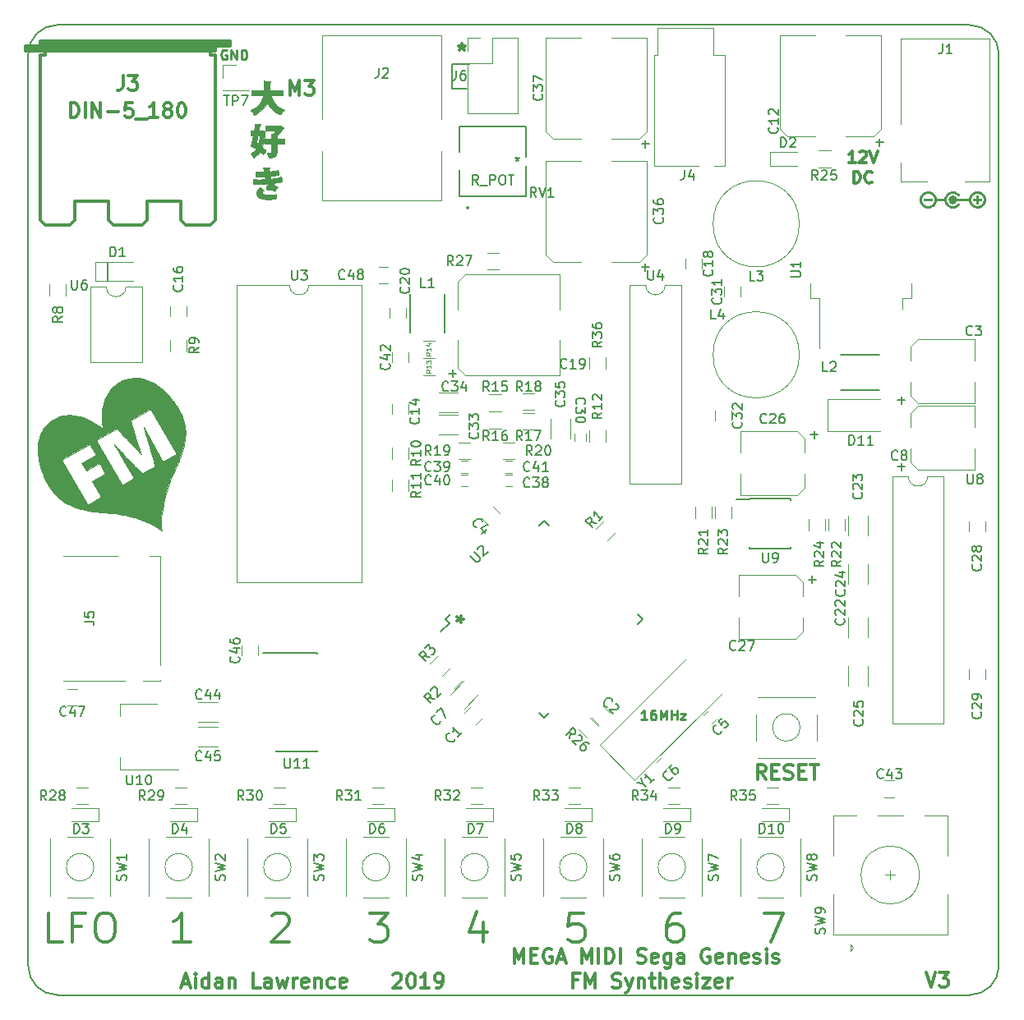
<source format=gbr>
%TF.GenerationSoftware,KiCad,Pcbnew,(5.0.2)-1*%
%TF.CreationDate,2019-04-28T14:16:45-07:00*%
%TF.ProjectId,YM2612_MIDI_SMD,594d3236-3132-45f4-9d49-44495f534d44,rev?*%
%TF.SameCoordinates,Original*%
%TF.FileFunction,Legend,Top*%
%TF.FilePolarity,Positive*%
%FSLAX46Y46*%
G04 Gerber Fmt 4.6, Leading zero omitted, Abs format (unit mm)*
G04 Created by KiCad (PCBNEW (5.0.2)-1) date 4/28/2019 2:16:45 PM*
%MOMM*%
%LPD*%
G01*
G04 APERTURE LIST*
%ADD10C,0.200000*%
%ADD11C,0.300000*%
%ADD12C,0.150000*%
%ADD13C,0.250000*%
%ADD14C,0.120000*%
%ADD15C,0.304800*%
%ADD16C,0.152400*%
%ADD17C,0.010000*%
%ADD18C,0.125000*%
G04 APERTURE END LIST*
D10*
X181152800Y-71221600D02*
X181152800Y-71374000D01*
X181152800Y-71323200D02*
X181152800Y-69494400D01*
X216662000Y-51562000D02*
X218186000Y-51562000D01*
X216662000Y-49022000D02*
X216662000Y-51562000D01*
X218440000Y-49022000D02*
X216662000Y-49022000D01*
D11*
X199953714Y-52240571D02*
X199953714Y-50740571D01*
X200453714Y-51812000D01*
X200953714Y-50740571D01*
X200953714Y-52240571D01*
X201525142Y-50740571D02*
X202453714Y-50740571D01*
X201953714Y-51312000D01*
X202168000Y-51312000D01*
X202310857Y-51383428D01*
X202382285Y-51454857D01*
X202453714Y-51597714D01*
X202453714Y-51954857D01*
X202382285Y-52097714D01*
X202310857Y-52169142D01*
X202168000Y-52240571D01*
X201739428Y-52240571D01*
X201596571Y-52169142D01*
X201525142Y-52097714D01*
X265485714Y-142688571D02*
X265985714Y-144188571D01*
X266485714Y-142688571D01*
X266842857Y-142688571D02*
X267771428Y-142688571D01*
X267271428Y-143260000D01*
X267485714Y-143260000D01*
X267628571Y-143331428D01*
X267700000Y-143402857D01*
X267771428Y-143545714D01*
X267771428Y-143902857D01*
X267700000Y-144045714D01*
X267628571Y-144117142D01*
X267485714Y-144188571D01*
X267057142Y-144188571D01*
X266914285Y-144117142D01*
X266842857Y-144045714D01*
X248976628Y-122750971D02*
X248476628Y-122036685D01*
X248119485Y-122750971D02*
X248119485Y-121250971D01*
X248690914Y-121250971D01*
X248833771Y-121322400D01*
X248905200Y-121393828D01*
X248976628Y-121536685D01*
X248976628Y-121750971D01*
X248905200Y-121893828D01*
X248833771Y-121965257D01*
X248690914Y-122036685D01*
X248119485Y-122036685D01*
X249619485Y-121965257D02*
X250119485Y-121965257D01*
X250333771Y-122750971D02*
X249619485Y-122750971D01*
X249619485Y-121250971D01*
X250333771Y-121250971D01*
X250905200Y-122679542D02*
X251119485Y-122750971D01*
X251476628Y-122750971D01*
X251619485Y-122679542D01*
X251690914Y-122608114D01*
X251762342Y-122465257D01*
X251762342Y-122322400D01*
X251690914Y-122179542D01*
X251619485Y-122108114D01*
X251476628Y-122036685D01*
X251190914Y-121965257D01*
X251048057Y-121893828D01*
X250976628Y-121822400D01*
X250905200Y-121679542D01*
X250905200Y-121536685D01*
X250976628Y-121393828D01*
X251048057Y-121322400D01*
X251190914Y-121250971D01*
X251548057Y-121250971D01*
X251762342Y-121322400D01*
X252405200Y-121965257D02*
X252905200Y-121965257D01*
X253119485Y-122750971D02*
X252405200Y-122750971D01*
X252405200Y-121250971D01*
X253119485Y-121250971D01*
X253548057Y-121250971D02*
X254405200Y-121250971D01*
X253976628Y-122750971D02*
X253976628Y-121250971D01*
D12*
X273000000Y-142000000D02*
X273000000Y-48000000D01*
X176000000Y-145000000D02*
X270000000Y-145000000D01*
X173000000Y-48000000D02*
X173000000Y-142000000D01*
X270000000Y-45000000D02*
X176000000Y-45000000D01*
X270000000Y-45000000D02*
G75*
G02X273000000Y-48000000I0J-3000000D01*
G01*
X273000000Y-142000000D02*
G75*
G02X270000000Y-145000000I-3000000J0D01*
G01*
X176000000Y-145000000D02*
G75*
G02X173000000Y-142000000I0J3000000D01*
G01*
X173000000Y-48000000D02*
G75*
G02X176000000Y-45000000I3000000J0D01*
G01*
D11*
X188893714Y-143823500D02*
X189608000Y-143823500D01*
X188750857Y-144252071D02*
X189250857Y-142752071D01*
X189750857Y-144252071D01*
X190250857Y-144252071D02*
X190250857Y-143252071D01*
X190250857Y-142752071D02*
X190179428Y-142823500D01*
X190250857Y-142894928D01*
X190322285Y-142823500D01*
X190250857Y-142752071D01*
X190250857Y-142894928D01*
X191608000Y-144252071D02*
X191608000Y-142752071D01*
X191608000Y-144180642D02*
X191465142Y-144252071D01*
X191179428Y-144252071D01*
X191036571Y-144180642D01*
X190965142Y-144109214D01*
X190893714Y-143966357D01*
X190893714Y-143537785D01*
X190965142Y-143394928D01*
X191036571Y-143323500D01*
X191179428Y-143252071D01*
X191465142Y-143252071D01*
X191608000Y-143323500D01*
X192965142Y-144252071D02*
X192965142Y-143466357D01*
X192893714Y-143323500D01*
X192750857Y-143252071D01*
X192465142Y-143252071D01*
X192322285Y-143323500D01*
X192965142Y-144180642D02*
X192822285Y-144252071D01*
X192465142Y-144252071D01*
X192322285Y-144180642D01*
X192250857Y-144037785D01*
X192250857Y-143894928D01*
X192322285Y-143752071D01*
X192465142Y-143680642D01*
X192822285Y-143680642D01*
X192965142Y-143609214D01*
X193679428Y-143252071D02*
X193679428Y-144252071D01*
X193679428Y-143394928D02*
X193750857Y-143323500D01*
X193893714Y-143252071D01*
X194108000Y-143252071D01*
X194250857Y-143323500D01*
X194322285Y-143466357D01*
X194322285Y-144252071D01*
X196893714Y-144252071D02*
X196179428Y-144252071D01*
X196179428Y-142752071D01*
X198036571Y-144252071D02*
X198036571Y-143466357D01*
X197965142Y-143323500D01*
X197822285Y-143252071D01*
X197536571Y-143252071D01*
X197393714Y-143323500D01*
X198036571Y-144180642D02*
X197893714Y-144252071D01*
X197536571Y-144252071D01*
X197393714Y-144180642D01*
X197322285Y-144037785D01*
X197322285Y-143894928D01*
X197393714Y-143752071D01*
X197536571Y-143680642D01*
X197893714Y-143680642D01*
X198036571Y-143609214D01*
X198608000Y-143252071D02*
X198893714Y-144252071D01*
X199179428Y-143537785D01*
X199465142Y-144252071D01*
X199750857Y-143252071D01*
X200322285Y-144252071D02*
X200322285Y-143252071D01*
X200322285Y-143537785D02*
X200393714Y-143394928D01*
X200465142Y-143323500D01*
X200608000Y-143252071D01*
X200750857Y-143252071D01*
X201822285Y-144180642D02*
X201679428Y-144252071D01*
X201393714Y-144252071D01*
X201250857Y-144180642D01*
X201179428Y-144037785D01*
X201179428Y-143466357D01*
X201250857Y-143323500D01*
X201393714Y-143252071D01*
X201679428Y-143252071D01*
X201822285Y-143323500D01*
X201893714Y-143466357D01*
X201893714Y-143609214D01*
X201179428Y-143752071D01*
X202536571Y-143252071D02*
X202536571Y-144252071D01*
X202536571Y-143394928D02*
X202608000Y-143323500D01*
X202750857Y-143252071D01*
X202965142Y-143252071D01*
X203108000Y-143323500D01*
X203179428Y-143466357D01*
X203179428Y-144252071D01*
X204536571Y-144180642D02*
X204393714Y-144252071D01*
X204108000Y-144252071D01*
X203965142Y-144180642D01*
X203893714Y-144109214D01*
X203822285Y-143966357D01*
X203822285Y-143537785D01*
X203893714Y-143394928D01*
X203965142Y-143323500D01*
X204108000Y-143252071D01*
X204393714Y-143252071D01*
X204536571Y-143323500D01*
X205750857Y-144180642D02*
X205608000Y-144252071D01*
X205322285Y-144252071D01*
X205179428Y-144180642D01*
X205108000Y-144037785D01*
X205108000Y-143466357D01*
X205179428Y-143323500D01*
X205322285Y-143252071D01*
X205608000Y-143252071D01*
X205750857Y-143323500D01*
X205822285Y-143466357D01*
X205822285Y-143609214D01*
X205108000Y-143752071D01*
X223057428Y-141707071D02*
X223057428Y-140207071D01*
X223557428Y-141278500D01*
X224057428Y-140207071D01*
X224057428Y-141707071D01*
X224771714Y-140921357D02*
X225271714Y-140921357D01*
X225486000Y-141707071D02*
X224771714Y-141707071D01*
X224771714Y-140207071D01*
X225486000Y-140207071D01*
X226914571Y-140278500D02*
X226771714Y-140207071D01*
X226557428Y-140207071D01*
X226343142Y-140278500D01*
X226200285Y-140421357D01*
X226128857Y-140564214D01*
X226057428Y-140849928D01*
X226057428Y-141064214D01*
X226128857Y-141349928D01*
X226200285Y-141492785D01*
X226343142Y-141635642D01*
X226557428Y-141707071D01*
X226700285Y-141707071D01*
X226914571Y-141635642D01*
X226986000Y-141564214D01*
X226986000Y-141064214D01*
X226700285Y-141064214D01*
X227557428Y-141278500D02*
X228271714Y-141278500D01*
X227414571Y-141707071D02*
X227914571Y-140207071D01*
X228414571Y-141707071D01*
X230057428Y-141707071D02*
X230057428Y-140207071D01*
X230557428Y-141278500D01*
X231057428Y-140207071D01*
X231057428Y-141707071D01*
X231771714Y-141707071D02*
X231771714Y-140207071D01*
X232486000Y-141707071D02*
X232486000Y-140207071D01*
X232843142Y-140207071D01*
X233057428Y-140278500D01*
X233200285Y-140421357D01*
X233271714Y-140564214D01*
X233343142Y-140849928D01*
X233343142Y-141064214D01*
X233271714Y-141349928D01*
X233200285Y-141492785D01*
X233057428Y-141635642D01*
X232843142Y-141707071D01*
X232486000Y-141707071D01*
X233986000Y-141707071D02*
X233986000Y-140207071D01*
X235771714Y-141635642D02*
X235986000Y-141707071D01*
X236343142Y-141707071D01*
X236486000Y-141635642D01*
X236557428Y-141564214D01*
X236628857Y-141421357D01*
X236628857Y-141278500D01*
X236557428Y-141135642D01*
X236486000Y-141064214D01*
X236343142Y-140992785D01*
X236057428Y-140921357D01*
X235914571Y-140849928D01*
X235843142Y-140778500D01*
X235771714Y-140635642D01*
X235771714Y-140492785D01*
X235843142Y-140349928D01*
X235914571Y-140278500D01*
X236057428Y-140207071D01*
X236414571Y-140207071D01*
X236628857Y-140278500D01*
X237843142Y-141635642D02*
X237700285Y-141707071D01*
X237414571Y-141707071D01*
X237271714Y-141635642D01*
X237200285Y-141492785D01*
X237200285Y-140921357D01*
X237271714Y-140778500D01*
X237414571Y-140707071D01*
X237700285Y-140707071D01*
X237843142Y-140778500D01*
X237914571Y-140921357D01*
X237914571Y-141064214D01*
X237200285Y-141207071D01*
X239200285Y-140707071D02*
X239200285Y-141921357D01*
X239128857Y-142064214D01*
X239057428Y-142135642D01*
X238914571Y-142207071D01*
X238700285Y-142207071D01*
X238557428Y-142135642D01*
X239200285Y-141635642D02*
X239057428Y-141707071D01*
X238771714Y-141707071D01*
X238628857Y-141635642D01*
X238557428Y-141564214D01*
X238486000Y-141421357D01*
X238486000Y-140992785D01*
X238557428Y-140849928D01*
X238628857Y-140778500D01*
X238771714Y-140707071D01*
X239057428Y-140707071D01*
X239200285Y-140778500D01*
X240557428Y-141707071D02*
X240557428Y-140921357D01*
X240486000Y-140778500D01*
X240343142Y-140707071D01*
X240057428Y-140707071D01*
X239914571Y-140778500D01*
X240557428Y-141635642D02*
X240414571Y-141707071D01*
X240057428Y-141707071D01*
X239914571Y-141635642D01*
X239843142Y-141492785D01*
X239843142Y-141349928D01*
X239914571Y-141207071D01*
X240057428Y-141135642D01*
X240414571Y-141135642D01*
X240557428Y-141064214D01*
X243200285Y-140278500D02*
X243057428Y-140207071D01*
X242843142Y-140207071D01*
X242628857Y-140278500D01*
X242486000Y-140421357D01*
X242414571Y-140564214D01*
X242343142Y-140849928D01*
X242343142Y-141064214D01*
X242414571Y-141349928D01*
X242486000Y-141492785D01*
X242628857Y-141635642D01*
X242843142Y-141707071D01*
X242986000Y-141707071D01*
X243200285Y-141635642D01*
X243271714Y-141564214D01*
X243271714Y-141064214D01*
X242986000Y-141064214D01*
X244486000Y-141635642D02*
X244343142Y-141707071D01*
X244057428Y-141707071D01*
X243914571Y-141635642D01*
X243843142Y-141492785D01*
X243843142Y-140921357D01*
X243914571Y-140778500D01*
X244057428Y-140707071D01*
X244343142Y-140707071D01*
X244486000Y-140778500D01*
X244557428Y-140921357D01*
X244557428Y-141064214D01*
X243843142Y-141207071D01*
X245200285Y-140707071D02*
X245200285Y-141707071D01*
X245200285Y-140849928D02*
X245271714Y-140778500D01*
X245414571Y-140707071D01*
X245628857Y-140707071D01*
X245771714Y-140778500D01*
X245843142Y-140921357D01*
X245843142Y-141707071D01*
X247128857Y-141635642D02*
X246986000Y-141707071D01*
X246700285Y-141707071D01*
X246557428Y-141635642D01*
X246486000Y-141492785D01*
X246486000Y-140921357D01*
X246557428Y-140778500D01*
X246700285Y-140707071D01*
X246986000Y-140707071D01*
X247128857Y-140778500D01*
X247200285Y-140921357D01*
X247200285Y-141064214D01*
X246486000Y-141207071D01*
X247771714Y-141635642D02*
X247914571Y-141707071D01*
X248200285Y-141707071D01*
X248343142Y-141635642D01*
X248414571Y-141492785D01*
X248414571Y-141421357D01*
X248343142Y-141278500D01*
X248200285Y-141207071D01*
X247986000Y-141207071D01*
X247843142Y-141135642D01*
X247771714Y-140992785D01*
X247771714Y-140921357D01*
X247843142Y-140778500D01*
X247986000Y-140707071D01*
X248200285Y-140707071D01*
X248343142Y-140778500D01*
X249057428Y-141707071D02*
X249057428Y-140707071D01*
X249057428Y-140207071D02*
X248986000Y-140278500D01*
X249057428Y-140349928D01*
X249128857Y-140278500D01*
X249057428Y-140207071D01*
X249057428Y-140349928D01*
X249700285Y-141635642D02*
X249843142Y-141707071D01*
X250128857Y-141707071D01*
X250271714Y-141635642D01*
X250343142Y-141492785D01*
X250343142Y-141421357D01*
X250271714Y-141278500D01*
X250128857Y-141207071D01*
X249914571Y-141207071D01*
X249771714Y-141135642D01*
X249700285Y-140992785D01*
X249700285Y-140921357D01*
X249771714Y-140778500D01*
X249914571Y-140707071D01*
X250128857Y-140707071D01*
X250271714Y-140778500D01*
X229628857Y-143471357D02*
X229128857Y-143471357D01*
X229128857Y-144257071D02*
X229128857Y-142757071D01*
X229843142Y-142757071D01*
X230414571Y-144257071D02*
X230414571Y-142757071D01*
X230914571Y-143828500D01*
X231414571Y-142757071D01*
X231414571Y-144257071D01*
X233200285Y-144185642D02*
X233414571Y-144257071D01*
X233771714Y-144257071D01*
X233914571Y-144185642D01*
X233986000Y-144114214D01*
X234057428Y-143971357D01*
X234057428Y-143828500D01*
X233986000Y-143685642D01*
X233914571Y-143614214D01*
X233771714Y-143542785D01*
X233486000Y-143471357D01*
X233343142Y-143399928D01*
X233271714Y-143328500D01*
X233200285Y-143185642D01*
X233200285Y-143042785D01*
X233271714Y-142899928D01*
X233343142Y-142828500D01*
X233486000Y-142757071D01*
X233843142Y-142757071D01*
X234057428Y-142828500D01*
X234557428Y-143257071D02*
X234914571Y-144257071D01*
X235271714Y-143257071D02*
X234914571Y-144257071D01*
X234771714Y-144614214D01*
X234700285Y-144685642D01*
X234557428Y-144757071D01*
X235843142Y-143257071D02*
X235843142Y-144257071D01*
X235843142Y-143399928D02*
X235914571Y-143328500D01*
X236057428Y-143257071D01*
X236271714Y-143257071D01*
X236414571Y-143328500D01*
X236486000Y-143471357D01*
X236486000Y-144257071D01*
X236986000Y-143257071D02*
X237557428Y-143257071D01*
X237200285Y-142757071D02*
X237200285Y-144042785D01*
X237271714Y-144185642D01*
X237414571Y-144257071D01*
X237557428Y-144257071D01*
X238057428Y-144257071D02*
X238057428Y-142757071D01*
X238700285Y-144257071D02*
X238700285Y-143471357D01*
X238628857Y-143328500D01*
X238486000Y-143257071D01*
X238271714Y-143257071D01*
X238128857Y-143328500D01*
X238057428Y-143399928D01*
X239986000Y-144185642D02*
X239843142Y-144257071D01*
X239557428Y-144257071D01*
X239414571Y-144185642D01*
X239343142Y-144042785D01*
X239343142Y-143471357D01*
X239414571Y-143328500D01*
X239557428Y-143257071D01*
X239843142Y-143257071D01*
X239986000Y-143328500D01*
X240057428Y-143471357D01*
X240057428Y-143614214D01*
X239343142Y-143757071D01*
X240628857Y-144185642D02*
X240771714Y-144257071D01*
X241057428Y-144257071D01*
X241200285Y-144185642D01*
X241271714Y-144042785D01*
X241271714Y-143971357D01*
X241200285Y-143828500D01*
X241057428Y-143757071D01*
X240843142Y-143757071D01*
X240700285Y-143685642D01*
X240628857Y-143542785D01*
X240628857Y-143471357D01*
X240700285Y-143328500D01*
X240843142Y-143257071D01*
X241057428Y-143257071D01*
X241200285Y-143328500D01*
X241914571Y-144257071D02*
X241914571Y-143257071D01*
X241914571Y-142757071D02*
X241843142Y-142828500D01*
X241914571Y-142899928D01*
X241986000Y-142828500D01*
X241914571Y-142757071D01*
X241914571Y-142899928D01*
X242486000Y-143257071D02*
X243271714Y-143257071D01*
X242486000Y-144257071D01*
X243271714Y-144257071D01*
X244414571Y-144185642D02*
X244271714Y-144257071D01*
X243986000Y-144257071D01*
X243843142Y-144185642D01*
X243771714Y-144042785D01*
X243771714Y-143471357D01*
X243843142Y-143328500D01*
X243986000Y-143257071D01*
X244271714Y-143257071D01*
X244414571Y-143328500D01*
X244486000Y-143471357D01*
X244486000Y-143614214D01*
X243771714Y-143757071D01*
X245128857Y-144257071D02*
X245128857Y-143257071D01*
X245128857Y-143542785D02*
X245200285Y-143399928D01*
X245271714Y-143328500D01*
X245414571Y-143257071D01*
X245557428Y-143257071D01*
X210598071Y-142894928D02*
X210669500Y-142823500D01*
X210812357Y-142752071D01*
X211169500Y-142752071D01*
X211312357Y-142823500D01*
X211383785Y-142894928D01*
X211455214Y-143037785D01*
X211455214Y-143180642D01*
X211383785Y-143394928D01*
X210526642Y-144252071D01*
X211455214Y-144252071D01*
X212383785Y-142752071D02*
X212526642Y-142752071D01*
X212669500Y-142823500D01*
X212740928Y-142894928D01*
X212812357Y-143037785D01*
X212883785Y-143323500D01*
X212883785Y-143680642D01*
X212812357Y-143966357D01*
X212740928Y-144109214D01*
X212669500Y-144180642D01*
X212526642Y-144252071D01*
X212383785Y-144252071D01*
X212240928Y-144180642D01*
X212169500Y-144109214D01*
X212098071Y-143966357D01*
X212026642Y-143680642D01*
X212026642Y-143323500D01*
X212098071Y-143037785D01*
X212169500Y-142894928D01*
X212240928Y-142823500D01*
X212383785Y-142752071D01*
X214312357Y-144252071D02*
X213455214Y-144252071D01*
X213883785Y-144252071D02*
X213883785Y-142752071D01*
X213740928Y-142966357D01*
X213598071Y-143109214D01*
X213455214Y-143180642D01*
X215026642Y-144252071D02*
X215312357Y-144252071D01*
X215455214Y-144180642D01*
X215526642Y-144109214D01*
X215669500Y-143894928D01*
X215740928Y-143609214D01*
X215740928Y-143037785D01*
X215669500Y-142894928D01*
X215598071Y-142823500D01*
X215455214Y-142752071D01*
X215169500Y-142752071D01*
X215026642Y-142823500D01*
X214955214Y-142894928D01*
X214883785Y-143037785D01*
X214883785Y-143394928D01*
X214955214Y-143537785D01*
X215026642Y-143609214D01*
X215169500Y-143680642D01*
X215455214Y-143680642D01*
X215598071Y-143609214D01*
X215669500Y-143537785D01*
X215740928Y-143394928D01*
X248809000Y-136533142D02*
X250809000Y-136533142D01*
X249523285Y-139533142D01*
X240220428Y-136533142D02*
X239649000Y-136533142D01*
X239363285Y-136676000D01*
X239220428Y-136818857D01*
X238934714Y-137247428D01*
X238791857Y-137818857D01*
X238791857Y-138961714D01*
X238934714Y-139247428D01*
X239077571Y-139390285D01*
X239363285Y-139533142D01*
X239934714Y-139533142D01*
X240220428Y-139390285D01*
X240363285Y-139247428D01*
X240506142Y-138961714D01*
X240506142Y-138247428D01*
X240363285Y-137961714D01*
X240220428Y-137818857D01*
X239934714Y-137676000D01*
X239363285Y-137676000D01*
X239077571Y-137818857D01*
X238934714Y-137961714D01*
X238791857Y-138247428D01*
X230203285Y-136533142D02*
X228774714Y-136533142D01*
X228631857Y-137961714D01*
X228774714Y-137818857D01*
X229060428Y-137676000D01*
X229774714Y-137676000D01*
X230060428Y-137818857D01*
X230203285Y-137961714D01*
X230346142Y-138247428D01*
X230346142Y-138961714D01*
X230203285Y-139247428D01*
X230060428Y-139390285D01*
X229774714Y-139533142D01*
X229060428Y-139533142D01*
X228774714Y-139390285D01*
X228631857Y-139247428D01*
X219900428Y-137533142D02*
X219900428Y-139533142D01*
X219186142Y-136390285D02*
X218471857Y-138533142D01*
X220329000Y-138533142D01*
X208169000Y-136533142D02*
X210026142Y-136533142D01*
X209026142Y-137676000D01*
X209454714Y-137676000D01*
X209740428Y-137818857D01*
X209883285Y-137961714D01*
X210026142Y-138247428D01*
X210026142Y-138961714D01*
X209883285Y-139247428D01*
X209740428Y-139390285D01*
X209454714Y-139533142D01*
X208597571Y-139533142D01*
X208311857Y-139390285D01*
X208169000Y-139247428D01*
X198151857Y-136818857D02*
X198294714Y-136676000D01*
X198580428Y-136533142D01*
X199294714Y-136533142D01*
X199580428Y-136676000D01*
X199723285Y-136818857D01*
X199866142Y-137104571D01*
X199866142Y-137390285D01*
X199723285Y-137818857D01*
X198009000Y-139533142D01*
X199866142Y-139533142D01*
X189706142Y-139533142D02*
X187991857Y-139533142D01*
X188849000Y-139533142D02*
X188849000Y-136533142D01*
X188563285Y-136961714D01*
X188277571Y-137247428D01*
X187991857Y-137390285D01*
X176506428Y-139533142D02*
X175077857Y-139533142D01*
X175077857Y-136533142D01*
X178506428Y-137961714D02*
X177506428Y-137961714D01*
X177506428Y-139533142D02*
X177506428Y-136533142D01*
X178935000Y-136533142D01*
X180649285Y-136533142D02*
X181220714Y-136533142D01*
X181506428Y-136676000D01*
X181792142Y-136961714D01*
X181935000Y-137533142D01*
X181935000Y-138533142D01*
X181792142Y-139104571D01*
X181506428Y-139390285D01*
X181220714Y-139533142D01*
X180649285Y-139533142D01*
X180363571Y-139390285D01*
X180077857Y-139104571D01*
X179935000Y-138533142D01*
X179935000Y-137533142D01*
X180077857Y-136961714D01*
X180363571Y-136676000D01*
X180649285Y-136533142D01*
D13*
X236745184Y-116630789D02*
X236173756Y-116630789D01*
X236459470Y-116630789D02*
X236459470Y-115630789D01*
X236364232Y-115773647D01*
X236268994Y-115868885D01*
X236173756Y-115916504D01*
X237602327Y-115630789D02*
X237411851Y-115630789D01*
X237316613Y-115678409D01*
X237268994Y-115726028D01*
X237173756Y-115868885D01*
X237126137Y-116059361D01*
X237126137Y-116440313D01*
X237173756Y-116535551D01*
X237221375Y-116583170D01*
X237316613Y-116630789D01*
X237507089Y-116630789D01*
X237602327Y-116583170D01*
X237649946Y-116535551D01*
X237697565Y-116440313D01*
X237697565Y-116202218D01*
X237649946Y-116106980D01*
X237602327Y-116059361D01*
X237507089Y-116011742D01*
X237316613Y-116011742D01*
X237221375Y-116059361D01*
X237173756Y-116106980D01*
X237126137Y-116202218D01*
X238126137Y-116630789D02*
X238126137Y-115630789D01*
X238459470Y-116345075D01*
X238792803Y-115630789D01*
X238792803Y-116630789D01*
X239268994Y-116630789D02*
X239268994Y-115630789D01*
X239268994Y-116106980D02*
X239840422Y-116106980D01*
X239840422Y-116630789D02*
X239840422Y-115630789D01*
X240221375Y-115964123D02*
X240745184Y-115964123D01*
X240221375Y-116630789D01*
X240745184Y-116630789D01*
D11*
X217678000Y-46930571D02*
X217678000Y-47287714D01*
X217320857Y-47144857D02*
X217678000Y-47287714D01*
X218035142Y-47144857D01*
X217463714Y-47573428D02*
X217678000Y-47287714D01*
X217892285Y-47573428D01*
D13*
X193441295Y-47596400D02*
X193346057Y-47548780D01*
X193203200Y-47548780D01*
X193060342Y-47596400D01*
X192965104Y-47691638D01*
X192917485Y-47786876D01*
X192869866Y-47977352D01*
X192869866Y-48120209D01*
X192917485Y-48310685D01*
X192965104Y-48405923D01*
X193060342Y-48501161D01*
X193203200Y-48548780D01*
X193298438Y-48548780D01*
X193441295Y-48501161D01*
X193488914Y-48453542D01*
X193488914Y-48120209D01*
X193298438Y-48120209D01*
X193917485Y-48548780D02*
X193917485Y-47548780D01*
X194488914Y-48548780D01*
X194488914Y-47548780D01*
X194965104Y-48548780D02*
X194965104Y-47548780D01*
X195203200Y-47548780D01*
X195346057Y-47596400D01*
X195441295Y-47691638D01*
X195488914Y-47786876D01*
X195536533Y-47977352D01*
X195536533Y-48120209D01*
X195488914Y-48310685D01*
X195441295Y-48405923D01*
X195346057Y-48501161D01*
X195203200Y-48548780D01*
X194965104Y-48548780D01*
D11*
X258207142Y-59192857D02*
X257521428Y-59192857D01*
X257864285Y-59192857D02*
X257864285Y-57992857D01*
X257750000Y-58164285D01*
X257635714Y-58278571D01*
X257521428Y-58335714D01*
X258664285Y-58107142D02*
X258721428Y-58050000D01*
X258835714Y-57992857D01*
X259121428Y-57992857D01*
X259235714Y-58050000D01*
X259292857Y-58107142D01*
X259350000Y-58221428D01*
X259350000Y-58335714D01*
X259292857Y-58507142D01*
X258607142Y-59192857D01*
X259350000Y-59192857D01*
X259692857Y-57992857D02*
X260092857Y-59192857D01*
X260492857Y-57992857D01*
X258035714Y-61292857D02*
X258035714Y-60092857D01*
X258321428Y-60092857D01*
X258492857Y-60150000D01*
X258607142Y-60264285D01*
X258664285Y-60378571D01*
X258721428Y-60607142D01*
X258721428Y-60778571D01*
X258664285Y-61007142D01*
X258607142Y-61121428D01*
X258492857Y-61235714D01*
X258321428Y-61292857D01*
X258035714Y-61292857D01*
X259921428Y-61178571D02*
X259864285Y-61235714D01*
X259692857Y-61292857D01*
X259578571Y-61292857D01*
X259407142Y-61235714D01*
X259292857Y-61121428D01*
X259235714Y-61007142D01*
X259178571Y-60778571D01*
X259178571Y-60607142D01*
X259235714Y-60378571D01*
X259292857Y-60264285D01*
X259407142Y-60150000D01*
X259578571Y-60092857D01*
X259692857Y-60092857D01*
X259864285Y-60150000D01*
X259921428Y-60207142D01*
X217816998Y-106255285D02*
X217459855Y-106255285D01*
X217602712Y-105898142D02*
X217459855Y-106255285D01*
X217602712Y-106612427D01*
X217174141Y-106040999D02*
X217459855Y-106255285D01*
X217174141Y-106469570D01*
D14*
X218598913Y-115225006D02*
X217891806Y-115932113D01*
X219093887Y-117134194D02*
X219800994Y-116427087D01*
X210100800Y-69914400D02*
X209100800Y-69914400D01*
X209100800Y-71614400D02*
X210100800Y-71614400D01*
X263936201Y-90081801D02*
X263936201Y-88661801D01*
X270536201Y-90841801D02*
X270536201Y-88661801D01*
X270536201Y-84241801D02*
X270536201Y-86421801D01*
X263936201Y-85001801D02*
X263936201Y-86421801D01*
X270536201Y-90841801D02*
X264696201Y-90841801D01*
X264696201Y-90841801D02*
X263936201Y-90081801D01*
X263936201Y-85001801D02*
X264696201Y-84241801D01*
X264696201Y-84241801D02*
X270536201Y-84241801D01*
X264696201Y-77391801D02*
X270536201Y-77391801D01*
X263936201Y-78151801D02*
X264696201Y-77391801D01*
X264696201Y-83991801D02*
X263936201Y-83231801D01*
X270536201Y-83991801D02*
X264696201Y-83991801D01*
X263936201Y-78151801D02*
X263936201Y-79571801D01*
X270536201Y-77391801D02*
X270536201Y-79571801D01*
X270536201Y-83991801D02*
X270536201Y-81811801D01*
X263936201Y-83231801D02*
X263936201Y-81811801D01*
X255375200Y-83592400D02*
X260775200Y-83592400D01*
X255375200Y-86892400D02*
X260775200Y-86892400D01*
X255375200Y-83592400D02*
X255375200Y-86892400D01*
X193081600Y-49114400D02*
X194411600Y-49114400D01*
X193081600Y-50444400D02*
X193081600Y-49114400D01*
X193081600Y-51714400D02*
X195741600Y-51714400D01*
X195741600Y-51714400D02*
X195741600Y-51774400D01*
X193081600Y-51714400D02*
X193081600Y-51774400D01*
X193081600Y-51774400D02*
X195741600Y-51774400D01*
X263025200Y-73155600D02*
X263025200Y-74255600D01*
X263975200Y-73155600D02*
X263025200Y-73155600D01*
X263975200Y-71655600D02*
X263975200Y-73155600D01*
X254525200Y-73155600D02*
X254525200Y-78280600D01*
X253575200Y-73155600D02*
X254525200Y-73155600D01*
X253575200Y-71655600D02*
X253575200Y-73155600D01*
D12*
X212322000Y-72702800D02*
X212322000Y-76702800D01*
X215922000Y-76702800D02*
X215922000Y-72702800D01*
X260700400Y-79022800D02*
X256700400Y-79022800D01*
X256700400Y-82622800D02*
X260700400Y-82622800D01*
D14*
X261808600Y-133131800D02*
X261808600Y-132131800D01*
X261308600Y-132631800D02*
X262308600Y-132631800D01*
X265308600Y-126531800D02*
X267708600Y-126531800D01*
X260508600Y-126531800D02*
X263108600Y-126531800D01*
X255908600Y-126531800D02*
X258308600Y-126531800D01*
X257708600Y-139831800D02*
X258008600Y-140131800D01*
X257708600Y-140431800D02*
X257708600Y-139831800D01*
X258008600Y-140131800D02*
X257708600Y-140431800D01*
X255908600Y-138731800D02*
X267708600Y-138731800D01*
X255908600Y-134631800D02*
X255908600Y-138731800D01*
X267708600Y-134631800D02*
X267708600Y-138731800D01*
X267708600Y-126531800D02*
X267708600Y-130631800D01*
X255908600Y-130631800D02*
X255908600Y-126531800D01*
X264808600Y-132631800D02*
G75*
G03X264808600Y-132631800I-3000000J0D01*
G01*
X254223200Y-116073600D02*
X254223200Y-118753600D01*
X247983200Y-118753600D02*
X247983200Y-116073600D01*
X248133200Y-114293600D02*
X254073200Y-114293600D01*
X248133200Y-120533600D02*
X254073200Y-120533600D01*
X252517414Y-117413600D02*
G75*
G03X252517414Y-117413600I-1414214J0D01*
G01*
X217294000Y-71432500D02*
X217294000Y-74322500D01*
X217294000Y-80332500D02*
X217294000Y-77442500D01*
X227714000Y-81092500D02*
X227714000Y-77442500D01*
X227714000Y-70672500D02*
X227714000Y-74322500D01*
X227714000Y-81092500D02*
X218054000Y-81092500D01*
X218054000Y-81092500D02*
X217294000Y-80332500D01*
X217294000Y-71432500D02*
X218054000Y-70672500D01*
X218054000Y-70672500D02*
X227714000Y-70672500D01*
X226311000Y-68648500D02*
X226311000Y-58988500D01*
X227071000Y-69408500D02*
X226311000Y-68648500D01*
X236731000Y-68648500D02*
X235971000Y-69408500D01*
X236731000Y-58988500D02*
X236731000Y-68648500D01*
X226311000Y-58988500D02*
X229961000Y-58988500D01*
X236731000Y-58988500D02*
X233081000Y-58988500D01*
X235971000Y-69408500D02*
X233081000Y-69408500D01*
X227071000Y-69408500D02*
X229961000Y-69408500D01*
X227071000Y-56708500D02*
X229961000Y-56708500D01*
X235971000Y-56708500D02*
X233081000Y-56708500D01*
X236731000Y-46288500D02*
X233081000Y-46288500D01*
X226311000Y-46288500D02*
X229961000Y-46288500D01*
X236731000Y-46288500D02*
X236731000Y-55948500D01*
X236731000Y-55948500D02*
X235971000Y-56708500D01*
X227071000Y-56708500D02*
X226311000Y-55948500D01*
X226311000Y-55948500D02*
X226311000Y-46288500D01*
X250441000Y-55758000D02*
X250441000Y-46098000D01*
X251201000Y-56518000D02*
X250441000Y-55758000D01*
X260861000Y-55758000D02*
X260101000Y-56518000D01*
X260861000Y-46098000D02*
X260861000Y-55758000D01*
X250441000Y-46098000D02*
X254091000Y-46098000D01*
X260861000Y-46098000D02*
X257211000Y-46098000D01*
X260101000Y-56518000D02*
X257211000Y-56518000D01*
X251201000Y-56518000D02*
X254091000Y-56518000D01*
X252222000Y-93470000D02*
X246382000Y-93470000D01*
X252982000Y-92710000D02*
X252222000Y-93470000D01*
X252222000Y-86870000D02*
X252982000Y-87630000D01*
X246382000Y-86870000D02*
X252222000Y-86870000D01*
X252982000Y-92710000D02*
X252982000Y-91290000D01*
X252982000Y-87630000D02*
X252982000Y-89050000D01*
X246382000Y-93470000D02*
X246382000Y-91290000D01*
X246382000Y-86870000D02*
X246382000Y-89050000D01*
X252040000Y-108300000D02*
X246200000Y-108300000D01*
X252800000Y-107540000D02*
X252040000Y-108300000D01*
X252040000Y-101700000D02*
X252800000Y-102460000D01*
X246200000Y-101700000D02*
X252040000Y-101700000D01*
X252800000Y-107540000D02*
X252800000Y-106120000D01*
X246200000Y-108300000D02*
X246200000Y-106120000D01*
X246200000Y-101700000D02*
X246200000Y-103880000D01*
X252800000Y-102460000D02*
X252800000Y-103880000D01*
X240801978Y-110338633D02*
X231892432Y-119248178D01*
X231892432Y-119248178D02*
X235498677Y-122854423D01*
X235498677Y-122854423D02*
X244408222Y-113944877D01*
X179932000Y-69421500D02*
X179932000Y-71421500D01*
X179932000Y-71421500D02*
X183832000Y-71421500D01*
X179932000Y-69421500D02*
X183832000Y-69421500D01*
X249454000Y-58101000D02*
X252254000Y-58101000D01*
X249454000Y-59501000D02*
X252254000Y-59501000D01*
X249454000Y-58101000D02*
X249454000Y-59501000D01*
X189322000Y-125340000D02*
X188122000Y-125340000D01*
X188122000Y-123580000D02*
X189322000Y-123580000D01*
X198282000Y-123580000D02*
X199482000Y-123580000D01*
X199482000Y-125340000D02*
X198282000Y-125340000D01*
X209642000Y-125340000D02*
X208442000Y-125340000D01*
X208442000Y-123580000D02*
X209642000Y-123580000D01*
X218602000Y-123580000D02*
X219802000Y-123580000D01*
X219802000Y-125340000D02*
X218602000Y-125340000D01*
X229896000Y-125340000D02*
X228696000Y-125340000D01*
X228696000Y-123580000D02*
X229896000Y-123580000D01*
X238922000Y-123580000D02*
X240122000Y-123580000D01*
X240122000Y-125340000D02*
X238922000Y-125340000D01*
X250282000Y-125340000D02*
X249082000Y-125340000D01*
X249082000Y-123580000D02*
X250282000Y-123580000D01*
X230768000Y-80422000D02*
X230768000Y-79222000D01*
X232528000Y-79222000D02*
X232528000Y-80422000D01*
X179162000Y-125340000D02*
X177962000Y-125340000D01*
X177962000Y-123580000D02*
X179162000Y-123580000D01*
X217885628Y-112650129D02*
X216471414Y-114064343D01*
X217913912Y-115506841D02*
X219328126Y-114092627D01*
X218253000Y-46358500D02*
X219583000Y-46358500D01*
X218253000Y-47688500D02*
X218253000Y-46358500D01*
X220853000Y-46358500D02*
X223453000Y-46358500D01*
X220853000Y-48958500D02*
X220853000Y-46358500D01*
X218253000Y-48958500D02*
X220853000Y-48958500D01*
X223453000Y-46358500D02*
X223453000Y-54098500D01*
X218253000Y-48958500D02*
X218253000Y-54098500D01*
X218253000Y-54098500D02*
X223453000Y-54098500D01*
X232936164Y-115913798D02*
X232229057Y-115206691D01*
X231026976Y-116408772D02*
X231734083Y-117115879D01*
X219669806Y-95853087D02*
X220376913Y-96560194D01*
X221578994Y-95358113D02*
X220871887Y-94651006D01*
X243930921Y-116490462D02*
X243435947Y-116985436D01*
X242587419Y-116136908D02*
X243082393Y-115641934D01*
X239104921Y-121316462D02*
X238609947Y-121811436D01*
X237761419Y-120962908D02*
X238256393Y-120467934D01*
X212178000Y-85082000D02*
X212178000Y-84082000D01*
X210478000Y-84082000D02*
X210478000Y-85082000D01*
X189318000Y-74985500D02*
X189318000Y-73985500D01*
X187618000Y-73985500D02*
X187618000Y-74985500D01*
X242404000Y-70112000D02*
X242404000Y-69112000D01*
X240704000Y-69112000D02*
X240704000Y-70112000D01*
X211924000Y-75176000D02*
X211924000Y-74176000D01*
X210224000Y-74176000D02*
X210224000Y-75176000D01*
X257480000Y-106090400D02*
X257480000Y-108090400D01*
X259520000Y-108090400D02*
X259520000Y-106090400D01*
X259520000Y-97590400D02*
X259520000Y-95590400D01*
X257480000Y-95590400D02*
X257480000Y-97590400D01*
X257480000Y-100590400D02*
X257480000Y-102590400D01*
X259520000Y-102590400D02*
X259520000Y-100590400D01*
X257480000Y-111090400D02*
X257480000Y-113090400D01*
X259520000Y-113090400D02*
X259520000Y-111090400D01*
X271614000Y-97172400D02*
X271614000Y-96172400D01*
X269914000Y-96172400D02*
X269914000Y-97172400D01*
X271614000Y-112412400D02*
X271614000Y-111412400D01*
X269914000Y-111412400D02*
X269914000Y-112412400D01*
X229270000Y-87853000D02*
X229270000Y-87153000D01*
X230470000Y-87153000D02*
X230470000Y-87853000D01*
X244650000Y-72000000D02*
X244650000Y-73000000D01*
X246350000Y-73000000D02*
X246350000Y-72000000D01*
X243752000Y-84793200D02*
X243752000Y-85793200D01*
X245452000Y-85793200D02*
X245452000Y-84793200D01*
X217281000Y-85213000D02*
X215281000Y-85213000D01*
X215281000Y-87253000D02*
X217281000Y-87253000D01*
X215281000Y-84967000D02*
X217281000Y-84967000D01*
X217281000Y-82927000D02*
X215281000Y-82927000D01*
X228858000Y-87614000D02*
X228858000Y-85614000D01*
X226818000Y-85614000D02*
X226818000Y-87614000D01*
X218282000Y-92548000D02*
X217582000Y-92548000D01*
X217582000Y-91348000D02*
X218282000Y-91348000D01*
X218282000Y-91151000D02*
X217582000Y-91151000D01*
X217582000Y-89951000D02*
X218282000Y-89951000D01*
X222854000Y-92548000D02*
X222154000Y-92548000D01*
X222154000Y-91348000D02*
X222854000Y-91348000D01*
X222854000Y-91151000D02*
X222154000Y-91151000D01*
X222154000Y-89951000D02*
X222854000Y-89951000D01*
X212178000Y-79748000D02*
X212178000Y-78748000D01*
X210478000Y-78748000D02*
X210478000Y-79748000D01*
X261221600Y-124598800D02*
X262221600Y-124598800D01*
X262221600Y-122898800D02*
X261221600Y-122898800D01*
X192516000Y-114804000D02*
X190516000Y-114804000D01*
X190516000Y-116844000D02*
X192516000Y-116844000D01*
X192516000Y-117344000D02*
X190516000Y-117344000D01*
X190516000Y-119384000D02*
X192516000Y-119384000D01*
X194984000Y-108974000D02*
X194984000Y-109974000D01*
X196684000Y-109974000D02*
X196684000Y-108974000D01*
X178046000Y-113450000D02*
X177046000Y-113450000D01*
X177046000Y-115150000D02*
X178046000Y-115150000D01*
X180235000Y-127121000D02*
X177435000Y-127121000D01*
X180235000Y-125721000D02*
X177435000Y-125721000D01*
X180235000Y-127121000D02*
X180235000Y-125721000D01*
X190395000Y-127121000D02*
X190395000Y-125721000D01*
X190395000Y-125721000D02*
X187595000Y-125721000D01*
X190395000Y-127121000D02*
X187595000Y-127121000D01*
X200555000Y-127121000D02*
X197755000Y-127121000D01*
X200555000Y-125721000D02*
X197755000Y-125721000D01*
X200555000Y-127121000D02*
X200555000Y-125721000D01*
X210715000Y-127121000D02*
X210715000Y-125721000D01*
X210715000Y-125721000D02*
X207915000Y-125721000D01*
X210715000Y-127121000D02*
X207915000Y-127121000D01*
X220875000Y-127121000D02*
X218075000Y-127121000D01*
X220875000Y-125721000D02*
X218075000Y-125721000D01*
X220875000Y-127121000D02*
X220875000Y-125721000D01*
X231035000Y-127121000D02*
X231035000Y-125721000D01*
X231035000Y-125721000D02*
X228235000Y-125721000D01*
X231035000Y-127121000D02*
X228235000Y-127121000D01*
X241195000Y-127121000D02*
X238395000Y-127121000D01*
X241195000Y-125721000D02*
X238395000Y-125721000D01*
X241195000Y-127121000D02*
X241195000Y-125721000D01*
X251355000Y-127121000D02*
X251355000Y-125721000D01*
X251355000Y-125721000D02*
X248555000Y-125721000D01*
X251355000Y-127121000D02*
X248555000Y-127121000D01*
X272062000Y-61098000D02*
X269462000Y-61098000D01*
X272062000Y-46398000D02*
X272062000Y-61098000D01*
X262862000Y-61098000D02*
X262862000Y-59198000D01*
X265562000Y-61098000D02*
X262862000Y-61098000D01*
X262862000Y-46398000D02*
X272062000Y-46398000D01*
X262862000Y-55198000D02*
X262862000Y-46398000D01*
X215523000Y-63053500D02*
X203323000Y-63053500D01*
X203323000Y-46033500D02*
X215523000Y-46033500D01*
X203323000Y-63053500D02*
X203323000Y-57973500D01*
X203323000Y-54673500D02*
X203323000Y-46033500D01*
X215523000Y-63053500D02*
X215523000Y-57973500D01*
X215523000Y-54673500D02*
X215523000Y-46033500D01*
D15*
X192260220Y-47383700D02*
X172760640Y-47383700D01*
X174261780Y-47134780D02*
X192260220Y-47134780D01*
X193761360Y-46883320D02*
X174261780Y-46883320D01*
X192260220Y-65133220D02*
X192260220Y-48133000D01*
X192260220Y-65133220D02*
X191759840Y-65633600D01*
X191759840Y-65633600D02*
X189260480Y-65633600D01*
X189260480Y-65633600D02*
X188760100Y-65133220D01*
X188760100Y-65133220D02*
X188760100Y-63134240D01*
X188760100Y-63134240D02*
X185259980Y-63134240D01*
X174261780Y-65133220D02*
X174261780Y-48133000D01*
X174261780Y-65133220D02*
X174762160Y-65633600D01*
X174762160Y-65633600D02*
X176761140Y-65633600D01*
X176761140Y-65633600D02*
X177261520Y-65633600D01*
X177261520Y-65633600D02*
X177761900Y-65133220D01*
X177761900Y-65133220D02*
X177761900Y-63134240D01*
X177761900Y-63134240D02*
X181262020Y-63134240D01*
X184762140Y-65633600D02*
X185259980Y-65133220D01*
X185259980Y-65133220D02*
X185259980Y-63134240D01*
X184762140Y-65633600D02*
X181759860Y-65633600D01*
X181759860Y-65633600D02*
X181262020Y-65133220D01*
X181262020Y-65133220D02*
X181262020Y-63134240D01*
X172760640Y-47134780D02*
X174261780Y-47134780D01*
X174261780Y-47134780D02*
X174261780Y-46634400D01*
X174261780Y-46634400D02*
X193761360Y-46634400D01*
X193761360Y-47134780D02*
X192260220Y-47134780D01*
X192260220Y-47134780D02*
X192260220Y-47635160D01*
X192260220Y-47635160D02*
X172760640Y-47635160D01*
X174261780Y-48133000D02*
X174762160Y-48133000D01*
X192260220Y-48133000D02*
X191759840Y-48133000D01*
X174762160Y-47635160D02*
X174762160Y-48133000D01*
X191759840Y-48133000D02*
X191759840Y-47635160D01*
X193761360Y-46634400D02*
X193761360Y-47134780D01*
X172760640Y-47635160D02*
X172760640Y-47134780D01*
D14*
X237804400Y-48136500D02*
X237804400Y-45336500D01*
X243604400Y-48136500D02*
X243604400Y-45336500D01*
X244804400Y-48136500D02*
X244804400Y-59536500D01*
X243604400Y-45336500D02*
X237804400Y-45336500D01*
X237504400Y-48136500D02*
X237804400Y-48136500D01*
X243604400Y-48136500D02*
X244804400Y-48136500D01*
X244804400Y-59536500D02*
X243704400Y-59536500D01*
X237504400Y-59536500D02*
X242104400Y-59536500D01*
X237504400Y-48136500D02*
X237504400Y-59536500D01*
X182923000Y-112607000D02*
X176623000Y-112607000D01*
X182223000Y-99737000D02*
X176623000Y-99737000D01*
X186633000Y-112607000D02*
X184823000Y-112607000D01*
X186633000Y-99737000D02*
X186633000Y-110997000D01*
X185473000Y-99737000D02*
X186633000Y-99737000D01*
X186633000Y-112497000D02*
X186633000Y-112607000D01*
X252440000Y-65500000D02*
G75*
G03X252440000Y-65500000I-4440000J0D01*
G01*
X252440000Y-79000000D02*
G75*
G03X252440000Y-79000000I-4440000J0D01*
G01*
X231443052Y-96913295D02*
X232291580Y-96064767D01*
X233536088Y-97309275D02*
X232687560Y-98157803D01*
X215644252Y-112102495D02*
X216492780Y-111253967D01*
X217737288Y-112498475D02*
X216888760Y-113347003D01*
X216467288Y-111228475D02*
X215618760Y-112077003D01*
X214374252Y-110832495D02*
X215222780Y-109983967D01*
X175142000Y-72926500D02*
X175142000Y-71726500D01*
X176902000Y-71726500D02*
X176902000Y-72926500D01*
X187588000Y-78641500D02*
X187588000Y-77441500D01*
X189348000Y-77441500D02*
X189348000Y-78641500D01*
X212208000Y-88554000D02*
X212208000Y-89754000D01*
X210448000Y-89754000D02*
X210448000Y-88554000D01*
X212208000Y-91856000D02*
X212208000Y-93056000D01*
X210448000Y-93056000D02*
X210448000Y-91856000D01*
X232528000Y-86776000D02*
X232528000Y-87976000D01*
X230768000Y-87976000D02*
X230768000Y-86776000D01*
X213674400Y-79333200D02*
X214874400Y-79333200D01*
X214874400Y-81093200D02*
X213674400Y-81093200D01*
X214874400Y-79315200D02*
X213674400Y-79315200D01*
X213674400Y-77555200D02*
X214874400Y-77555200D01*
X221707000Y-84827000D02*
X220507000Y-84827000D01*
X220507000Y-83067000D02*
X221707000Y-83067000D01*
X220507000Y-84845000D02*
X221707000Y-84845000D01*
X221707000Y-86605000D02*
X220507000Y-86605000D01*
X223936000Y-84972000D02*
X225136000Y-84972000D01*
X225136000Y-86732000D02*
X223936000Y-86732000D01*
X223936000Y-82940000D02*
X225136000Y-82940000D01*
X225136000Y-84700000D02*
X223936000Y-84700000D01*
X218532000Y-89780000D02*
X217332000Y-89780000D01*
X217332000Y-88020000D02*
X218532000Y-88020000D01*
X223104000Y-89780000D02*
X221904000Y-89780000D01*
X221904000Y-88020000D02*
X223104000Y-88020000D01*
X243450000Y-94650000D02*
X243450000Y-95850000D01*
X241690000Y-95850000D02*
X241690000Y-94650000D01*
X257166000Y-95920000D02*
X257166000Y-97120000D01*
X255406000Y-97120000D02*
X255406000Y-95920000D01*
X243722000Y-95850000D02*
X243722000Y-94650000D01*
X245482000Y-94650000D02*
X245482000Y-95850000D01*
X255134000Y-95920000D02*
X255134000Y-97120000D01*
X253374000Y-97120000D02*
X253374000Y-95920000D01*
X254464000Y-57921000D02*
X255664000Y-57921000D01*
X255664000Y-59681000D02*
X254464000Y-59681000D01*
X230513580Y-118477803D02*
X229665052Y-117629275D01*
X230909560Y-116384767D02*
X231758088Y-117233295D01*
X220314000Y-68462000D02*
X221514000Y-68462000D01*
X221514000Y-70222000D02*
X220314000Y-70222000D01*
D16*
X217424000Y-62699900D02*
X224282000Y-62699900D01*
X224282000Y-62699900D02*
X224282000Y-59512824D01*
X224282000Y-55460900D02*
X217424000Y-55460900D01*
X217424000Y-55460900D02*
X217424000Y-58116014D01*
X217424000Y-59968586D02*
X217424000Y-62699900D01*
X224282000Y-58571776D02*
X224282000Y-55460900D01*
X218440000Y-63842900D02*
G75*
G03X218440000Y-63842900I-127000J0D01*
G01*
D14*
X179758214Y-131830000D02*
G75*
G03X179758214Y-131830000I-1414214J0D01*
G01*
X175224000Y-128860000D02*
X175224000Y-134800000D01*
X181464000Y-128860000D02*
X181464000Y-134800000D01*
X177004000Y-128710000D02*
X179684000Y-128710000D01*
X179684000Y-134950000D02*
X177004000Y-134950000D01*
X189844000Y-134950000D02*
X187164000Y-134950000D01*
X187164000Y-128710000D02*
X189844000Y-128710000D01*
X191624000Y-128860000D02*
X191624000Y-134800000D01*
X185384000Y-128860000D02*
X185384000Y-134800000D01*
X189918214Y-131830000D02*
G75*
G03X189918214Y-131830000I-1414214J0D01*
G01*
X200078214Y-131830000D02*
G75*
G03X200078214Y-131830000I-1414214J0D01*
G01*
X195544000Y-128860000D02*
X195544000Y-134800000D01*
X201784000Y-128860000D02*
X201784000Y-134800000D01*
X197324000Y-128710000D02*
X200004000Y-128710000D01*
X200004000Y-134950000D02*
X197324000Y-134950000D01*
X210164000Y-134950000D02*
X207484000Y-134950000D01*
X207484000Y-128710000D02*
X210164000Y-128710000D01*
X211944000Y-128860000D02*
X211944000Y-134800000D01*
X205704000Y-128860000D02*
X205704000Y-134800000D01*
X210238214Y-131830000D02*
G75*
G03X210238214Y-131830000I-1414214J0D01*
G01*
X220398214Y-131830000D02*
G75*
G03X220398214Y-131830000I-1414214J0D01*
G01*
X215864000Y-128860000D02*
X215864000Y-134800000D01*
X222104000Y-128860000D02*
X222104000Y-134800000D01*
X217644000Y-128710000D02*
X220324000Y-128710000D01*
X220324000Y-134950000D02*
X217644000Y-134950000D01*
X230484000Y-134950000D02*
X227804000Y-134950000D01*
X227804000Y-128710000D02*
X230484000Y-128710000D01*
X232264000Y-128860000D02*
X232264000Y-134800000D01*
X226024000Y-128860000D02*
X226024000Y-134800000D01*
X230558214Y-131830000D02*
G75*
G03X230558214Y-131830000I-1414214J0D01*
G01*
X240718214Y-131830000D02*
G75*
G03X240718214Y-131830000I-1414214J0D01*
G01*
X236184000Y-128860000D02*
X236184000Y-134800000D01*
X242424000Y-128860000D02*
X242424000Y-134800000D01*
X237964000Y-128710000D02*
X240644000Y-128710000D01*
X240644000Y-134950000D02*
X237964000Y-134950000D01*
X250804000Y-134950000D02*
X248124000Y-134950000D01*
X248124000Y-128710000D02*
X250804000Y-128710000D01*
X252584000Y-128860000D02*
X252584000Y-134800000D01*
X246344000Y-128860000D02*
X246344000Y-134800000D01*
X250878214Y-131830000D02*
G75*
G03X250878214Y-131830000I-1414214J0D01*
G01*
D12*
X216399174Y-106661871D02*
X215497613Y-107563433D01*
X226139570Y-96108303D02*
X225662273Y-96585600D01*
X236286552Y-106255285D02*
X235809255Y-106732582D01*
X226139570Y-116402267D02*
X226616867Y-115924970D01*
X215992588Y-106255285D02*
X216469885Y-105777988D01*
X226139570Y-116402267D02*
X225662273Y-115924970D01*
X236286552Y-106255285D02*
X235809255Y-105777988D01*
X226139570Y-96108303D02*
X226616867Y-96585600D01*
X215992588Y-106255285D02*
X216399174Y-106661871D01*
D14*
X207374000Y-71822000D02*
X201914000Y-71822000D01*
X207374000Y-102422000D02*
X207374000Y-71822000D01*
X194454000Y-102422000D02*
X207374000Y-102422000D01*
X194454000Y-71822000D02*
X194454000Y-102422000D01*
X199914000Y-71822000D02*
X194454000Y-71822000D01*
X201914000Y-71822000D02*
G75*
G02X199914000Y-71822000I-1000000J0D01*
G01*
X240267000Y-71822000D02*
X238617000Y-71822000D01*
X240267000Y-92262000D02*
X240267000Y-71822000D01*
X234967000Y-92262000D02*
X240267000Y-92262000D01*
X234967000Y-71822000D02*
X234967000Y-92262000D01*
X236617000Y-71822000D02*
X234967000Y-71822000D01*
X238617000Y-71822000D02*
G75*
G02X236617000Y-71822000I-1000000J0D01*
G01*
X184704000Y-72012500D02*
X183054000Y-72012500D01*
X184704000Y-79752500D02*
X184704000Y-72012500D01*
X179404000Y-79752500D02*
X184704000Y-79752500D01*
X179404000Y-72012500D02*
X179404000Y-79752500D01*
X181054000Y-72012500D02*
X179404000Y-72012500D01*
X183054000Y-72012500D02*
G75*
G02X181054000Y-72012500I-1000000J0D01*
G01*
X267318000Y-91532400D02*
X265668000Y-91532400D01*
X267318000Y-117052400D02*
X267318000Y-91532400D01*
X262018000Y-117052400D02*
X267318000Y-117052400D01*
X262018000Y-91532400D02*
X262018000Y-117052400D01*
X263668000Y-91532400D02*
X262018000Y-91532400D01*
X265668000Y-91532400D02*
G75*
G02X263668000Y-91532400I-1000000J0D01*
G01*
D12*
X247353000Y-93868000D02*
X245953000Y-93868000D01*
X247353000Y-98968000D02*
X251503000Y-98968000D01*
X247353000Y-93818000D02*
X251503000Y-93818000D01*
X247353000Y-98968000D02*
X247353000Y-98823000D01*
X251503000Y-98968000D02*
X251503000Y-98823000D01*
X251503000Y-93818000D02*
X251503000Y-93963000D01*
X247353000Y-93818000D02*
X247353000Y-93868000D01*
D14*
X188504000Y-121774000D02*
X182494000Y-121774000D01*
X186254000Y-114954000D02*
X182494000Y-114954000D01*
X182494000Y-121774000D02*
X182494000Y-120514000D01*
X182494000Y-114954000D02*
X182494000Y-116214000D01*
D12*
X198585000Y-109758000D02*
X197210000Y-109758000D01*
X198585000Y-119883000D02*
X202735000Y-119883000D01*
X198585000Y-109733000D02*
X202735000Y-109733000D01*
X198585000Y-119883000D02*
X198585000Y-119778000D01*
X202735000Y-119883000D02*
X202735000Y-119778000D01*
X202735000Y-109733000D02*
X202735000Y-109838000D01*
X198585000Y-109733000D02*
X198585000Y-109758000D01*
D17*
G36*
X197402450Y-50763796D02*
X197470197Y-50769726D01*
X197571460Y-50777389D01*
X197689040Y-50785514D01*
X197745350Y-50789150D01*
X197868277Y-50800327D01*
X197951480Y-50815234D01*
X197992117Y-50832718D01*
X197987346Y-50851631D01*
X197942200Y-50868840D01*
X197916890Y-50880502D01*
X197901662Y-50906387D01*
X197894007Y-50957309D01*
X197891422Y-51044082D01*
X197891247Y-51088712D01*
X197888871Y-51223649D01*
X197882804Y-51375317D01*
X197874783Y-51504850D01*
X197858470Y-51714400D01*
X199263000Y-51714400D01*
X199263000Y-52273200D01*
X198640700Y-52273200D01*
X198418149Y-52274265D01*
X198244072Y-52277445D01*
X198119040Y-52282715D01*
X198043626Y-52290052D01*
X198018400Y-52299419D01*
X198027048Y-52333833D01*
X198050084Y-52402679D01*
X198083148Y-52493172D01*
X198096040Y-52526966D01*
X198180724Y-52712260D01*
X198292297Y-52907034D01*
X198417993Y-53090711D01*
X198530433Y-53227133D01*
X198631388Y-53321117D01*
X198764163Y-53422916D01*
X198913147Y-53522158D01*
X199062728Y-53608470D01*
X199197294Y-53671477D01*
X199201783Y-53673226D01*
X199356467Y-53732997D01*
X199234540Y-53879507D01*
X199162453Y-53970904D01*
X199093746Y-54065938D01*
X199046434Y-54138943D01*
X199013622Y-54192954D01*
X198984750Y-54224646D01*
X198949608Y-54233985D01*
X198897986Y-54220935D01*
X198819677Y-54185460D01*
X198724836Y-54137815D01*
X198498087Y-54005881D01*
X198293072Y-53847611D01*
X198127850Y-53687735D01*
X198016692Y-53559261D01*
X197906598Y-53411895D01*
X197806916Y-53259735D01*
X197726992Y-53116879D01*
X197682601Y-53016150D01*
X197653908Y-52952817D01*
X197629058Y-52939589D01*
X197603512Y-52976464D01*
X197588199Y-53016150D01*
X197500264Y-53207109D01*
X197370550Y-53404145D01*
X197206270Y-53599906D01*
X197014638Y-53787040D01*
X196802869Y-53958197D01*
X196578175Y-54106023D01*
X196451042Y-54175048D01*
X196293384Y-54254028D01*
X196210796Y-54133564D01*
X196143986Y-54043652D01*
X196064179Y-53946505D01*
X196020389Y-53897433D01*
X195912570Y-53781766D01*
X196108235Y-53685234D01*
X196398992Y-53517079D01*
X196647903Y-53320132D01*
X196855005Y-53094351D01*
X197020334Y-52839694D01*
X197143927Y-52556119D01*
X197178862Y-52444650D01*
X197227414Y-52273200D01*
X195986400Y-52273200D01*
X195986400Y-51714400D01*
X197275450Y-51714400D01*
X197291325Y-51635025D01*
X197296834Y-51582433D01*
X197301514Y-51490015D01*
X197305000Y-51368742D01*
X197306931Y-51229586D01*
X197307200Y-51154841D01*
X197307200Y-50754033D01*
X197402450Y-50763796D01*
X197402450Y-50763796D01*
G37*
X197402450Y-50763796D02*
X197470197Y-50769726D01*
X197571460Y-50777389D01*
X197689040Y-50785514D01*
X197745350Y-50789150D01*
X197868277Y-50800327D01*
X197951480Y-50815234D01*
X197992117Y-50832718D01*
X197987346Y-50851631D01*
X197942200Y-50868840D01*
X197916890Y-50880502D01*
X197901662Y-50906387D01*
X197894007Y-50957309D01*
X197891422Y-51044082D01*
X197891247Y-51088712D01*
X197888871Y-51223649D01*
X197882804Y-51375317D01*
X197874783Y-51504850D01*
X197858470Y-51714400D01*
X199263000Y-51714400D01*
X199263000Y-52273200D01*
X198640700Y-52273200D01*
X198418149Y-52274265D01*
X198244072Y-52277445D01*
X198119040Y-52282715D01*
X198043626Y-52290052D01*
X198018400Y-52299419D01*
X198027048Y-52333833D01*
X198050084Y-52402679D01*
X198083148Y-52493172D01*
X198096040Y-52526966D01*
X198180724Y-52712260D01*
X198292297Y-52907034D01*
X198417993Y-53090711D01*
X198530433Y-53227133D01*
X198631388Y-53321117D01*
X198764163Y-53422916D01*
X198913147Y-53522158D01*
X199062728Y-53608470D01*
X199197294Y-53671477D01*
X199201783Y-53673226D01*
X199356467Y-53732997D01*
X199234540Y-53879507D01*
X199162453Y-53970904D01*
X199093746Y-54065938D01*
X199046434Y-54138943D01*
X199013622Y-54192954D01*
X198984750Y-54224646D01*
X198949608Y-54233985D01*
X198897986Y-54220935D01*
X198819677Y-54185460D01*
X198724836Y-54137815D01*
X198498087Y-54005881D01*
X198293072Y-53847611D01*
X198127850Y-53687735D01*
X198016692Y-53559261D01*
X197906598Y-53411895D01*
X197806916Y-53259735D01*
X197726992Y-53116879D01*
X197682601Y-53016150D01*
X197653908Y-52952817D01*
X197629058Y-52939589D01*
X197603512Y-52976464D01*
X197588199Y-53016150D01*
X197500264Y-53207109D01*
X197370550Y-53404145D01*
X197206270Y-53599906D01*
X197014638Y-53787040D01*
X196802869Y-53958197D01*
X196578175Y-54106023D01*
X196451042Y-54175048D01*
X196293384Y-54254028D01*
X196210796Y-54133564D01*
X196143986Y-54043652D01*
X196064179Y-53946505D01*
X196020389Y-53897433D01*
X195912570Y-53781766D01*
X196108235Y-53685234D01*
X196398992Y-53517079D01*
X196647903Y-53320132D01*
X196855005Y-53094351D01*
X197020334Y-52839694D01*
X197143927Y-52556119D01*
X197178862Y-52444650D01*
X197227414Y-52273200D01*
X195986400Y-52273200D01*
X195986400Y-51714400D01*
X197275450Y-51714400D01*
X197291325Y-51635025D01*
X197296834Y-51582433D01*
X197301514Y-51490015D01*
X197305000Y-51368742D01*
X197306931Y-51229586D01*
X197307200Y-51154841D01*
X197307200Y-50754033D01*
X197402450Y-50763796D01*
G36*
X199123300Y-55445624D02*
X199225365Y-55504510D01*
X199288974Y-55544554D01*
X199319916Y-55571868D01*
X199323980Y-55592568D01*
X199306956Y-55612767D01*
X199292588Y-55624400D01*
X199258210Y-55659743D01*
X199201890Y-55726707D01*
X199131410Y-55815717D01*
X199054551Y-55917198D01*
X199053884Y-55918100D01*
X198965879Y-56034506D01*
X198873325Y-56152949D01*
X198788441Y-56257989D01*
X198734172Y-56322101D01*
X198667777Y-56399967D01*
X198628562Y-56456557D01*
X198609390Y-56508053D01*
X198603128Y-56570641D01*
X198602600Y-56620551D01*
X198602600Y-56769000D01*
X199364600Y-56769000D01*
X199364600Y-57277000D01*
X198607039Y-57277000D01*
X198598222Y-57804050D01*
X198594207Y-57997745D01*
X198588513Y-58147928D01*
X198579724Y-58261885D01*
X198566427Y-58346904D01*
X198547208Y-58410272D01*
X198520653Y-58459275D01*
X198485349Y-58501201D01*
X198457889Y-58527341D01*
X198367060Y-58582889D01*
X198233642Y-58626672D01*
X198064921Y-58656587D01*
X197981168Y-58664832D01*
X197773228Y-58680815D01*
X197691374Y-58455157D01*
X197653791Y-58350982D01*
X197621672Y-58260917D01*
X197599817Y-58198469D01*
X197594319Y-58182075D01*
X197590194Y-58158883D01*
X197602652Y-58146274D01*
X197641082Y-58142772D01*
X197714870Y-58146904D01*
X197781964Y-58152606D01*
X197880482Y-58160585D01*
X197953429Y-58160393D01*
X198004645Y-58145729D01*
X198037973Y-58110296D01*
X198057253Y-58047793D01*
X198066327Y-57951922D01*
X198069035Y-57816384D01*
X198069200Y-57681585D01*
X198069200Y-57277000D01*
X197332600Y-57277000D01*
X197332600Y-56769000D01*
X198069200Y-56769000D01*
X198069200Y-56238818D01*
X198151606Y-56230859D01*
X198197297Y-56220740D01*
X198238683Y-56194376D01*
X198285456Y-56142958D01*
X198347307Y-56057677D01*
X198355963Y-56045100D01*
X198477913Y-55867300D01*
X197968756Y-55860424D01*
X197459600Y-55853548D01*
X197459600Y-55375441D01*
X198970900Y-55358623D01*
X199123300Y-55445624D01*
X199123300Y-55445624D01*
G37*
X199123300Y-55445624D02*
X199225365Y-55504510D01*
X199288974Y-55544554D01*
X199319916Y-55571868D01*
X199323980Y-55592568D01*
X199306956Y-55612767D01*
X199292588Y-55624400D01*
X199258210Y-55659743D01*
X199201890Y-55726707D01*
X199131410Y-55815717D01*
X199054551Y-55917198D01*
X199053884Y-55918100D01*
X198965879Y-56034506D01*
X198873325Y-56152949D01*
X198788441Y-56257989D01*
X198734172Y-56322101D01*
X198667777Y-56399967D01*
X198628562Y-56456557D01*
X198609390Y-56508053D01*
X198603128Y-56570641D01*
X198602600Y-56620551D01*
X198602600Y-56769000D01*
X199364600Y-56769000D01*
X199364600Y-57277000D01*
X198607039Y-57277000D01*
X198598222Y-57804050D01*
X198594207Y-57997745D01*
X198588513Y-58147928D01*
X198579724Y-58261885D01*
X198566427Y-58346904D01*
X198547208Y-58410272D01*
X198520653Y-58459275D01*
X198485349Y-58501201D01*
X198457889Y-58527341D01*
X198367060Y-58582889D01*
X198233642Y-58626672D01*
X198064921Y-58656587D01*
X197981168Y-58664832D01*
X197773228Y-58680815D01*
X197691374Y-58455157D01*
X197653791Y-58350982D01*
X197621672Y-58260917D01*
X197599817Y-58198469D01*
X197594319Y-58182075D01*
X197590194Y-58158883D01*
X197602652Y-58146274D01*
X197641082Y-58142772D01*
X197714870Y-58146904D01*
X197781964Y-58152606D01*
X197880482Y-58160585D01*
X197953429Y-58160393D01*
X198004645Y-58145729D01*
X198037973Y-58110296D01*
X198057253Y-58047793D01*
X198066327Y-57951922D01*
X198069035Y-57816384D01*
X198069200Y-57681585D01*
X198069200Y-57277000D01*
X197332600Y-57277000D01*
X197332600Y-56769000D01*
X198069200Y-56769000D01*
X198069200Y-56238818D01*
X198151606Y-56230859D01*
X198197297Y-56220740D01*
X198238683Y-56194376D01*
X198285456Y-56142958D01*
X198347307Y-56057677D01*
X198355963Y-56045100D01*
X198477913Y-55867300D01*
X197968756Y-55860424D01*
X197459600Y-55853548D01*
X197459600Y-55375441D01*
X198970900Y-55358623D01*
X199123300Y-55445624D01*
G36*
X196469152Y-55186060D02*
X196561321Y-55194834D01*
X196665278Y-55206643D01*
X196768210Y-55219947D01*
X196857307Y-55233208D01*
X196919758Y-55244886D01*
X196942263Y-55252357D01*
X196937578Y-55272902D01*
X196906666Y-55286906D01*
X196861719Y-55317488D01*
X196836471Y-55386237D01*
X196835069Y-55393848D01*
X196821387Y-55467827D01*
X196801918Y-55568146D01*
X196783643Y-55659410D01*
X196765990Y-55749334D01*
X196753346Y-55819872D01*
X196748401Y-55856003D01*
X196748400Y-55856260D01*
X196771778Y-55867331D01*
X196833865Y-55875647D01*
X196922586Y-55879784D01*
X196949662Y-55880000D01*
X197067703Y-55884038D01*
X197185788Y-55894640D01*
X197278865Y-55909537D01*
X197280871Y-55909995D01*
X197356338Y-55929618D01*
X197393036Y-55949017D01*
X197402142Y-55977245D01*
X197398440Y-56005245D01*
X197390225Y-56062614D01*
X197380295Y-56151947D01*
X197370714Y-56254549D01*
X197370172Y-56261000D01*
X197342257Y-56521944D01*
X197302781Y-56785672D01*
X197254318Y-57038692D01*
X197199444Y-57267512D01*
X197142499Y-57453667D01*
X197102812Y-57566153D01*
X197268870Y-57716027D01*
X197367246Y-57805813D01*
X197430139Y-57872245D01*
X197459105Y-57926733D01*
X197455699Y-57980689D01*
X197421477Y-58045526D01*
X197357995Y-58132655D01*
X197330574Y-58168660D01*
X197174157Y-58374139D01*
X197025975Y-58212919D01*
X196877794Y-58051700D01*
X196807318Y-58140600D01*
X196724454Y-58238754D01*
X196629274Y-58341381D01*
X196529382Y-58441406D01*
X196432381Y-58531753D01*
X196345876Y-58605348D01*
X196277471Y-58655117D01*
X196234768Y-58673985D01*
X196234022Y-58674000D01*
X196213927Y-58654834D01*
X196177376Y-58606411D01*
X196158467Y-58578750D01*
X196103572Y-58501660D01*
X196035756Y-58413646D01*
X196002691Y-58373145D01*
X195910197Y-58262790D01*
X196005448Y-58199220D01*
X196165240Y-58072244D01*
X196318119Y-57912863D01*
X196385154Y-57828169D01*
X196434149Y-57759717D01*
X196455550Y-57719182D01*
X196452712Y-57694193D01*
X196428987Y-57672381D01*
X196427653Y-57671401D01*
X196388274Y-57649685D01*
X196364946Y-57664241D01*
X196359325Y-57673509D01*
X196341546Y-57687597D01*
X196307370Y-57683676D01*
X196248133Y-57658969D01*
X196155177Y-57610702D01*
X196143425Y-57604327D01*
X196053652Y-57554835D01*
X195981423Y-57513773D01*
X195938087Y-57487645D01*
X195931406Y-57482850D01*
X195929371Y-57452808D01*
X195938768Y-57386327D01*
X195957648Y-57295975D01*
X195965317Y-57264300D01*
X195990847Y-57158114D01*
X196004498Y-57098737D01*
X196494400Y-57098737D01*
X196513640Y-57123057D01*
X196559623Y-57159855D01*
X196614740Y-57196838D01*
X196661383Y-57221709D01*
X196676334Y-57225772D01*
X196688595Y-57202833D01*
X196708981Y-57140302D01*
X196734496Y-57048155D01*
X196758181Y-56953150D01*
X196787364Y-56823449D01*
X196813460Y-56694641D01*
X196832881Y-56585088D01*
X196840093Y-56534050D01*
X196856994Y-56388000D01*
X196753608Y-56388000D01*
X196679363Y-56394963D01*
X196642867Y-56418769D01*
X196636711Y-56432450D01*
X196625612Y-56476095D01*
X196607598Y-56554431D01*
X196585174Y-56655731D01*
X196560846Y-56768264D01*
X196537117Y-56880302D01*
X196516494Y-56980116D01*
X196501482Y-57055976D01*
X196494586Y-57096155D01*
X196494400Y-57098737D01*
X196004498Y-57098737D01*
X196022556Y-57020200D01*
X196056365Y-56868583D01*
X196087501Y-56724550D01*
X196158880Y-56388000D01*
X195910200Y-56388000D01*
X195910200Y-55880000D01*
X196256389Y-55880000D01*
X196309564Y-55535197D01*
X196329487Y-55409420D01*
X196347313Y-55303199D01*
X196361401Y-55225847D01*
X196370114Y-55186675D01*
X196371419Y-55183773D01*
X196401581Y-55181860D01*
X196469152Y-55186060D01*
X196469152Y-55186060D01*
G37*
X196469152Y-55186060D02*
X196561321Y-55194834D01*
X196665278Y-55206643D01*
X196768210Y-55219947D01*
X196857307Y-55233208D01*
X196919758Y-55244886D01*
X196942263Y-55252357D01*
X196937578Y-55272902D01*
X196906666Y-55286906D01*
X196861719Y-55317488D01*
X196836471Y-55386237D01*
X196835069Y-55393848D01*
X196821387Y-55467827D01*
X196801918Y-55568146D01*
X196783643Y-55659410D01*
X196765990Y-55749334D01*
X196753346Y-55819872D01*
X196748401Y-55856003D01*
X196748400Y-55856260D01*
X196771778Y-55867331D01*
X196833865Y-55875647D01*
X196922586Y-55879784D01*
X196949662Y-55880000D01*
X197067703Y-55884038D01*
X197185788Y-55894640D01*
X197278865Y-55909537D01*
X197280871Y-55909995D01*
X197356338Y-55929618D01*
X197393036Y-55949017D01*
X197402142Y-55977245D01*
X197398440Y-56005245D01*
X197390225Y-56062614D01*
X197380295Y-56151947D01*
X197370714Y-56254549D01*
X197370172Y-56261000D01*
X197342257Y-56521944D01*
X197302781Y-56785672D01*
X197254318Y-57038692D01*
X197199444Y-57267512D01*
X197142499Y-57453667D01*
X197102812Y-57566153D01*
X197268870Y-57716027D01*
X197367246Y-57805813D01*
X197430139Y-57872245D01*
X197459105Y-57926733D01*
X197455699Y-57980689D01*
X197421477Y-58045526D01*
X197357995Y-58132655D01*
X197330574Y-58168660D01*
X197174157Y-58374139D01*
X197025975Y-58212919D01*
X196877794Y-58051700D01*
X196807318Y-58140600D01*
X196724454Y-58238754D01*
X196629274Y-58341381D01*
X196529382Y-58441406D01*
X196432381Y-58531753D01*
X196345876Y-58605348D01*
X196277471Y-58655117D01*
X196234768Y-58673985D01*
X196234022Y-58674000D01*
X196213927Y-58654834D01*
X196177376Y-58606411D01*
X196158467Y-58578750D01*
X196103572Y-58501660D01*
X196035756Y-58413646D01*
X196002691Y-58373145D01*
X195910197Y-58262790D01*
X196005448Y-58199220D01*
X196165240Y-58072244D01*
X196318119Y-57912863D01*
X196385154Y-57828169D01*
X196434149Y-57759717D01*
X196455550Y-57719182D01*
X196452712Y-57694193D01*
X196428987Y-57672381D01*
X196427653Y-57671401D01*
X196388274Y-57649685D01*
X196364946Y-57664241D01*
X196359325Y-57673509D01*
X196341546Y-57687597D01*
X196307370Y-57683676D01*
X196248133Y-57658969D01*
X196155177Y-57610702D01*
X196143425Y-57604327D01*
X196053652Y-57554835D01*
X195981423Y-57513773D01*
X195938087Y-57487645D01*
X195931406Y-57482850D01*
X195929371Y-57452808D01*
X195938768Y-57386327D01*
X195957648Y-57295975D01*
X195965317Y-57264300D01*
X195990847Y-57158114D01*
X196004498Y-57098737D01*
X196494400Y-57098737D01*
X196513640Y-57123057D01*
X196559623Y-57159855D01*
X196614740Y-57196838D01*
X196661383Y-57221709D01*
X196676334Y-57225772D01*
X196688595Y-57202833D01*
X196708981Y-57140302D01*
X196734496Y-57048155D01*
X196758181Y-56953150D01*
X196787364Y-56823449D01*
X196813460Y-56694641D01*
X196832881Y-56585088D01*
X196840093Y-56534050D01*
X196856994Y-56388000D01*
X196753608Y-56388000D01*
X196679363Y-56394963D01*
X196642867Y-56418769D01*
X196636711Y-56432450D01*
X196625612Y-56476095D01*
X196607598Y-56554431D01*
X196585174Y-56655731D01*
X196560846Y-56768264D01*
X196537117Y-56880302D01*
X196516494Y-56980116D01*
X196501482Y-57055976D01*
X196494586Y-57096155D01*
X196494400Y-57098737D01*
X196004498Y-57098737D01*
X196022556Y-57020200D01*
X196056365Y-56868583D01*
X196087501Y-56724550D01*
X196158880Y-56388000D01*
X195910200Y-56388000D01*
X195910200Y-55880000D01*
X196256389Y-55880000D01*
X196309564Y-55535197D01*
X196329487Y-55409420D01*
X196347313Y-55303199D01*
X196361401Y-55225847D01*
X196370114Y-55186675D01*
X196371419Y-55183773D01*
X196401581Y-55181860D01*
X196469152Y-55186060D01*
G36*
X197701654Y-59666218D02*
X197806224Y-59671754D01*
X197867537Y-59682230D01*
X197889322Y-59698668D01*
X197875309Y-59722088D01*
X197843403Y-59744943D01*
X197816843Y-59769083D01*
X197804748Y-59807539D01*
X197804458Y-59874338D01*
X197808457Y-59929308D01*
X197817798Y-60013620D01*
X197828838Y-60076182D01*
X197837403Y-60100304D01*
X197869691Y-60104974D01*
X197941283Y-60100874D01*
X198041740Y-60089522D01*
X198160620Y-60072437D01*
X198287482Y-60051137D01*
X198411883Y-60027140D01*
X198523382Y-60001965D01*
X198536714Y-59998601D01*
X198629060Y-59974440D01*
X198688333Y-59964220D01*
X198724040Y-59975227D01*
X198745690Y-60014745D01*
X198762789Y-60090057D01*
X198780400Y-60185300D01*
X198797851Y-60274035D01*
X198813239Y-60346659D01*
X198821242Y-60379888D01*
X198818288Y-60404804D01*
X198787515Y-60425582D01*
X198720222Y-60446604D01*
X198660743Y-60460700D01*
X198547820Y-60483411D01*
X198412276Y-60506977D01*
X198281974Y-60526577D01*
X198272400Y-60527857D01*
X198132127Y-60546585D01*
X198035476Y-60562808D01*
X197975852Y-60581719D01*
X197946663Y-60608509D01*
X197941317Y-60648372D01*
X197953220Y-60706500D01*
X197969777Y-60766200D01*
X197997072Y-60864500D01*
X198153786Y-60847114D01*
X198293869Y-60827029D01*
X198460240Y-60796274D01*
X198633575Y-60758998D01*
X198794550Y-60719348D01*
X198920832Y-60682469D01*
X198995559Y-60658319D01*
X199046314Y-60642876D01*
X199060567Y-60639561D01*
X199065429Y-60664012D01*
X199077869Y-60727315D01*
X199095725Y-60818469D01*
X199107659Y-60879488D01*
X199153984Y-61116476D01*
X199093354Y-61139528D01*
X199027485Y-61158996D01*
X198924670Y-61183037D01*
X198798260Y-61209092D01*
X198661606Y-61234599D01*
X198528058Y-61257000D01*
X198410967Y-61273734D01*
X198367650Y-61278687D01*
X198281871Y-61290094D01*
X198220381Y-61303397D01*
X198196213Y-61315759D01*
X198196200Y-61316010D01*
X198214934Y-61346232D01*
X198264199Y-61397568D01*
X198333585Y-61461054D01*
X198412680Y-61527730D01*
X198491077Y-61588631D01*
X198558364Y-61634795D01*
X198582216Y-61648359D01*
X198640723Y-61682795D01*
X198672227Y-61710450D01*
X198674111Y-61717871D01*
X198652953Y-61753720D01*
X198611627Y-61814959D01*
X198558001Y-61890824D01*
X198499937Y-61970553D01*
X198445300Y-62043383D01*
X198401956Y-62098549D01*
X198377768Y-62125290D01*
X198375687Y-62126282D01*
X198346900Y-62114890D01*
X198286613Y-62087421D01*
X198221600Y-62056432D01*
X198144807Y-62022707D01*
X198073704Y-62002296D01*
X197990836Y-61992041D01*
X197878747Y-61988789D01*
X197846907Y-61988700D01*
X197611915Y-61988700D01*
X197557441Y-61823600D01*
X197528154Y-61735356D01*
X197504278Y-61664347D01*
X197491265Y-61626750D01*
X197500324Y-61606717D01*
X197550140Y-61596776D01*
X197609282Y-61595000D01*
X197682636Y-61592663D01*
X197729662Y-61586676D01*
X197739000Y-61581755D01*
X197726158Y-61554654D01*
X197693465Y-61500474D01*
X197670494Y-61464991D01*
X197601988Y-61361471D01*
X197075551Y-61379803D01*
X196902291Y-61384605D01*
X196732677Y-61387083D01*
X196578273Y-61387231D01*
X196450644Y-61385045D01*
X196361353Y-61380521D01*
X196356657Y-61380100D01*
X196164200Y-61362065D01*
X196164200Y-60903647D01*
X196446155Y-60922066D01*
X196584350Y-60927792D01*
X196752014Y-60929753D01*
X196927954Y-60927941D01*
X197090515Y-60922369D01*
X197452920Y-60904252D01*
X197370472Y-60626520D01*
X196896430Y-60621810D01*
X196746510Y-60619677D01*
X196614749Y-60616580D01*
X196509299Y-60612811D01*
X196438309Y-60608660D01*
X196409930Y-60604420D01*
X196409909Y-60604400D01*
X196405774Y-60574977D01*
X196405442Y-60507328D01*
X196408843Y-60413876D01*
X196411219Y-60372272D01*
X196425008Y-60152844D01*
X196838292Y-60156372D01*
X196977904Y-60156815D01*
X197098927Y-60155779D01*
X197192589Y-60153452D01*
X197250119Y-60150024D01*
X197264087Y-60147200D01*
X197267302Y-60117294D01*
X197263009Y-60052438D01*
X197254269Y-59982100D01*
X197239916Y-59883528D01*
X197226767Y-59792233D01*
X197220367Y-59747150D01*
X197208793Y-59664600D01*
X197550096Y-59664600D01*
X197701654Y-59666218D01*
X197701654Y-59666218D01*
G37*
X197701654Y-59666218D02*
X197806224Y-59671754D01*
X197867537Y-59682230D01*
X197889322Y-59698668D01*
X197875309Y-59722088D01*
X197843403Y-59744943D01*
X197816843Y-59769083D01*
X197804748Y-59807539D01*
X197804458Y-59874338D01*
X197808457Y-59929308D01*
X197817798Y-60013620D01*
X197828838Y-60076182D01*
X197837403Y-60100304D01*
X197869691Y-60104974D01*
X197941283Y-60100874D01*
X198041740Y-60089522D01*
X198160620Y-60072437D01*
X198287482Y-60051137D01*
X198411883Y-60027140D01*
X198523382Y-60001965D01*
X198536714Y-59998601D01*
X198629060Y-59974440D01*
X198688333Y-59964220D01*
X198724040Y-59975227D01*
X198745690Y-60014745D01*
X198762789Y-60090057D01*
X198780400Y-60185300D01*
X198797851Y-60274035D01*
X198813239Y-60346659D01*
X198821242Y-60379888D01*
X198818288Y-60404804D01*
X198787515Y-60425582D01*
X198720222Y-60446604D01*
X198660743Y-60460700D01*
X198547820Y-60483411D01*
X198412276Y-60506977D01*
X198281974Y-60526577D01*
X198272400Y-60527857D01*
X198132127Y-60546585D01*
X198035476Y-60562808D01*
X197975852Y-60581719D01*
X197946663Y-60608509D01*
X197941317Y-60648372D01*
X197953220Y-60706500D01*
X197969777Y-60766200D01*
X197997072Y-60864500D01*
X198153786Y-60847114D01*
X198293869Y-60827029D01*
X198460240Y-60796274D01*
X198633575Y-60758998D01*
X198794550Y-60719348D01*
X198920832Y-60682469D01*
X198995559Y-60658319D01*
X199046314Y-60642876D01*
X199060567Y-60639561D01*
X199065429Y-60664012D01*
X199077869Y-60727315D01*
X199095725Y-60818469D01*
X199107659Y-60879488D01*
X199153984Y-61116476D01*
X199093354Y-61139528D01*
X199027485Y-61158996D01*
X198924670Y-61183037D01*
X198798260Y-61209092D01*
X198661606Y-61234599D01*
X198528058Y-61257000D01*
X198410967Y-61273734D01*
X198367650Y-61278687D01*
X198281871Y-61290094D01*
X198220381Y-61303397D01*
X198196213Y-61315759D01*
X198196200Y-61316010D01*
X198214934Y-61346232D01*
X198264199Y-61397568D01*
X198333585Y-61461054D01*
X198412680Y-61527730D01*
X198491077Y-61588631D01*
X198558364Y-61634795D01*
X198582216Y-61648359D01*
X198640723Y-61682795D01*
X198672227Y-61710450D01*
X198674111Y-61717871D01*
X198652953Y-61753720D01*
X198611627Y-61814959D01*
X198558001Y-61890824D01*
X198499937Y-61970553D01*
X198445300Y-62043383D01*
X198401956Y-62098549D01*
X198377768Y-62125290D01*
X198375687Y-62126282D01*
X198346900Y-62114890D01*
X198286613Y-62087421D01*
X198221600Y-62056432D01*
X198144807Y-62022707D01*
X198073704Y-62002296D01*
X197990836Y-61992041D01*
X197878747Y-61988789D01*
X197846907Y-61988700D01*
X197611915Y-61988700D01*
X197557441Y-61823600D01*
X197528154Y-61735356D01*
X197504278Y-61664347D01*
X197491265Y-61626750D01*
X197500324Y-61606717D01*
X197550140Y-61596776D01*
X197609282Y-61595000D01*
X197682636Y-61592663D01*
X197729662Y-61586676D01*
X197739000Y-61581755D01*
X197726158Y-61554654D01*
X197693465Y-61500474D01*
X197670494Y-61464991D01*
X197601988Y-61361471D01*
X197075551Y-61379803D01*
X196902291Y-61384605D01*
X196732677Y-61387083D01*
X196578273Y-61387231D01*
X196450644Y-61385045D01*
X196361353Y-61380521D01*
X196356657Y-61380100D01*
X196164200Y-61362065D01*
X196164200Y-60903647D01*
X196446155Y-60922066D01*
X196584350Y-60927792D01*
X196752014Y-60929753D01*
X196927954Y-60927941D01*
X197090515Y-60922369D01*
X197452920Y-60904252D01*
X197370472Y-60626520D01*
X196896430Y-60621810D01*
X196746510Y-60619677D01*
X196614749Y-60616580D01*
X196509299Y-60612811D01*
X196438309Y-60608660D01*
X196409930Y-60604420D01*
X196409909Y-60604400D01*
X196405774Y-60574977D01*
X196405442Y-60507328D01*
X196408843Y-60413876D01*
X196411219Y-60372272D01*
X196425008Y-60152844D01*
X196838292Y-60156372D01*
X196977904Y-60156815D01*
X197098927Y-60155779D01*
X197192589Y-60153452D01*
X197250119Y-60150024D01*
X197264087Y-60147200D01*
X197267302Y-60117294D01*
X197263009Y-60052438D01*
X197254269Y-59982100D01*
X197239916Y-59883528D01*
X197226767Y-59792233D01*
X197220367Y-59747150D01*
X197208793Y-59664600D01*
X197550096Y-59664600D01*
X197701654Y-59666218D01*
G36*
X196924063Y-61738038D02*
X196982811Y-61781011D01*
X197058380Y-61843206D01*
X197098819Y-61878676D01*
X197273825Y-62035353D01*
X197191864Y-62107316D01*
X197118239Y-62193024D01*
X197093969Y-62274804D01*
X197118675Y-62348905D01*
X197191980Y-62411576D01*
X197224248Y-62427978D01*
X197266055Y-62443468D01*
X197318360Y-62454824D01*
X197389018Y-62462604D01*
X197485887Y-62467367D01*
X197616823Y-62469673D01*
X197789683Y-62470080D01*
X197815200Y-62470023D01*
X197976958Y-62468671D01*
X198128643Y-62465679D01*
X198260077Y-62461379D01*
X198361081Y-62456105D01*
X198421478Y-62450189D01*
X198421529Y-62450181D01*
X198532559Y-62431614D01*
X198514177Y-62680057D01*
X198505183Y-62787079D01*
X198495878Y-62873735D01*
X198487617Y-62928436D01*
X198483632Y-62941200D01*
X198455570Y-62945301D01*
X198385526Y-62948934D01*
X198282317Y-62952035D01*
X198154759Y-62954537D01*
X198011669Y-62956376D01*
X197861862Y-62957488D01*
X197714157Y-62957807D01*
X197577368Y-62957269D01*
X197460312Y-62955809D01*
X197371807Y-62953362D01*
X197320668Y-62949863D01*
X197319900Y-62949755D01*
X197184313Y-62921322D01*
X197033707Y-62876084D01*
X196895567Y-62822724D01*
X196851084Y-62801628D01*
X196705347Y-62703184D01*
X196600218Y-62580609D01*
X196538042Y-62440000D01*
X196521167Y-62287455D01*
X196551937Y-62129070D01*
X196572478Y-62077600D01*
X196613060Y-62006802D01*
X196672109Y-61926200D01*
X196739856Y-61846654D01*
X196806531Y-61779027D01*
X196862366Y-61734180D01*
X196892302Y-61722000D01*
X196924063Y-61738038D01*
X196924063Y-61738038D01*
G37*
X196924063Y-61738038D02*
X196982811Y-61781011D01*
X197058380Y-61843206D01*
X197098819Y-61878676D01*
X197273825Y-62035353D01*
X197191864Y-62107316D01*
X197118239Y-62193024D01*
X197093969Y-62274804D01*
X197118675Y-62348905D01*
X197191980Y-62411576D01*
X197224248Y-62427978D01*
X197266055Y-62443468D01*
X197318360Y-62454824D01*
X197389018Y-62462604D01*
X197485887Y-62467367D01*
X197616823Y-62469673D01*
X197789683Y-62470080D01*
X197815200Y-62470023D01*
X197976958Y-62468671D01*
X198128643Y-62465679D01*
X198260077Y-62461379D01*
X198361081Y-62456105D01*
X198421478Y-62450189D01*
X198421529Y-62450181D01*
X198532559Y-62431614D01*
X198514177Y-62680057D01*
X198505183Y-62787079D01*
X198495878Y-62873735D01*
X198487617Y-62928436D01*
X198483632Y-62941200D01*
X198455570Y-62945301D01*
X198385526Y-62948934D01*
X198282317Y-62952035D01*
X198154759Y-62954537D01*
X198011669Y-62956376D01*
X197861862Y-62957488D01*
X197714157Y-62957807D01*
X197577368Y-62957269D01*
X197460312Y-62955809D01*
X197371807Y-62953362D01*
X197320668Y-62949863D01*
X197319900Y-62949755D01*
X197184313Y-62921322D01*
X197033707Y-62876084D01*
X196895567Y-62822724D01*
X196851084Y-62801628D01*
X196705347Y-62703184D01*
X196600218Y-62580609D01*
X196538042Y-62440000D01*
X196521167Y-62287455D01*
X196551937Y-62129070D01*
X196572478Y-62077600D01*
X196613060Y-62006802D01*
X196672109Y-61926200D01*
X196739856Y-61846654D01*
X196806531Y-61779027D01*
X196862366Y-61734180D01*
X196892302Y-61722000D01*
X196924063Y-61738038D01*
G36*
X175913552Y-85496904D02*
X176176182Y-85385873D01*
X176441809Y-85306946D01*
X176732982Y-85252405D01*
X176821152Y-85240577D01*
X177269658Y-85215281D01*
X177735114Y-85247380D01*
X178211685Y-85335000D01*
X178693539Y-85476261D01*
X179174840Y-85669289D01*
X179649758Y-85912206D01*
X180112457Y-86203136D01*
X180350506Y-86375977D01*
X180470178Y-86465271D01*
X180571250Y-86537145D01*
X180643392Y-86584506D01*
X180676280Y-86600257D01*
X180676694Y-86600096D01*
X180682163Y-86565756D01*
X180670100Y-86503084D01*
X180653660Y-86417247D01*
X180637321Y-86282004D01*
X180621990Y-86111445D01*
X180608571Y-85919660D01*
X180597974Y-85720739D01*
X180591103Y-85528771D01*
X180588865Y-85357846D01*
X180590358Y-85263672D01*
X180635614Y-84701174D01*
X180733482Y-84173262D01*
X180883784Y-83680363D01*
X181086348Y-83222903D01*
X181340997Y-82801309D01*
X181647556Y-82416008D01*
X181842033Y-82216062D01*
X182022266Y-82064428D01*
X182244538Y-81909810D01*
X182489091Y-81763841D01*
X182736166Y-81638153D01*
X182966007Y-81544376D01*
X183004853Y-81531519D01*
X183431557Y-81429217D01*
X183874888Y-81385838D01*
X184329491Y-81400735D01*
X184790014Y-81473256D01*
X185251105Y-81602750D01*
X185707411Y-81788569D01*
X185894995Y-81882539D01*
X186259352Y-82101575D01*
X186631346Y-82374863D01*
X187002907Y-82695129D01*
X187365966Y-83055096D01*
X187712455Y-83447491D01*
X187915473Y-83703947D01*
X188030847Y-83865955D01*
X188160869Y-84064901D01*
X188298794Y-84288887D01*
X188437879Y-84526011D01*
X188571383Y-84764374D01*
X188692562Y-84992077D01*
X188794673Y-85197221D01*
X188870974Y-85367903D01*
X188897475Y-85436990D01*
X189056173Y-85965938D01*
X189155335Y-86487889D01*
X189196252Y-87014057D01*
X189180218Y-87555658D01*
X189162910Y-87737328D01*
X189136670Y-87906605D01*
X189091694Y-88122367D01*
X189031612Y-88371671D01*
X188960060Y-88641572D01*
X188880671Y-88919125D01*
X188797076Y-89191388D01*
X188712910Y-89445417D01*
X188631805Y-89668266D01*
X188595271Y-89759774D01*
X188530332Y-89913966D01*
X188445152Y-90112389D01*
X188345674Y-90341423D01*
X188237833Y-90587446D01*
X188127569Y-90836841D01*
X188040529Y-91032031D01*
X187880346Y-91393299D01*
X187744220Y-91709546D01*
X187627859Y-91992569D01*
X187526966Y-92254166D01*
X187437247Y-92506132D01*
X187354405Y-92760265D01*
X187274144Y-93028362D01*
X187192171Y-93322221D01*
X187151705Y-93473059D01*
X187031581Y-93956053D01*
X186928398Y-94434194D01*
X186843030Y-94900273D01*
X186776355Y-95347079D01*
X186729251Y-95767400D01*
X186702595Y-96154027D01*
X186697264Y-96499750D01*
X186714135Y-96797357D01*
X186731451Y-96927559D01*
X186765592Y-97133855D01*
X186608927Y-97009632D01*
X186348299Y-96824105D01*
X186033528Y-96635675D01*
X185673618Y-96448126D01*
X185277571Y-96265247D01*
X184854392Y-96090825D01*
X184413083Y-95928647D01*
X183962648Y-95782501D01*
X183512091Y-95656173D01*
X183228139Y-95587543D01*
X183025678Y-95542656D01*
X182838988Y-95503385D01*
X182660341Y-95468707D01*
X182482014Y-95437599D01*
X182296282Y-95409034D01*
X182095419Y-95381992D01*
X181871700Y-95355447D01*
X181617399Y-95328374D01*
X181324793Y-95299750D01*
X180986156Y-95268552D01*
X180593761Y-95233754D01*
X180492003Y-95224864D01*
X180033923Y-95180982D01*
X179627497Y-95133153D01*
X179260913Y-95079530D01*
X178922361Y-95018264D01*
X178600027Y-94947506D01*
X178401640Y-94897662D01*
X177847629Y-94729914D01*
X177344032Y-94529908D01*
X176884459Y-94293768D01*
X176462519Y-94017617D01*
X176071822Y-93697580D01*
X175705978Y-93329782D01*
X175580468Y-93186515D01*
X175475475Y-93050644D01*
X175350568Y-92869429D01*
X175212880Y-92654971D01*
X175069547Y-92419379D01*
X174927702Y-92174756D01*
X174794480Y-91933209D01*
X174677016Y-91706840D01*
X174582443Y-91507758D01*
X174558401Y-91452318D01*
X174410185Y-91061288D01*
X176474113Y-89869678D01*
X179141113Y-94489058D01*
X180543425Y-93679433D01*
X179606800Y-92057151D01*
X180954119Y-91279276D01*
X180319119Y-90179424D01*
X178971800Y-90957299D01*
X178511425Y-90159906D01*
X179996225Y-89302656D01*
X179361225Y-88202803D01*
X180021137Y-87821803D01*
X182688137Y-92441183D01*
X183933569Y-91722132D01*
X182998457Y-90144803D01*
X182823611Y-89850439D01*
X182655236Y-89568049D01*
X182496675Y-89303169D01*
X182351269Y-89061329D01*
X182222363Y-88848067D01*
X182113297Y-88668915D01*
X182027412Y-88529407D01*
X181968054Y-88435077D01*
X181943646Y-88398282D01*
X181876923Y-88299921D01*
X181849487Y-88249518D01*
X181860117Y-88246130D01*
X181907588Y-88288819D01*
X181990678Y-88376640D01*
X182108164Y-88508652D01*
X182150844Y-88557787D01*
X182227708Y-88643498D01*
X182343692Y-88768486D01*
X182493214Y-88926931D01*
X182670693Y-89113006D01*
X182870549Y-89320889D01*
X183087202Y-89544754D01*
X183315070Y-89778782D01*
X183548573Y-90017145D01*
X183579181Y-90048279D01*
X183801655Y-90274587D01*
X184010343Y-90487080D01*
X184201065Y-90681486D01*
X184369643Y-90853537D01*
X184511894Y-90998960D01*
X184623642Y-91113486D01*
X184700704Y-91192844D01*
X184738902Y-91232764D01*
X184742335Y-91236659D01*
X184770815Y-91225384D01*
X184846528Y-91186286D01*
X184961859Y-91123546D01*
X185109199Y-91041348D01*
X185280935Y-90943876D01*
X185409211Y-90870170D01*
X186068062Y-90489782D01*
X186036277Y-90370651D01*
X186007248Y-90265319D01*
X185962792Y-90108558D01*
X185905191Y-89908119D01*
X185836729Y-89671753D01*
X185759690Y-89407208D01*
X185676356Y-89122235D01*
X185589010Y-88824584D01*
X185499936Y-88522004D01*
X185411417Y-88222245D01*
X185325736Y-87933058D01*
X185245177Y-87662193D01*
X185172022Y-87417397D01*
X185108555Y-87206423D01*
X185057060Y-87037020D01*
X185019818Y-86916937D01*
X185007147Y-86877483D01*
X184878166Y-86484962D01*
X186888707Y-90015982D01*
X188269887Y-89218558D01*
X185602887Y-84599178D01*
X184578681Y-85190577D01*
X183554475Y-85781975D01*
X183988431Y-87226963D01*
X184079892Y-87529855D01*
X184169615Y-87823889D01*
X184255211Y-88101441D01*
X184334286Y-88354886D01*
X184404450Y-88576599D01*
X184463310Y-88758956D01*
X184508475Y-88894332D01*
X184533679Y-88965109D01*
X184579283Y-89089811D01*
X184612645Y-89190010D01*
X184629603Y-89252647D01*
X184629872Y-89267023D01*
X184604997Y-89247774D01*
X184551223Y-89188876D01*
X184478175Y-89101156D01*
X184441482Y-89055040D01*
X184384502Y-88988072D01*
X184287204Y-88880327D01*
X184153840Y-88736253D01*
X183988662Y-88560302D01*
X183795925Y-88356923D01*
X183579880Y-88130567D01*
X183344780Y-87885686D01*
X183094878Y-87626728D01*
X182834428Y-87358145D01*
X182567682Y-87084387D01*
X182298892Y-86809904D01*
X182195002Y-86704203D01*
X182108736Y-86616527D01*
X180021137Y-87821803D01*
X179361225Y-88202803D01*
X176474113Y-89869678D01*
X174410185Y-91061288D01*
X174335259Y-90863614D01*
X174165835Y-90286708D01*
X174050097Y-89724227D01*
X173988007Y-89178798D01*
X173979530Y-88653050D01*
X174024630Y-88149609D01*
X174123272Y-87671103D01*
X174275420Y-87220159D01*
X174481040Y-86799404D01*
X174624589Y-86570521D01*
X174806134Y-86324157D01*
X174990360Y-86118354D01*
X175193219Y-85938489D01*
X175430660Y-85769946D01*
X175631370Y-85647754D01*
X175913552Y-85496904D01*
X175913552Y-85496904D01*
G37*
X175913552Y-85496904D02*
X176176182Y-85385873D01*
X176441809Y-85306946D01*
X176732982Y-85252405D01*
X176821152Y-85240577D01*
X177269658Y-85215281D01*
X177735114Y-85247380D01*
X178211685Y-85335000D01*
X178693539Y-85476261D01*
X179174840Y-85669289D01*
X179649758Y-85912206D01*
X180112457Y-86203136D01*
X180350506Y-86375977D01*
X180470178Y-86465271D01*
X180571250Y-86537145D01*
X180643392Y-86584506D01*
X180676280Y-86600257D01*
X180676694Y-86600096D01*
X180682163Y-86565756D01*
X180670100Y-86503084D01*
X180653660Y-86417247D01*
X180637321Y-86282004D01*
X180621990Y-86111445D01*
X180608571Y-85919660D01*
X180597974Y-85720739D01*
X180591103Y-85528771D01*
X180588865Y-85357846D01*
X180590358Y-85263672D01*
X180635614Y-84701174D01*
X180733482Y-84173262D01*
X180883784Y-83680363D01*
X181086348Y-83222903D01*
X181340997Y-82801309D01*
X181647556Y-82416008D01*
X181842033Y-82216062D01*
X182022266Y-82064428D01*
X182244538Y-81909810D01*
X182489091Y-81763841D01*
X182736166Y-81638153D01*
X182966007Y-81544376D01*
X183004853Y-81531519D01*
X183431557Y-81429217D01*
X183874888Y-81385838D01*
X184329491Y-81400735D01*
X184790014Y-81473256D01*
X185251105Y-81602750D01*
X185707411Y-81788569D01*
X185894995Y-81882539D01*
X186259352Y-82101575D01*
X186631346Y-82374863D01*
X187002907Y-82695129D01*
X187365966Y-83055096D01*
X187712455Y-83447491D01*
X187915473Y-83703947D01*
X188030847Y-83865955D01*
X188160869Y-84064901D01*
X188298794Y-84288887D01*
X188437879Y-84526011D01*
X188571383Y-84764374D01*
X188692562Y-84992077D01*
X188794673Y-85197221D01*
X188870974Y-85367903D01*
X188897475Y-85436990D01*
X189056173Y-85965938D01*
X189155335Y-86487889D01*
X189196252Y-87014057D01*
X189180218Y-87555658D01*
X189162910Y-87737328D01*
X189136670Y-87906605D01*
X189091694Y-88122367D01*
X189031612Y-88371671D01*
X188960060Y-88641572D01*
X188880671Y-88919125D01*
X188797076Y-89191388D01*
X188712910Y-89445417D01*
X188631805Y-89668266D01*
X188595271Y-89759774D01*
X188530332Y-89913966D01*
X188445152Y-90112389D01*
X188345674Y-90341423D01*
X188237833Y-90587446D01*
X188127569Y-90836841D01*
X188040529Y-91032031D01*
X187880346Y-91393299D01*
X187744220Y-91709546D01*
X187627859Y-91992569D01*
X187526966Y-92254166D01*
X187437247Y-92506132D01*
X187354405Y-92760265D01*
X187274144Y-93028362D01*
X187192171Y-93322221D01*
X187151705Y-93473059D01*
X187031581Y-93956053D01*
X186928398Y-94434194D01*
X186843030Y-94900273D01*
X186776355Y-95347079D01*
X186729251Y-95767400D01*
X186702595Y-96154027D01*
X186697264Y-96499750D01*
X186714135Y-96797357D01*
X186731451Y-96927559D01*
X186765592Y-97133855D01*
X186608927Y-97009632D01*
X186348299Y-96824105D01*
X186033528Y-96635675D01*
X185673618Y-96448126D01*
X185277571Y-96265247D01*
X184854392Y-96090825D01*
X184413083Y-95928647D01*
X183962648Y-95782501D01*
X183512091Y-95656173D01*
X183228139Y-95587543D01*
X183025678Y-95542656D01*
X182838988Y-95503385D01*
X182660341Y-95468707D01*
X182482014Y-95437599D01*
X182296282Y-95409034D01*
X182095419Y-95381992D01*
X181871700Y-95355447D01*
X181617399Y-95328374D01*
X181324793Y-95299750D01*
X180986156Y-95268552D01*
X180593761Y-95233754D01*
X180492003Y-95224864D01*
X180033923Y-95180982D01*
X179627497Y-95133153D01*
X179260913Y-95079530D01*
X178922361Y-95018264D01*
X178600027Y-94947506D01*
X178401640Y-94897662D01*
X177847629Y-94729914D01*
X177344032Y-94529908D01*
X176884459Y-94293768D01*
X176462519Y-94017617D01*
X176071822Y-93697580D01*
X175705978Y-93329782D01*
X175580468Y-93186515D01*
X175475475Y-93050644D01*
X175350568Y-92869429D01*
X175212880Y-92654971D01*
X175069547Y-92419379D01*
X174927702Y-92174756D01*
X174794480Y-91933209D01*
X174677016Y-91706840D01*
X174582443Y-91507758D01*
X174558401Y-91452318D01*
X174410185Y-91061288D01*
X176474113Y-89869678D01*
X179141113Y-94489058D01*
X180543425Y-93679433D01*
X179606800Y-92057151D01*
X180954119Y-91279276D01*
X180319119Y-90179424D01*
X178971800Y-90957299D01*
X178511425Y-90159906D01*
X179996225Y-89302656D01*
X179361225Y-88202803D01*
X180021137Y-87821803D01*
X182688137Y-92441183D01*
X183933569Y-91722132D01*
X182998457Y-90144803D01*
X182823611Y-89850439D01*
X182655236Y-89568049D01*
X182496675Y-89303169D01*
X182351269Y-89061329D01*
X182222363Y-88848067D01*
X182113297Y-88668915D01*
X182027412Y-88529407D01*
X181968054Y-88435077D01*
X181943646Y-88398282D01*
X181876923Y-88299921D01*
X181849487Y-88249518D01*
X181860117Y-88246130D01*
X181907588Y-88288819D01*
X181990678Y-88376640D01*
X182108164Y-88508652D01*
X182150844Y-88557787D01*
X182227708Y-88643498D01*
X182343692Y-88768486D01*
X182493214Y-88926931D01*
X182670693Y-89113006D01*
X182870549Y-89320889D01*
X183087202Y-89544754D01*
X183315070Y-89778782D01*
X183548573Y-90017145D01*
X183579181Y-90048279D01*
X183801655Y-90274587D01*
X184010343Y-90487080D01*
X184201065Y-90681486D01*
X184369643Y-90853537D01*
X184511894Y-90998960D01*
X184623642Y-91113486D01*
X184700704Y-91192844D01*
X184738902Y-91232764D01*
X184742335Y-91236659D01*
X184770815Y-91225384D01*
X184846528Y-91186286D01*
X184961859Y-91123546D01*
X185109199Y-91041348D01*
X185280935Y-90943876D01*
X185409211Y-90870170D01*
X186068062Y-90489782D01*
X186036277Y-90370651D01*
X186007248Y-90265319D01*
X185962792Y-90108558D01*
X185905191Y-89908119D01*
X185836729Y-89671753D01*
X185759690Y-89407208D01*
X185676356Y-89122235D01*
X185589010Y-88824584D01*
X185499936Y-88522004D01*
X185411417Y-88222245D01*
X185325736Y-87933058D01*
X185245177Y-87662193D01*
X185172022Y-87417397D01*
X185108555Y-87206423D01*
X185057060Y-87037020D01*
X185019818Y-86916937D01*
X185007147Y-86877483D01*
X184878166Y-86484962D01*
X186888707Y-90015982D01*
X188269887Y-89218558D01*
X185602887Y-84599178D01*
X184578681Y-85190577D01*
X183554475Y-85781975D01*
X183988431Y-87226963D01*
X184079892Y-87529855D01*
X184169615Y-87823889D01*
X184255211Y-88101441D01*
X184334286Y-88354886D01*
X184404450Y-88576599D01*
X184463310Y-88758956D01*
X184508475Y-88894332D01*
X184533679Y-88965109D01*
X184579283Y-89089811D01*
X184612645Y-89190010D01*
X184629603Y-89252647D01*
X184629872Y-89267023D01*
X184604997Y-89247774D01*
X184551223Y-89188876D01*
X184478175Y-89101156D01*
X184441482Y-89055040D01*
X184384502Y-88988072D01*
X184287204Y-88880327D01*
X184153840Y-88736253D01*
X183988662Y-88560302D01*
X183795925Y-88356923D01*
X183579880Y-88130567D01*
X183344780Y-87885686D01*
X183094878Y-87626728D01*
X182834428Y-87358145D01*
X182567682Y-87084387D01*
X182298892Y-86809904D01*
X182195002Y-86704203D01*
X182108736Y-86616527D01*
X180021137Y-87821803D01*
X179361225Y-88202803D01*
X176474113Y-89869678D01*
X174410185Y-91061288D01*
X174335259Y-90863614D01*
X174165835Y-90286708D01*
X174050097Y-89724227D01*
X173988007Y-89178798D01*
X173979530Y-88653050D01*
X174024630Y-88149609D01*
X174123272Y-87671103D01*
X174275420Y-87220159D01*
X174481040Y-86799404D01*
X174624589Y-86570521D01*
X174806134Y-86324157D01*
X174990360Y-86118354D01*
X175193219Y-85938489D01*
X175430660Y-85769946D01*
X175631370Y-85647754D01*
X175913552Y-85496904D01*
G36*
X270848667Y-62907334D02*
X271187334Y-62907334D01*
X271187334Y-63076309D01*
X271020117Y-63078605D01*
X270852900Y-63080900D01*
X270850605Y-63248117D01*
X270848309Y-63415334D01*
X270679334Y-63415334D01*
X270679334Y-63076667D01*
X270340667Y-63076667D01*
X270340667Y-62907334D01*
X270679334Y-62907334D01*
X270679334Y-62568667D01*
X270848667Y-62568667D01*
X270848667Y-62907334D01*
X270848667Y-62907334D01*
G37*
X270848667Y-62907334D02*
X271187334Y-62907334D01*
X271187334Y-63076309D01*
X271020117Y-63078605D01*
X270852900Y-63080900D01*
X270850605Y-63248117D01*
X270848309Y-63415334D01*
X270679334Y-63415334D01*
X270679334Y-63076667D01*
X270340667Y-63076667D01*
X270340667Y-62907334D01*
X270679334Y-62907334D01*
X270679334Y-62568667D01*
X270848667Y-62568667D01*
X270848667Y-62907334D01*
G36*
X266107334Y-63076667D02*
X265260667Y-63076667D01*
X265260667Y-62907334D01*
X266107334Y-62907334D01*
X266107334Y-63076667D01*
X266107334Y-63076667D01*
G37*
X266107334Y-63076667D02*
X265260667Y-63076667D01*
X265260667Y-62907334D01*
X266107334Y-62907334D01*
X266107334Y-63076667D01*
G36*
X270884003Y-62153309D02*
X270997921Y-62176101D01*
X271108498Y-62214390D01*
X271177377Y-62247458D01*
X271276276Y-62309769D01*
X271363523Y-62384238D01*
X271439319Y-62471083D01*
X271503865Y-62570519D01*
X271535151Y-62631740D01*
X271559836Y-62687994D01*
X271578275Y-62739430D01*
X271591273Y-62790211D01*
X271599638Y-62844504D01*
X271604174Y-62906471D01*
X271605688Y-62980278D01*
X271605701Y-62996233D01*
X271605311Y-63054823D01*
X271604163Y-63100050D01*
X271601957Y-63135479D01*
X271598392Y-63164676D01*
X271593170Y-63191206D01*
X271587398Y-63213619D01*
X271546732Y-63331269D01*
X271493194Y-63438231D01*
X271427098Y-63534125D01*
X271348756Y-63618570D01*
X271258484Y-63691188D01*
X271156594Y-63751598D01*
X271133306Y-63762906D01*
X271076931Y-63787617D01*
X271025174Y-63806068D01*
X270973657Y-63819169D01*
X270918001Y-63827833D01*
X270853827Y-63832970D01*
X270785167Y-63835330D01*
X270718390Y-63836018D01*
X270665753Y-63834961D01*
X270624537Y-63832032D01*
X270592025Y-63827103D01*
X270587157Y-63826055D01*
X270482432Y-63795801D01*
X270380837Y-63753757D01*
X270288132Y-63702370D01*
X270273442Y-63692727D01*
X270236685Y-63664172D01*
X270194387Y-63625265D01*
X270150161Y-63579900D01*
X270107622Y-63531972D01*
X270070384Y-63485373D01*
X270042060Y-63443998D01*
X270041119Y-63442431D01*
X270007074Y-63376957D01*
X269976114Y-63301647D01*
X269950803Y-63223592D01*
X269933703Y-63149880D01*
X269932266Y-63141300D01*
X269921966Y-63076564D01*
X269267132Y-63078732D01*
X268612297Y-63080900D01*
X268597929Y-63123344D01*
X268565054Y-63195474D01*
X268519645Y-63257919D01*
X268463727Y-63309582D01*
X268399323Y-63349370D01*
X268328458Y-63376188D01*
X268253156Y-63388941D01*
X268175440Y-63386537D01*
X268128270Y-63377304D01*
X268050240Y-63349342D01*
X267983294Y-63308750D01*
X267926626Y-63254956D01*
X267893371Y-63210261D01*
X267863127Y-63153939D01*
X267844284Y-63094104D01*
X267835888Y-63026757D01*
X267835849Y-62970673D01*
X270106924Y-62970673D01*
X270110525Y-63070872D01*
X270128342Y-63167624D01*
X270159615Y-63259556D01*
X270203582Y-63345297D01*
X270259484Y-63423474D01*
X270326557Y-63492716D01*
X270404041Y-63551650D01*
X270491175Y-63598905D01*
X270587197Y-63633108D01*
X270632766Y-63643808D01*
X270677239Y-63649498D01*
X270732421Y-63651893D01*
X270792445Y-63651156D01*
X270851443Y-63647449D01*
X270903548Y-63640937D01*
X270929862Y-63635551D01*
X270968054Y-63623914D01*
X271013574Y-63607038D01*
X271058893Y-63587804D01*
X271077267Y-63579122D01*
X271115681Y-63559178D01*
X271147069Y-63539791D01*
X271176340Y-63517315D01*
X271208404Y-63488108D01*
X271234230Y-63462622D01*
X271270572Y-63424889D01*
X271297750Y-63393098D01*
X271319491Y-63362213D01*
X271339523Y-63327198D01*
X271350711Y-63305267D01*
X271376687Y-63250137D01*
X271395438Y-63202070D01*
X271408048Y-63156164D01*
X271415599Y-63107519D01*
X271419172Y-63051234D01*
X271419886Y-62992000D01*
X271418524Y-62924222D01*
X271414105Y-62868461D01*
X271405612Y-62819926D01*
X271392029Y-62773824D01*
X271372340Y-62725363D01*
X271355984Y-62690734D01*
X271303964Y-62603265D01*
X271239677Y-62526504D01*
X271164621Y-62461293D01*
X271080292Y-62408473D01*
X270988186Y-62368888D01*
X270889800Y-62343378D01*
X270786630Y-62332786D01*
X270721980Y-62334010D01*
X270647687Y-62342111D01*
X270580136Y-62357292D01*
X270512537Y-62381407D01*
X270459200Y-62405746D01*
X270420779Y-62425606D01*
X270389448Y-62444884D01*
X270360283Y-62467227D01*
X270328355Y-62496285D01*
X270302565Y-62521728D01*
X270252424Y-62575255D01*
X270213691Y-62624716D01*
X270183309Y-62674851D01*
X270158221Y-62730401D01*
X270145420Y-62765422D01*
X270118303Y-62868399D01*
X270106924Y-62970673D01*
X267835849Y-62970673D01*
X267835848Y-62969493D01*
X267838147Y-62927884D01*
X267842068Y-62896891D01*
X267849056Y-62870195D01*
X267860557Y-62841479D01*
X267869576Y-62822014D01*
X267910973Y-62752728D01*
X267963743Y-62695858D01*
X268028693Y-62650596D01*
X268054113Y-62637509D01*
X268085721Y-62623205D01*
X268111782Y-62613969D01*
X268138227Y-62608478D01*
X268170988Y-62605410D01*
X268205233Y-62603831D01*
X268249815Y-62602887D01*
X268283736Y-62604376D01*
X268313177Y-62608977D01*
X268344321Y-62617371D01*
X268352881Y-62620072D01*
X268423229Y-62651292D01*
X268486109Y-62696261D01*
X268539099Y-62752621D01*
X268579777Y-62818015D01*
X268595869Y-62856534D01*
X268612168Y-62903100D01*
X269268002Y-62905269D01*
X269923836Y-62907437D01*
X269929718Y-62860360D01*
X269950027Y-62760764D01*
X269985137Y-62661088D01*
X270033236Y-62564534D01*
X270092514Y-62474309D01*
X270161160Y-62393615D01*
X270227642Y-62333221D01*
X270325113Y-62266323D01*
X270429670Y-62213981D01*
X270539576Y-62176351D01*
X270653092Y-62153592D01*
X270768480Y-62145859D01*
X270884003Y-62153309D01*
X270884003Y-62153309D01*
G37*
X270884003Y-62153309D02*
X270997921Y-62176101D01*
X271108498Y-62214390D01*
X271177377Y-62247458D01*
X271276276Y-62309769D01*
X271363523Y-62384238D01*
X271439319Y-62471083D01*
X271503865Y-62570519D01*
X271535151Y-62631740D01*
X271559836Y-62687994D01*
X271578275Y-62739430D01*
X271591273Y-62790211D01*
X271599638Y-62844504D01*
X271604174Y-62906471D01*
X271605688Y-62980278D01*
X271605701Y-62996233D01*
X271605311Y-63054823D01*
X271604163Y-63100050D01*
X271601957Y-63135479D01*
X271598392Y-63164676D01*
X271593170Y-63191206D01*
X271587398Y-63213619D01*
X271546732Y-63331269D01*
X271493194Y-63438231D01*
X271427098Y-63534125D01*
X271348756Y-63618570D01*
X271258484Y-63691188D01*
X271156594Y-63751598D01*
X271133306Y-63762906D01*
X271076931Y-63787617D01*
X271025174Y-63806068D01*
X270973657Y-63819169D01*
X270918001Y-63827833D01*
X270853827Y-63832970D01*
X270785167Y-63835330D01*
X270718390Y-63836018D01*
X270665753Y-63834961D01*
X270624537Y-63832032D01*
X270592025Y-63827103D01*
X270587157Y-63826055D01*
X270482432Y-63795801D01*
X270380837Y-63753757D01*
X270288132Y-63702370D01*
X270273442Y-63692727D01*
X270236685Y-63664172D01*
X270194387Y-63625265D01*
X270150161Y-63579900D01*
X270107622Y-63531972D01*
X270070384Y-63485373D01*
X270042060Y-63443998D01*
X270041119Y-63442431D01*
X270007074Y-63376957D01*
X269976114Y-63301647D01*
X269950803Y-63223592D01*
X269933703Y-63149880D01*
X269932266Y-63141300D01*
X269921966Y-63076564D01*
X269267132Y-63078732D01*
X268612297Y-63080900D01*
X268597929Y-63123344D01*
X268565054Y-63195474D01*
X268519645Y-63257919D01*
X268463727Y-63309582D01*
X268399323Y-63349370D01*
X268328458Y-63376188D01*
X268253156Y-63388941D01*
X268175440Y-63386537D01*
X268128270Y-63377304D01*
X268050240Y-63349342D01*
X267983294Y-63308750D01*
X267926626Y-63254956D01*
X267893371Y-63210261D01*
X267863127Y-63153939D01*
X267844284Y-63094104D01*
X267835888Y-63026757D01*
X267835849Y-62970673D01*
X270106924Y-62970673D01*
X270110525Y-63070872D01*
X270128342Y-63167624D01*
X270159615Y-63259556D01*
X270203582Y-63345297D01*
X270259484Y-63423474D01*
X270326557Y-63492716D01*
X270404041Y-63551650D01*
X270491175Y-63598905D01*
X270587197Y-63633108D01*
X270632766Y-63643808D01*
X270677239Y-63649498D01*
X270732421Y-63651893D01*
X270792445Y-63651156D01*
X270851443Y-63647449D01*
X270903548Y-63640937D01*
X270929862Y-63635551D01*
X270968054Y-63623914D01*
X271013574Y-63607038D01*
X271058893Y-63587804D01*
X271077267Y-63579122D01*
X271115681Y-63559178D01*
X271147069Y-63539791D01*
X271176340Y-63517315D01*
X271208404Y-63488108D01*
X271234230Y-63462622D01*
X271270572Y-63424889D01*
X271297750Y-63393098D01*
X271319491Y-63362213D01*
X271339523Y-63327198D01*
X271350711Y-63305267D01*
X271376687Y-63250137D01*
X271395438Y-63202070D01*
X271408048Y-63156164D01*
X271415599Y-63107519D01*
X271419172Y-63051234D01*
X271419886Y-62992000D01*
X271418524Y-62924222D01*
X271414105Y-62868461D01*
X271405612Y-62819926D01*
X271392029Y-62773824D01*
X271372340Y-62725363D01*
X271355984Y-62690734D01*
X271303964Y-62603265D01*
X271239677Y-62526504D01*
X271164621Y-62461293D01*
X271080292Y-62408473D01*
X270988186Y-62368888D01*
X270889800Y-62343378D01*
X270786630Y-62332786D01*
X270721980Y-62334010D01*
X270647687Y-62342111D01*
X270580136Y-62357292D01*
X270512537Y-62381407D01*
X270459200Y-62405746D01*
X270420779Y-62425606D01*
X270389448Y-62444884D01*
X270360283Y-62467227D01*
X270328355Y-62496285D01*
X270302565Y-62521728D01*
X270252424Y-62575255D01*
X270213691Y-62624716D01*
X270183309Y-62674851D01*
X270158221Y-62730401D01*
X270145420Y-62765422D01*
X270118303Y-62868399D01*
X270106924Y-62970673D01*
X267835849Y-62970673D01*
X267835848Y-62969493D01*
X267838147Y-62927884D01*
X267842068Y-62896891D01*
X267849056Y-62870195D01*
X267860557Y-62841479D01*
X267869576Y-62822014D01*
X267910973Y-62752728D01*
X267963743Y-62695858D01*
X268028693Y-62650596D01*
X268054113Y-62637509D01*
X268085721Y-62623205D01*
X268111782Y-62613969D01*
X268138227Y-62608478D01*
X268170988Y-62605410D01*
X268205233Y-62603831D01*
X268249815Y-62602887D01*
X268283736Y-62604376D01*
X268313177Y-62608977D01*
X268344321Y-62617371D01*
X268352881Y-62620072D01*
X268423229Y-62651292D01*
X268486109Y-62696261D01*
X268539099Y-62752621D01*
X268579777Y-62818015D01*
X268595869Y-62856534D01*
X268612168Y-62903100D01*
X269268002Y-62905269D01*
X269923836Y-62907437D01*
X269929718Y-62860360D01*
X269950027Y-62760764D01*
X269985137Y-62661088D01*
X270033236Y-62564534D01*
X270092514Y-62474309D01*
X270161160Y-62393615D01*
X270227642Y-62333221D01*
X270325113Y-62266323D01*
X270429670Y-62213981D01*
X270539576Y-62176351D01*
X270653092Y-62153592D01*
X270768480Y-62145859D01*
X270884003Y-62153309D01*
G36*
X268369971Y-62159942D02*
X268478047Y-62185762D01*
X268583442Y-62226652D01*
X268684725Y-62283016D01*
X268698133Y-62291920D01*
X268732691Y-62317263D01*
X268769296Y-62347372D01*
X268805846Y-62380110D01*
X268840234Y-62413344D01*
X268870357Y-62444937D01*
X268894109Y-62472756D01*
X268909385Y-62494665D01*
X268914080Y-62508529D01*
X268913466Y-62510319D01*
X268905070Y-62517771D01*
X268885898Y-62532291D01*
X268859203Y-62551464D01*
X268840639Y-62564396D01*
X268772020Y-62611664D01*
X268713632Y-62548297D01*
X268637623Y-62477353D01*
X268554780Y-62420801D01*
X268466669Y-62378409D01*
X268374854Y-62349947D01*
X268280900Y-62335186D01*
X268186371Y-62333893D01*
X268092832Y-62345839D01*
X268001849Y-62370793D01*
X267914985Y-62408526D01*
X267833805Y-62458805D01*
X267759874Y-62521401D01*
X267694757Y-62596083D01*
X267640018Y-62682621D01*
X267627040Y-62708367D01*
X267603832Y-62760802D01*
X267587359Y-62808841D01*
X267576606Y-62857436D01*
X267570559Y-62911537D01*
X267568205Y-62976095D01*
X267568070Y-62996233D01*
X267568386Y-63047628D01*
X267569894Y-63086614D01*
X267573079Y-63117705D01*
X267578427Y-63145411D01*
X267586425Y-63174243D01*
X267587671Y-63178267D01*
X267627644Y-63279942D01*
X267680309Y-63371416D01*
X267744593Y-63451834D01*
X267819422Y-63520342D01*
X267903723Y-63576087D01*
X267996421Y-63618213D01*
X268096443Y-63645866D01*
X268190133Y-63657578D01*
X268292948Y-63655191D01*
X268393677Y-63636687D01*
X268490349Y-63602882D01*
X268580991Y-63554593D01*
X268663629Y-63492635D01*
X268717671Y-63439351D01*
X268772157Y-63379058D01*
X268830395Y-63419868D01*
X268867143Y-63445573D01*
X268891784Y-63463661D01*
X268905808Y-63476612D01*
X268910702Y-63486904D01*
X268907956Y-63497016D01*
X268899058Y-63509427D01*
X268890559Y-63520055D01*
X268814061Y-63603982D01*
X268725408Y-63677953D01*
X268627256Y-63740214D01*
X268522263Y-63789012D01*
X268443568Y-63814923D01*
X268415140Y-63822165D01*
X268388651Y-63827365D01*
X268360427Y-63830834D01*
X268326799Y-63832887D01*
X268284093Y-63833834D01*
X268228639Y-63833989D01*
X268219767Y-63833966D01*
X268163795Y-63833616D01*
X268121131Y-63832710D01*
X268088149Y-63830875D01*
X268061225Y-63827738D01*
X268036733Y-63822925D01*
X268011050Y-63816065D01*
X267992959Y-63810625D01*
X267880295Y-63767665D01*
X267776463Y-63711310D01*
X267682479Y-63642700D01*
X267599362Y-63562970D01*
X267528128Y-63473258D01*
X267469797Y-63374702D01*
X267425384Y-63268438D01*
X267395908Y-63155604D01*
X267393202Y-63140368D01*
X267382472Y-63076513D01*
X266954488Y-63078707D01*
X266526503Y-63080900D01*
X266520301Y-63131700D01*
X266514644Y-63164631D01*
X266505302Y-63205672D01*
X266494107Y-63246921D01*
X266491876Y-63254277D01*
X266448713Y-63366325D01*
X266391977Y-63468607D01*
X266322392Y-63560423D01*
X266240684Y-63641076D01*
X266147579Y-63709869D01*
X266043803Y-63766102D01*
X265930081Y-63809079D01*
X265908367Y-63815422D01*
X265868146Y-63823598D01*
X265815539Y-63829869D01*
X265754994Y-63834124D01*
X265690964Y-63836254D01*
X265627897Y-63836150D01*
X265570246Y-63833704D01*
X265522459Y-63828804D01*
X265503465Y-63825359D01*
X265386609Y-63791185D01*
X265278569Y-63742586D01*
X265179012Y-63679382D01*
X265093405Y-63607015D01*
X265016462Y-63523015D01*
X264953773Y-63431866D01*
X264904208Y-63331634D01*
X264866642Y-63220388D01*
X264865537Y-63216295D01*
X264856604Y-63181046D01*
X264850330Y-63150116D01*
X264846246Y-63119031D01*
X264843884Y-63083320D01*
X264842775Y-63038508D01*
X264842484Y-62996233D01*
X264843343Y-62951255D01*
X265026314Y-62951255D01*
X265027443Y-63058199D01*
X265044074Y-63160326D01*
X265075320Y-63256397D01*
X265120295Y-63345173D01*
X265178115Y-63425415D01*
X265247894Y-63495882D01*
X265328747Y-63555338D01*
X265419787Y-63602541D01*
X265514841Y-63634890D01*
X265566236Y-63644514D01*
X265628097Y-63650203D01*
X265694395Y-63651857D01*
X265759104Y-63649375D01*
X265816196Y-63642658D01*
X265829507Y-63640109D01*
X265927710Y-63611554D01*
X266017185Y-63569002D01*
X266099574Y-63511561D01*
X266149788Y-63466134D01*
X266209892Y-63399298D01*
X266256699Y-63329876D01*
X266293626Y-63252583D01*
X266301912Y-63230867D01*
X266330317Y-63130132D01*
X266343074Y-63028673D01*
X266340793Y-62928134D01*
X266324084Y-62830159D01*
X266293558Y-62736393D01*
X266249823Y-62648480D01*
X266193489Y-62568063D01*
X266125166Y-62496789D01*
X266045465Y-62436299D01*
X265996788Y-62408113D01*
X265932789Y-62377980D01*
X265872011Y-62356972D01*
X265809157Y-62343875D01*
X265738933Y-62337473D01*
X265684000Y-62336324D01*
X265631046Y-62336902D01*
X265590020Y-62338990D01*
X265555945Y-62343114D01*
X265523844Y-62349801D01*
X265502446Y-62355552D01*
X265402311Y-62392497D01*
X265312057Y-62442703D01*
X265232533Y-62505105D01*
X265164592Y-62578638D01*
X265109083Y-62662236D01*
X265066860Y-62754835D01*
X265038772Y-62855371D01*
X265026314Y-62951255D01*
X264843343Y-62951255D01*
X264844000Y-62916939D01*
X264849672Y-62849156D01*
X264860431Y-62787774D01*
X264877206Y-62727682D01*
X264900925Y-62663769D01*
X264904518Y-62655031D01*
X264956789Y-62550591D01*
X265022371Y-62456018D01*
X265100242Y-62372161D01*
X265189380Y-62299870D01*
X265288763Y-62239995D01*
X265397369Y-62193383D01*
X265493500Y-62165444D01*
X265552472Y-62155619D01*
X265622211Y-62150147D01*
X265697134Y-62148979D01*
X265771655Y-62152065D01*
X265840193Y-62159356D01*
X265890217Y-62168982D01*
X266002902Y-62204522D01*
X266104858Y-62252368D01*
X266198051Y-62313623D01*
X266284446Y-62389387D01*
X266285530Y-62390470D01*
X266362673Y-62479052D01*
X266425571Y-62575875D01*
X266473547Y-62679677D01*
X266505926Y-62789194D01*
X266510149Y-62809967D01*
X266516830Y-62844846D01*
X266522545Y-62873898D01*
X266526423Y-62892727D01*
X266527351Y-62896750D01*
X266531438Y-62899232D01*
X266543044Y-62901321D01*
X266563310Y-62903047D01*
X266593376Y-62904436D01*
X266634382Y-62905518D01*
X266687467Y-62906321D01*
X266753771Y-62906871D01*
X266834435Y-62907197D01*
X266930599Y-62907328D01*
X266957968Y-62907334D01*
X267385800Y-62907334D01*
X267385800Y-62887252D01*
X267388696Y-62861676D01*
X267396542Y-62824747D01*
X267408071Y-62780864D01*
X267422018Y-62734428D01*
X267437119Y-62689836D01*
X267452108Y-62651488D01*
X267456358Y-62641936D01*
X267512589Y-62539223D01*
X267580441Y-62447549D01*
X267658484Y-62367317D01*
X267745287Y-62298931D01*
X267839419Y-62242793D01*
X267939451Y-62199307D01*
X268043952Y-62168875D01*
X268151493Y-62151902D01*
X268260643Y-62148790D01*
X268369971Y-62159942D01*
X268369971Y-62159942D01*
G37*
X268369971Y-62159942D02*
X268478047Y-62185762D01*
X268583442Y-62226652D01*
X268684725Y-62283016D01*
X268698133Y-62291920D01*
X268732691Y-62317263D01*
X268769296Y-62347372D01*
X268805846Y-62380110D01*
X268840234Y-62413344D01*
X268870357Y-62444937D01*
X268894109Y-62472756D01*
X268909385Y-62494665D01*
X268914080Y-62508529D01*
X268913466Y-62510319D01*
X268905070Y-62517771D01*
X268885898Y-62532291D01*
X268859203Y-62551464D01*
X268840639Y-62564396D01*
X268772020Y-62611664D01*
X268713632Y-62548297D01*
X268637623Y-62477353D01*
X268554780Y-62420801D01*
X268466669Y-62378409D01*
X268374854Y-62349947D01*
X268280900Y-62335186D01*
X268186371Y-62333893D01*
X268092832Y-62345839D01*
X268001849Y-62370793D01*
X267914985Y-62408526D01*
X267833805Y-62458805D01*
X267759874Y-62521401D01*
X267694757Y-62596083D01*
X267640018Y-62682621D01*
X267627040Y-62708367D01*
X267603832Y-62760802D01*
X267587359Y-62808841D01*
X267576606Y-62857436D01*
X267570559Y-62911537D01*
X267568205Y-62976095D01*
X267568070Y-62996233D01*
X267568386Y-63047628D01*
X267569894Y-63086614D01*
X267573079Y-63117705D01*
X267578427Y-63145411D01*
X267586425Y-63174243D01*
X267587671Y-63178267D01*
X267627644Y-63279942D01*
X267680309Y-63371416D01*
X267744593Y-63451834D01*
X267819422Y-63520342D01*
X267903723Y-63576087D01*
X267996421Y-63618213D01*
X268096443Y-63645866D01*
X268190133Y-63657578D01*
X268292948Y-63655191D01*
X268393677Y-63636687D01*
X268490349Y-63602882D01*
X268580991Y-63554593D01*
X268663629Y-63492635D01*
X268717671Y-63439351D01*
X268772157Y-63379058D01*
X268830395Y-63419868D01*
X268867143Y-63445573D01*
X268891784Y-63463661D01*
X268905808Y-63476612D01*
X268910702Y-63486904D01*
X268907956Y-63497016D01*
X268899058Y-63509427D01*
X268890559Y-63520055D01*
X268814061Y-63603982D01*
X268725408Y-63677953D01*
X268627256Y-63740214D01*
X268522263Y-63789012D01*
X268443568Y-63814923D01*
X268415140Y-63822165D01*
X268388651Y-63827365D01*
X268360427Y-63830834D01*
X268326799Y-63832887D01*
X268284093Y-63833834D01*
X268228639Y-63833989D01*
X268219767Y-63833966D01*
X268163795Y-63833616D01*
X268121131Y-63832710D01*
X268088149Y-63830875D01*
X268061225Y-63827738D01*
X268036733Y-63822925D01*
X268011050Y-63816065D01*
X267992959Y-63810625D01*
X267880295Y-63767665D01*
X267776463Y-63711310D01*
X267682479Y-63642700D01*
X267599362Y-63562970D01*
X267528128Y-63473258D01*
X267469797Y-63374702D01*
X267425384Y-63268438D01*
X267395908Y-63155604D01*
X267393202Y-63140368D01*
X267382472Y-63076513D01*
X266954488Y-63078707D01*
X266526503Y-63080900D01*
X266520301Y-63131700D01*
X266514644Y-63164631D01*
X266505302Y-63205672D01*
X266494107Y-63246921D01*
X266491876Y-63254277D01*
X266448713Y-63366325D01*
X266391977Y-63468607D01*
X266322392Y-63560423D01*
X266240684Y-63641076D01*
X266147579Y-63709869D01*
X266043803Y-63766102D01*
X265930081Y-63809079D01*
X265908367Y-63815422D01*
X265868146Y-63823598D01*
X265815539Y-63829869D01*
X265754994Y-63834124D01*
X265690964Y-63836254D01*
X265627897Y-63836150D01*
X265570246Y-63833704D01*
X265522459Y-63828804D01*
X265503465Y-63825359D01*
X265386609Y-63791185D01*
X265278569Y-63742586D01*
X265179012Y-63679382D01*
X265093405Y-63607015D01*
X265016462Y-63523015D01*
X264953773Y-63431866D01*
X264904208Y-63331634D01*
X264866642Y-63220388D01*
X264865537Y-63216295D01*
X264856604Y-63181046D01*
X264850330Y-63150116D01*
X264846246Y-63119031D01*
X264843884Y-63083320D01*
X264842775Y-63038508D01*
X264842484Y-62996233D01*
X264843343Y-62951255D01*
X265026314Y-62951255D01*
X265027443Y-63058199D01*
X265044074Y-63160326D01*
X265075320Y-63256397D01*
X265120295Y-63345173D01*
X265178115Y-63425415D01*
X265247894Y-63495882D01*
X265328747Y-63555338D01*
X265419787Y-63602541D01*
X265514841Y-63634890D01*
X265566236Y-63644514D01*
X265628097Y-63650203D01*
X265694395Y-63651857D01*
X265759104Y-63649375D01*
X265816196Y-63642658D01*
X265829507Y-63640109D01*
X265927710Y-63611554D01*
X266017185Y-63569002D01*
X266099574Y-63511561D01*
X266149788Y-63466134D01*
X266209892Y-63399298D01*
X266256699Y-63329876D01*
X266293626Y-63252583D01*
X266301912Y-63230867D01*
X266330317Y-63130132D01*
X266343074Y-63028673D01*
X266340793Y-62928134D01*
X266324084Y-62830159D01*
X266293558Y-62736393D01*
X266249823Y-62648480D01*
X266193489Y-62568063D01*
X266125166Y-62496789D01*
X266045465Y-62436299D01*
X265996788Y-62408113D01*
X265932789Y-62377980D01*
X265872011Y-62356972D01*
X265809157Y-62343875D01*
X265738933Y-62337473D01*
X265684000Y-62336324D01*
X265631046Y-62336902D01*
X265590020Y-62338990D01*
X265555945Y-62343114D01*
X265523844Y-62349801D01*
X265502446Y-62355552D01*
X265402311Y-62392497D01*
X265312057Y-62442703D01*
X265232533Y-62505105D01*
X265164592Y-62578638D01*
X265109083Y-62662236D01*
X265066860Y-62754835D01*
X265038772Y-62855371D01*
X265026314Y-62951255D01*
X264843343Y-62951255D01*
X264844000Y-62916939D01*
X264849672Y-62849156D01*
X264860431Y-62787774D01*
X264877206Y-62727682D01*
X264900925Y-62663769D01*
X264904518Y-62655031D01*
X264956789Y-62550591D01*
X265022371Y-62456018D01*
X265100242Y-62372161D01*
X265189380Y-62299870D01*
X265288763Y-62239995D01*
X265397369Y-62193383D01*
X265493500Y-62165444D01*
X265552472Y-62155619D01*
X265622211Y-62150147D01*
X265697134Y-62148979D01*
X265771655Y-62152065D01*
X265840193Y-62159356D01*
X265890217Y-62168982D01*
X266002902Y-62204522D01*
X266104858Y-62252368D01*
X266198051Y-62313623D01*
X266284446Y-62389387D01*
X266285530Y-62390470D01*
X266362673Y-62479052D01*
X266425571Y-62575875D01*
X266473547Y-62679677D01*
X266505926Y-62789194D01*
X266510149Y-62809967D01*
X266516830Y-62844846D01*
X266522545Y-62873898D01*
X266526423Y-62892727D01*
X266527351Y-62896750D01*
X266531438Y-62899232D01*
X266543044Y-62901321D01*
X266563310Y-62903047D01*
X266593376Y-62904436D01*
X266634382Y-62905518D01*
X266687467Y-62906321D01*
X266753771Y-62906871D01*
X266834435Y-62907197D01*
X266930599Y-62907328D01*
X266957968Y-62907334D01*
X267385800Y-62907334D01*
X267385800Y-62887252D01*
X267388696Y-62861676D01*
X267396542Y-62824747D01*
X267408071Y-62780864D01*
X267422018Y-62734428D01*
X267437119Y-62689836D01*
X267452108Y-62651488D01*
X267456358Y-62641936D01*
X267512589Y-62539223D01*
X267580441Y-62447549D01*
X267658484Y-62367317D01*
X267745287Y-62298931D01*
X267839419Y-62242793D01*
X267939451Y-62199307D01*
X268043952Y-62168875D01*
X268151493Y-62151902D01*
X268260643Y-62148790D01*
X268369971Y-62159942D01*
D12*
X216949087Y-118581989D02*
X216949087Y-118649332D01*
X216881743Y-118784019D01*
X216814400Y-118851363D01*
X216679712Y-118918706D01*
X216545025Y-118918706D01*
X216444010Y-118885035D01*
X216275651Y-118784019D01*
X216174636Y-118683004D01*
X216073621Y-118514645D01*
X216039949Y-118413630D01*
X216039949Y-118278943D01*
X216107293Y-118144256D01*
X216174636Y-118076912D01*
X216309323Y-118009569D01*
X216376667Y-118009569D01*
X217689865Y-117975897D02*
X217285804Y-118379958D01*
X217487835Y-118177928D02*
X216780728Y-117470821D01*
X216814400Y-117639180D01*
X216814400Y-117773867D01*
X216780728Y-117874882D01*
X205605142Y-71131942D02*
X205557523Y-71179561D01*
X205414666Y-71227180D01*
X205319428Y-71227180D01*
X205176571Y-71179561D01*
X205081333Y-71084323D01*
X205033714Y-70989085D01*
X204986095Y-70798609D01*
X204986095Y-70655752D01*
X205033714Y-70465276D01*
X205081333Y-70370038D01*
X205176571Y-70274800D01*
X205319428Y-70227180D01*
X205414666Y-70227180D01*
X205557523Y-70274800D01*
X205605142Y-70322419D01*
X206462285Y-70560514D02*
X206462285Y-71227180D01*
X206224190Y-70179561D02*
X205986095Y-70893847D01*
X206605142Y-70893847D01*
X207128952Y-70655752D02*
X207033714Y-70608133D01*
X206986095Y-70560514D01*
X206938476Y-70465276D01*
X206938476Y-70417657D01*
X206986095Y-70322419D01*
X207033714Y-70274800D01*
X207128952Y-70227180D01*
X207319428Y-70227180D01*
X207414666Y-70274800D01*
X207462285Y-70322419D01*
X207509904Y-70417657D01*
X207509904Y-70465276D01*
X207462285Y-70560514D01*
X207414666Y-70608133D01*
X207319428Y-70655752D01*
X207128952Y-70655752D01*
X207033714Y-70703371D01*
X206986095Y-70750990D01*
X206938476Y-70846228D01*
X206938476Y-71036704D01*
X206986095Y-71131942D01*
X207033714Y-71179561D01*
X207128952Y-71227180D01*
X207319428Y-71227180D01*
X207414666Y-71179561D01*
X207462285Y-71131942D01*
X207509904Y-71036704D01*
X207509904Y-70846228D01*
X207462285Y-70750990D01*
X207414666Y-70703371D01*
X207319428Y-70655752D01*
X262570933Y-89765142D02*
X262523314Y-89812761D01*
X262380457Y-89860380D01*
X262285219Y-89860380D01*
X262142361Y-89812761D01*
X262047123Y-89717523D01*
X261999504Y-89622285D01*
X261951885Y-89431809D01*
X261951885Y-89288952D01*
X261999504Y-89098476D01*
X262047123Y-89003238D01*
X262142361Y-88908000D01*
X262285219Y-88860380D01*
X262380457Y-88860380D01*
X262523314Y-88908000D01*
X262570933Y-88955619D01*
X263142361Y-89288952D02*
X263047123Y-89241333D01*
X262999504Y-89193714D01*
X262951885Y-89098476D01*
X262951885Y-89050857D01*
X262999504Y-88955619D01*
X263047123Y-88908000D01*
X263142361Y-88860380D01*
X263332838Y-88860380D01*
X263428076Y-88908000D01*
X263475695Y-88955619D01*
X263523314Y-89050857D01*
X263523314Y-89098476D01*
X263475695Y-89193714D01*
X263428076Y-89241333D01*
X263332838Y-89288952D01*
X263142361Y-89288952D01*
X263047123Y-89336571D01*
X262999504Y-89384190D01*
X262951885Y-89479428D01*
X262951885Y-89669904D01*
X262999504Y-89765142D01*
X263047123Y-89812761D01*
X263142361Y-89860380D01*
X263332838Y-89860380D01*
X263428076Y-89812761D01*
X263475695Y-89765142D01*
X263523314Y-89669904D01*
X263523314Y-89479428D01*
X263475695Y-89384190D01*
X263428076Y-89336571D01*
X263332838Y-89288952D01*
X262575248Y-90523229D02*
X263337153Y-90523229D01*
X262956201Y-90904181D02*
X262956201Y-90142277D01*
X270241733Y-76912742D02*
X270194114Y-76960361D01*
X270051257Y-77007980D01*
X269956019Y-77007980D01*
X269813161Y-76960361D01*
X269717923Y-76865123D01*
X269670304Y-76769885D01*
X269622685Y-76579409D01*
X269622685Y-76436552D01*
X269670304Y-76246076D01*
X269717923Y-76150838D01*
X269813161Y-76055600D01*
X269956019Y-76007980D01*
X270051257Y-76007980D01*
X270194114Y-76055600D01*
X270241733Y-76103219D01*
X270575066Y-76007980D02*
X271194114Y-76007980D01*
X270860780Y-76388933D01*
X271003638Y-76388933D01*
X271098876Y-76436552D01*
X271146495Y-76484171D01*
X271194114Y-76579409D01*
X271194114Y-76817504D01*
X271146495Y-76912742D01*
X271098876Y-76960361D01*
X271003638Y-77007980D01*
X270717923Y-77007980D01*
X270622685Y-76960361D01*
X270575066Y-76912742D01*
X262575248Y-83673229D02*
X263337153Y-83673229D01*
X262956201Y-84054181D02*
X262956201Y-83292277D01*
X257560914Y-88285580D02*
X257560914Y-87285580D01*
X257799009Y-87285580D01*
X257941866Y-87333200D01*
X258037104Y-87428438D01*
X258084723Y-87523676D01*
X258132342Y-87714152D01*
X258132342Y-87857009D01*
X258084723Y-88047485D01*
X258037104Y-88142723D01*
X257941866Y-88237961D01*
X257799009Y-88285580D01*
X257560914Y-88285580D01*
X259084723Y-88285580D02*
X258513295Y-88285580D01*
X258799009Y-88285580D02*
X258799009Y-87285580D01*
X258703771Y-87428438D01*
X258608533Y-87523676D01*
X258513295Y-87571295D01*
X260037104Y-88285580D02*
X259465676Y-88285580D01*
X259751390Y-88285580D02*
X259751390Y-87285580D01*
X259656152Y-87428438D01*
X259560914Y-87523676D01*
X259465676Y-87571295D01*
X193149695Y-52284380D02*
X193721123Y-52284380D01*
X193435409Y-53284380D02*
X193435409Y-52284380D01*
X194054457Y-53284380D02*
X194054457Y-52284380D01*
X194435409Y-52284380D01*
X194530647Y-52332000D01*
X194578266Y-52379619D01*
X194625885Y-52474857D01*
X194625885Y-52617714D01*
X194578266Y-52712952D01*
X194530647Y-52760571D01*
X194435409Y-52808190D01*
X194054457Y-52808190D01*
X194959219Y-52284380D02*
X195625885Y-52284380D01*
X195197314Y-53284380D01*
X251577580Y-70967504D02*
X252387104Y-70967504D01*
X252482342Y-70919885D01*
X252529961Y-70872266D01*
X252577580Y-70777028D01*
X252577580Y-70586552D01*
X252529961Y-70491314D01*
X252482342Y-70443695D01*
X252387104Y-70396076D01*
X251577580Y-70396076D01*
X252577580Y-69396076D02*
X252577580Y-69967504D01*
X252577580Y-69681790D02*
X251577580Y-69681790D01*
X251720438Y-69777028D01*
X251815676Y-69872266D01*
X251863295Y-69967504D01*
X213955333Y-72029580D02*
X213479142Y-72029580D01*
X213479142Y-71029580D01*
X214812476Y-72029580D02*
X214241047Y-72029580D01*
X214526761Y-72029580D02*
X214526761Y-71029580D01*
X214431523Y-71172438D01*
X214336285Y-71267676D01*
X214241047Y-71315295D01*
X255357333Y-80716380D02*
X254881142Y-80716380D01*
X254881142Y-79716380D01*
X255643047Y-79811619D02*
X255690666Y-79764000D01*
X255785904Y-79716380D01*
X256024000Y-79716380D01*
X256119238Y-79764000D01*
X256166857Y-79811619D01*
X256214476Y-79906857D01*
X256214476Y-80002095D01*
X256166857Y-80144952D01*
X255595428Y-80716380D01*
X256214476Y-80716380D01*
X255013361Y-138665133D02*
X255060980Y-138522276D01*
X255060980Y-138284180D01*
X255013361Y-138188942D01*
X254965742Y-138141323D01*
X254870504Y-138093704D01*
X254775266Y-138093704D01*
X254680028Y-138141323D01*
X254632409Y-138188942D01*
X254584790Y-138284180D01*
X254537171Y-138474657D01*
X254489552Y-138569895D01*
X254441933Y-138617514D01*
X254346695Y-138665133D01*
X254251457Y-138665133D01*
X254156219Y-138617514D01*
X254108600Y-138569895D01*
X254060980Y-138474657D01*
X254060980Y-138236561D01*
X254108600Y-138093704D01*
X254060980Y-137760371D02*
X255060980Y-137522276D01*
X254346695Y-137331800D01*
X255060980Y-137141323D01*
X254060980Y-136903228D01*
X255060980Y-136474657D02*
X255060980Y-136284180D01*
X255013361Y-136188942D01*
X254965742Y-136141323D01*
X254822885Y-136046085D01*
X254632409Y-135998466D01*
X254251457Y-135998466D01*
X254156219Y-136046085D01*
X254108600Y-136093704D01*
X254060980Y-136188942D01*
X254060980Y-136379419D01*
X254108600Y-136474657D01*
X254156219Y-136522276D01*
X254251457Y-136569895D01*
X254489552Y-136569895D01*
X254584790Y-136522276D01*
X254632409Y-136474657D01*
X254680028Y-136379419D01*
X254680028Y-136188942D01*
X254632409Y-136093704D01*
X254584790Y-136046085D01*
X254489552Y-135998466D01*
X228465142Y-80303642D02*
X228417523Y-80351261D01*
X228274666Y-80398880D01*
X228179428Y-80398880D01*
X228036571Y-80351261D01*
X227941333Y-80256023D01*
X227893714Y-80160785D01*
X227846095Y-79970309D01*
X227846095Y-79827452D01*
X227893714Y-79636976D01*
X227941333Y-79541738D01*
X228036571Y-79446500D01*
X228179428Y-79398880D01*
X228274666Y-79398880D01*
X228417523Y-79446500D01*
X228465142Y-79494119D01*
X229417523Y-80398880D02*
X228846095Y-80398880D01*
X229131809Y-80398880D02*
X229131809Y-79398880D01*
X229036571Y-79541738D01*
X228941333Y-79636976D01*
X228846095Y-79684595D01*
X229893714Y-80398880D02*
X230084190Y-80398880D01*
X230179428Y-80351261D01*
X230227047Y-80303642D01*
X230322285Y-80160785D01*
X230369904Y-79970309D01*
X230369904Y-79589357D01*
X230322285Y-79494119D01*
X230274666Y-79446500D01*
X230179428Y-79398880D01*
X229988952Y-79398880D01*
X229893714Y-79446500D01*
X229846095Y-79494119D01*
X229798476Y-79589357D01*
X229798476Y-79827452D01*
X229846095Y-79922690D01*
X229893714Y-79970309D01*
X229988952Y-80017928D01*
X230179428Y-80017928D01*
X230274666Y-79970309D01*
X230322285Y-79922690D01*
X230369904Y-79827452D01*
X216343047Y-80923928D02*
X217104952Y-80923928D01*
X216724000Y-81304880D02*
X216724000Y-80542976D01*
X238338142Y-64841357D02*
X238385761Y-64888976D01*
X238433380Y-65031833D01*
X238433380Y-65127071D01*
X238385761Y-65269928D01*
X238290523Y-65365166D01*
X238195285Y-65412785D01*
X238004809Y-65460404D01*
X237861952Y-65460404D01*
X237671476Y-65412785D01*
X237576238Y-65365166D01*
X237481000Y-65269928D01*
X237433380Y-65127071D01*
X237433380Y-65031833D01*
X237481000Y-64888976D01*
X237528619Y-64841357D01*
X237433380Y-64508023D02*
X237433380Y-63888976D01*
X237814333Y-64222309D01*
X237814333Y-64079452D01*
X237861952Y-63984214D01*
X237909571Y-63936595D01*
X238004809Y-63888976D01*
X238242904Y-63888976D01*
X238338142Y-63936595D01*
X238385761Y-63984214D01*
X238433380Y-64079452D01*
X238433380Y-64365166D01*
X238385761Y-64460404D01*
X238338142Y-64508023D01*
X237433380Y-63031833D02*
X237433380Y-63222309D01*
X237481000Y-63317547D01*
X237528619Y-63365166D01*
X237671476Y-63460404D01*
X237861952Y-63508023D01*
X238242904Y-63508023D01*
X238338142Y-63460404D01*
X238385761Y-63412785D01*
X238433380Y-63317547D01*
X238433380Y-63127071D01*
X238385761Y-63031833D01*
X238338142Y-62984214D01*
X238242904Y-62936595D01*
X238004809Y-62936595D01*
X237909571Y-62984214D01*
X237861952Y-63031833D01*
X237814333Y-63127071D01*
X237814333Y-63317547D01*
X237861952Y-63412785D01*
X237909571Y-63460404D01*
X238004809Y-63508023D01*
X236562428Y-70359452D02*
X236562428Y-69597547D01*
X236943380Y-69978500D02*
X236181476Y-69978500D01*
X225913142Y-52129357D02*
X225960761Y-52176976D01*
X226008380Y-52319833D01*
X226008380Y-52415071D01*
X225960761Y-52557928D01*
X225865523Y-52653166D01*
X225770285Y-52700785D01*
X225579809Y-52748404D01*
X225436952Y-52748404D01*
X225246476Y-52700785D01*
X225151238Y-52653166D01*
X225056000Y-52557928D01*
X225008380Y-52415071D01*
X225008380Y-52319833D01*
X225056000Y-52176976D01*
X225103619Y-52129357D01*
X225008380Y-51796023D02*
X225008380Y-51176976D01*
X225389333Y-51510309D01*
X225389333Y-51367452D01*
X225436952Y-51272214D01*
X225484571Y-51224595D01*
X225579809Y-51176976D01*
X225817904Y-51176976D01*
X225913142Y-51224595D01*
X225960761Y-51272214D01*
X226008380Y-51367452D01*
X226008380Y-51653166D01*
X225960761Y-51748404D01*
X225913142Y-51796023D01*
X225008380Y-50843642D02*
X225008380Y-50176976D01*
X226008380Y-50605547D01*
X236562428Y-57659452D02*
X236562428Y-56897547D01*
X236943380Y-57278500D02*
X236181476Y-57278500D01*
X250181142Y-55553857D02*
X250228761Y-55601476D01*
X250276380Y-55744333D01*
X250276380Y-55839571D01*
X250228761Y-55982428D01*
X250133523Y-56077666D01*
X250038285Y-56125285D01*
X249847809Y-56172904D01*
X249704952Y-56172904D01*
X249514476Y-56125285D01*
X249419238Y-56077666D01*
X249324000Y-55982428D01*
X249276380Y-55839571D01*
X249276380Y-55744333D01*
X249324000Y-55601476D01*
X249371619Y-55553857D01*
X250276380Y-54601476D02*
X250276380Y-55172904D01*
X250276380Y-54887190D02*
X249276380Y-54887190D01*
X249419238Y-54982428D01*
X249514476Y-55077666D01*
X249562095Y-55172904D01*
X249371619Y-54220523D02*
X249324000Y-54172904D01*
X249276380Y-54077666D01*
X249276380Y-53839571D01*
X249324000Y-53744333D01*
X249371619Y-53696714D01*
X249466857Y-53649095D01*
X249562095Y-53649095D01*
X249704952Y-53696714D01*
X250276380Y-54268142D01*
X250276380Y-53649095D01*
X260692428Y-57468952D02*
X260692428Y-56707047D01*
X261073380Y-57088000D02*
X260311476Y-57088000D01*
X249039142Y-85967142D02*
X248991523Y-86014761D01*
X248848666Y-86062380D01*
X248753428Y-86062380D01*
X248610571Y-86014761D01*
X248515333Y-85919523D01*
X248467714Y-85824285D01*
X248420095Y-85633809D01*
X248420095Y-85490952D01*
X248467714Y-85300476D01*
X248515333Y-85205238D01*
X248610571Y-85110000D01*
X248753428Y-85062380D01*
X248848666Y-85062380D01*
X248991523Y-85110000D01*
X249039142Y-85157619D01*
X249420095Y-85157619D02*
X249467714Y-85110000D01*
X249562952Y-85062380D01*
X249801047Y-85062380D01*
X249896285Y-85110000D01*
X249943904Y-85157619D01*
X249991523Y-85252857D01*
X249991523Y-85348095D01*
X249943904Y-85490952D01*
X249372476Y-86062380D01*
X249991523Y-86062380D01*
X250848666Y-85062380D02*
X250658190Y-85062380D01*
X250562952Y-85110000D01*
X250515333Y-85157619D01*
X250420095Y-85300476D01*
X250372476Y-85490952D01*
X250372476Y-85871904D01*
X250420095Y-85967142D01*
X250467714Y-86014761D01*
X250562952Y-86062380D01*
X250753428Y-86062380D01*
X250848666Y-86014761D01*
X250896285Y-85967142D01*
X250943904Y-85871904D01*
X250943904Y-85633809D01*
X250896285Y-85538571D01*
X250848666Y-85490952D01*
X250753428Y-85443333D01*
X250562952Y-85443333D01*
X250467714Y-85490952D01*
X250420095Y-85538571D01*
X250372476Y-85633809D01*
X253581047Y-87231428D02*
X254342952Y-87231428D01*
X253962000Y-87612380D02*
X253962000Y-86850476D01*
X245857142Y-109357142D02*
X245809523Y-109404761D01*
X245666666Y-109452380D01*
X245571428Y-109452380D01*
X245428571Y-109404761D01*
X245333333Y-109309523D01*
X245285714Y-109214285D01*
X245238095Y-109023809D01*
X245238095Y-108880952D01*
X245285714Y-108690476D01*
X245333333Y-108595238D01*
X245428571Y-108500000D01*
X245571428Y-108452380D01*
X245666666Y-108452380D01*
X245809523Y-108500000D01*
X245857142Y-108547619D01*
X246238095Y-108547619D02*
X246285714Y-108500000D01*
X246380952Y-108452380D01*
X246619047Y-108452380D01*
X246714285Y-108500000D01*
X246761904Y-108547619D01*
X246809523Y-108642857D01*
X246809523Y-108738095D01*
X246761904Y-108880952D01*
X246190476Y-109452380D01*
X246809523Y-109452380D01*
X247142857Y-108452380D02*
X247809523Y-108452380D01*
X247380952Y-109452380D01*
X253399047Y-102161428D02*
X254160952Y-102161428D01*
X253780000Y-102542380D02*
X253780000Y-101780476D01*
X236301616Y-123237566D02*
X236638334Y-123574284D01*
X235695525Y-123102879D02*
X236301616Y-123237566D01*
X236166929Y-122631475D01*
X237480127Y-122732490D02*
X237076066Y-123136551D01*
X237278097Y-122934520D02*
X236570990Y-122227414D01*
X236604662Y-122395772D01*
X236604662Y-122530459D01*
X236570990Y-122631475D01*
X181443904Y-68873880D02*
X181443904Y-67873880D01*
X181682000Y-67873880D01*
X181824857Y-67921500D01*
X181920095Y-68016738D01*
X181967714Y-68111976D01*
X182015333Y-68302452D01*
X182015333Y-68445309D01*
X181967714Y-68635785D01*
X181920095Y-68731023D01*
X181824857Y-68826261D01*
X181682000Y-68873880D01*
X181443904Y-68873880D01*
X182967714Y-68873880D02*
X182396285Y-68873880D01*
X182682000Y-68873880D02*
X182682000Y-67873880D01*
X182586761Y-68016738D01*
X182491523Y-68111976D01*
X182396285Y-68159595D01*
X250515904Y-57602380D02*
X250515904Y-56602380D01*
X250754000Y-56602380D01*
X250896857Y-56650000D01*
X250992095Y-56745238D01*
X251039714Y-56840476D01*
X251087333Y-57030952D01*
X251087333Y-57173809D01*
X251039714Y-57364285D01*
X250992095Y-57459523D01*
X250896857Y-57554761D01*
X250754000Y-57602380D01*
X250515904Y-57602380D01*
X251468285Y-56697619D02*
X251515904Y-56650000D01*
X251611142Y-56602380D01*
X251849238Y-56602380D01*
X251944476Y-56650000D01*
X251992095Y-56697619D01*
X252039714Y-56792857D01*
X252039714Y-56888095D01*
X251992095Y-57030952D01*
X251420666Y-57602380D01*
X252039714Y-57602380D01*
X185031142Y-124912380D02*
X184697809Y-124436190D01*
X184459714Y-124912380D02*
X184459714Y-123912380D01*
X184840666Y-123912380D01*
X184935904Y-123960000D01*
X184983523Y-124007619D01*
X185031142Y-124102857D01*
X185031142Y-124245714D01*
X184983523Y-124340952D01*
X184935904Y-124388571D01*
X184840666Y-124436190D01*
X184459714Y-124436190D01*
X185412095Y-124007619D02*
X185459714Y-123960000D01*
X185554952Y-123912380D01*
X185793047Y-123912380D01*
X185888285Y-123960000D01*
X185935904Y-124007619D01*
X185983523Y-124102857D01*
X185983523Y-124198095D01*
X185935904Y-124340952D01*
X185364476Y-124912380D01*
X185983523Y-124912380D01*
X186459714Y-124912380D02*
X186650190Y-124912380D01*
X186745428Y-124864761D01*
X186793047Y-124817142D01*
X186888285Y-124674285D01*
X186935904Y-124483809D01*
X186935904Y-124102857D01*
X186888285Y-124007619D01*
X186840666Y-123960000D01*
X186745428Y-123912380D01*
X186554952Y-123912380D01*
X186459714Y-123960000D01*
X186412095Y-124007619D01*
X186364476Y-124102857D01*
X186364476Y-124340952D01*
X186412095Y-124436190D01*
X186459714Y-124483809D01*
X186554952Y-124531428D01*
X186745428Y-124531428D01*
X186840666Y-124483809D01*
X186888285Y-124436190D01*
X186935904Y-124340952D01*
X195191142Y-124912380D02*
X194857809Y-124436190D01*
X194619714Y-124912380D02*
X194619714Y-123912380D01*
X195000666Y-123912380D01*
X195095904Y-123960000D01*
X195143523Y-124007619D01*
X195191142Y-124102857D01*
X195191142Y-124245714D01*
X195143523Y-124340952D01*
X195095904Y-124388571D01*
X195000666Y-124436190D01*
X194619714Y-124436190D01*
X195524476Y-123912380D02*
X196143523Y-123912380D01*
X195810190Y-124293333D01*
X195953047Y-124293333D01*
X196048285Y-124340952D01*
X196095904Y-124388571D01*
X196143523Y-124483809D01*
X196143523Y-124721904D01*
X196095904Y-124817142D01*
X196048285Y-124864761D01*
X195953047Y-124912380D01*
X195667333Y-124912380D01*
X195572095Y-124864761D01*
X195524476Y-124817142D01*
X196762571Y-123912380D02*
X196857809Y-123912380D01*
X196953047Y-123960000D01*
X197000666Y-124007619D01*
X197048285Y-124102857D01*
X197095904Y-124293333D01*
X197095904Y-124531428D01*
X197048285Y-124721904D01*
X197000666Y-124817142D01*
X196953047Y-124864761D01*
X196857809Y-124912380D01*
X196762571Y-124912380D01*
X196667333Y-124864761D01*
X196619714Y-124817142D01*
X196572095Y-124721904D01*
X196524476Y-124531428D01*
X196524476Y-124293333D01*
X196572095Y-124102857D01*
X196619714Y-124007619D01*
X196667333Y-123960000D01*
X196762571Y-123912380D01*
X205351142Y-124912380D02*
X205017809Y-124436190D01*
X204779714Y-124912380D02*
X204779714Y-123912380D01*
X205160666Y-123912380D01*
X205255904Y-123960000D01*
X205303523Y-124007619D01*
X205351142Y-124102857D01*
X205351142Y-124245714D01*
X205303523Y-124340952D01*
X205255904Y-124388571D01*
X205160666Y-124436190D01*
X204779714Y-124436190D01*
X205684476Y-123912380D02*
X206303523Y-123912380D01*
X205970190Y-124293333D01*
X206113047Y-124293333D01*
X206208285Y-124340952D01*
X206255904Y-124388571D01*
X206303523Y-124483809D01*
X206303523Y-124721904D01*
X206255904Y-124817142D01*
X206208285Y-124864761D01*
X206113047Y-124912380D01*
X205827333Y-124912380D01*
X205732095Y-124864761D01*
X205684476Y-124817142D01*
X207255904Y-124912380D02*
X206684476Y-124912380D01*
X206970190Y-124912380D02*
X206970190Y-123912380D01*
X206874952Y-124055238D01*
X206779714Y-124150476D01*
X206684476Y-124198095D01*
X215511142Y-124912380D02*
X215177809Y-124436190D01*
X214939714Y-124912380D02*
X214939714Y-123912380D01*
X215320666Y-123912380D01*
X215415904Y-123960000D01*
X215463523Y-124007619D01*
X215511142Y-124102857D01*
X215511142Y-124245714D01*
X215463523Y-124340952D01*
X215415904Y-124388571D01*
X215320666Y-124436190D01*
X214939714Y-124436190D01*
X215844476Y-123912380D02*
X216463523Y-123912380D01*
X216130190Y-124293333D01*
X216273047Y-124293333D01*
X216368285Y-124340952D01*
X216415904Y-124388571D01*
X216463523Y-124483809D01*
X216463523Y-124721904D01*
X216415904Y-124817142D01*
X216368285Y-124864761D01*
X216273047Y-124912380D01*
X215987333Y-124912380D01*
X215892095Y-124864761D01*
X215844476Y-124817142D01*
X216844476Y-124007619D02*
X216892095Y-123960000D01*
X216987333Y-123912380D01*
X217225428Y-123912380D01*
X217320666Y-123960000D01*
X217368285Y-124007619D01*
X217415904Y-124102857D01*
X217415904Y-124198095D01*
X217368285Y-124340952D01*
X216796857Y-124912380D01*
X217415904Y-124912380D01*
X225671142Y-124912380D02*
X225337809Y-124436190D01*
X225099714Y-124912380D02*
X225099714Y-123912380D01*
X225480666Y-123912380D01*
X225575904Y-123960000D01*
X225623523Y-124007619D01*
X225671142Y-124102857D01*
X225671142Y-124245714D01*
X225623523Y-124340952D01*
X225575904Y-124388571D01*
X225480666Y-124436190D01*
X225099714Y-124436190D01*
X226004476Y-123912380D02*
X226623523Y-123912380D01*
X226290190Y-124293333D01*
X226433047Y-124293333D01*
X226528285Y-124340952D01*
X226575904Y-124388571D01*
X226623523Y-124483809D01*
X226623523Y-124721904D01*
X226575904Y-124817142D01*
X226528285Y-124864761D01*
X226433047Y-124912380D01*
X226147333Y-124912380D01*
X226052095Y-124864761D01*
X226004476Y-124817142D01*
X226956857Y-123912380D02*
X227575904Y-123912380D01*
X227242571Y-124293333D01*
X227385428Y-124293333D01*
X227480666Y-124340952D01*
X227528285Y-124388571D01*
X227575904Y-124483809D01*
X227575904Y-124721904D01*
X227528285Y-124817142D01*
X227480666Y-124864761D01*
X227385428Y-124912380D01*
X227099714Y-124912380D01*
X227004476Y-124864761D01*
X226956857Y-124817142D01*
X235831142Y-124912380D02*
X235497809Y-124436190D01*
X235259714Y-124912380D02*
X235259714Y-123912380D01*
X235640666Y-123912380D01*
X235735904Y-123960000D01*
X235783523Y-124007619D01*
X235831142Y-124102857D01*
X235831142Y-124245714D01*
X235783523Y-124340952D01*
X235735904Y-124388571D01*
X235640666Y-124436190D01*
X235259714Y-124436190D01*
X236164476Y-123912380D02*
X236783523Y-123912380D01*
X236450190Y-124293333D01*
X236593047Y-124293333D01*
X236688285Y-124340952D01*
X236735904Y-124388571D01*
X236783523Y-124483809D01*
X236783523Y-124721904D01*
X236735904Y-124817142D01*
X236688285Y-124864761D01*
X236593047Y-124912380D01*
X236307333Y-124912380D01*
X236212095Y-124864761D01*
X236164476Y-124817142D01*
X237640666Y-124245714D02*
X237640666Y-124912380D01*
X237402571Y-123864761D02*
X237164476Y-124579047D01*
X237783523Y-124579047D01*
X245991142Y-124912380D02*
X245657809Y-124436190D01*
X245419714Y-124912380D02*
X245419714Y-123912380D01*
X245800666Y-123912380D01*
X245895904Y-123960000D01*
X245943523Y-124007619D01*
X245991142Y-124102857D01*
X245991142Y-124245714D01*
X245943523Y-124340952D01*
X245895904Y-124388571D01*
X245800666Y-124436190D01*
X245419714Y-124436190D01*
X246324476Y-123912380D02*
X246943523Y-123912380D01*
X246610190Y-124293333D01*
X246753047Y-124293333D01*
X246848285Y-124340952D01*
X246895904Y-124388571D01*
X246943523Y-124483809D01*
X246943523Y-124721904D01*
X246895904Y-124817142D01*
X246848285Y-124864761D01*
X246753047Y-124912380D01*
X246467333Y-124912380D01*
X246372095Y-124864761D01*
X246324476Y-124817142D01*
X247848285Y-123912380D02*
X247372095Y-123912380D01*
X247324476Y-124388571D01*
X247372095Y-124340952D01*
X247467333Y-124293333D01*
X247705428Y-124293333D01*
X247800666Y-124340952D01*
X247848285Y-124388571D01*
X247895904Y-124483809D01*
X247895904Y-124721904D01*
X247848285Y-124817142D01*
X247800666Y-124864761D01*
X247705428Y-124912380D01*
X247467333Y-124912380D01*
X247372095Y-124864761D01*
X247324476Y-124817142D01*
X232100380Y-77604857D02*
X231624190Y-77938190D01*
X232100380Y-78176285D02*
X231100380Y-78176285D01*
X231100380Y-77795333D01*
X231148000Y-77700095D01*
X231195619Y-77652476D01*
X231290857Y-77604857D01*
X231433714Y-77604857D01*
X231528952Y-77652476D01*
X231576571Y-77700095D01*
X231624190Y-77795333D01*
X231624190Y-78176285D01*
X231100380Y-77271523D02*
X231100380Y-76652476D01*
X231481333Y-76985809D01*
X231481333Y-76842952D01*
X231528952Y-76747714D01*
X231576571Y-76700095D01*
X231671809Y-76652476D01*
X231909904Y-76652476D01*
X232005142Y-76700095D01*
X232052761Y-76747714D01*
X232100380Y-76842952D01*
X232100380Y-77128666D01*
X232052761Y-77223904D01*
X232005142Y-77271523D01*
X231100380Y-75795333D02*
X231100380Y-75985809D01*
X231148000Y-76081047D01*
X231195619Y-76128666D01*
X231338476Y-76223904D01*
X231528952Y-76271523D01*
X231909904Y-76271523D01*
X232005142Y-76223904D01*
X232052761Y-76176285D01*
X232100380Y-76081047D01*
X232100380Y-75890571D01*
X232052761Y-75795333D01*
X232005142Y-75747714D01*
X231909904Y-75700095D01*
X231671809Y-75700095D01*
X231576571Y-75747714D01*
X231528952Y-75795333D01*
X231481333Y-75890571D01*
X231481333Y-76081047D01*
X231528952Y-76176285D01*
X231576571Y-76223904D01*
X231671809Y-76271523D01*
X174871142Y-124912380D02*
X174537809Y-124436190D01*
X174299714Y-124912380D02*
X174299714Y-123912380D01*
X174680666Y-123912380D01*
X174775904Y-123960000D01*
X174823523Y-124007619D01*
X174871142Y-124102857D01*
X174871142Y-124245714D01*
X174823523Y-124340952D01*
X174775904Y-124388571D01*
X174680666Y-124436190D01*
X174299714Y-124436190D01*
X175252095Y-124007619D02*
X175299714Y-123960000D01*
X175394952Y-123912380D01*
X175633047Y-123912380D01*
X175728285Y-123960000D01*
X175775904Y-124007619D01*
X175823523Y-124102857D01*
X175823523Y-124198095D01*
X175775904Y-124340952D01*
X175204476Y-124912380D01*
X175823523Y-124912380D01*
X176394952Y-124340952D02*
X176299714Y-124293333D01*
X176252095Y-124245714D01*
X176204476Y-124150476D01*
X176204476Y-124102857D01*
X176252095Y-124007619D01*
X176299714Y-123960000D01*
X176394952Y-123912380D01*
X176585428Y-123912380D01*
X176680666Y-123960000D01*
X176728285Y-124007619D01*
X176775904Y-124102857D01*
X176775904Y-124150476D01*
X176728285Y-124245714D01*
X176680666Y-124293333D01*
X176585428Y-124340952D01*
X176394952Y-124340952D01*
X176299714Y-124388571D01*
X176252095Y-124436190D01*
X176204476Y-124531428D01*
X176204476Y-124721904D01*
X176252095Y-124817142D01*
X176299714Y-124864761D01*
X176394952Y-124912380D01*
X176585428Y-124912380D01*
X176680666Y-124864761D01*
X176728285Y-124817142D01*
X176775904Y-124721904D01*
X176775904Y-124531428D01*
X176728285Y-124436190D01*
X176680666Y-124388571D01*
X176585428Y-124340952D01*
X215494457Y-116734874D02*
X215494457Y-116802217D01*
X215427113Y-116936904D01*
X215359770Y-117004248D01*
X215225082Y-117071591D01*
X215090395Y-117071591D01*
X214989380Y-117037920D01*
X214821021Y-116936904D01*
X214720006Y-116835889D01*
X214618991Y-116667530D01*
X214585319Y-116566515D01*
X214585319Y-116431828D01*
X214652663Y-116297141D01*
X214720006Y-116229797D01*
X214854693Y-116162454D01*
X214922037Y-116162454D01*
X215090395Y-115859408D02*
X215561800Y-115388004D01*
X215965861Y-116398156D01*
X217090666Y-49680880D02*
X217090666Y-50395166D01*
X217043047Y-50538023D01*
X216947809Y-50633261D01*
X216804952Y-50680880D01*
X216709714Y-50680880D01*
X217995428Y-49680880D02*
X217804952Y-49680880D01*
X217709714Y-49728500D01*
X217662095Y-49776119D01*
X217566857Y-49918976D01*
X217519238Y-50109452D01*
X217519238Y-50490404D01*
X217566857Y-50585642D01*
X217614476Y-50633261D01*
X217709714Y-50680880D01*
X217900190Y-50680880D01*
X217995428Y-50633261D01*
X218043047Y-50585642D01*
X218090666Y-50490404D01*
X218090666Y-50252309D01*
X218043047Y-50157071D01*
X217995428Y-50109452D01*
X217900190Y-50061833D01*
X217709714Y-50061833D01*
X217614476Y-50109452D01*
X217566857Y-50157071D01*
X217519238Y-50252309D01*
X232627180Y-115279972D02*
X232559837Y-115279972D01*
X232425150Y-115212628D01*
X232357806Y-115145285D01*
X232290463Y-115010597D01*
X232290463Y-114875910D01*
X232324134Y-114774895D01*
X232425150Y-114606536D01*
X232526165Y-114505521D01*
X232694524Y-114404506D01*
X232795539Y-114370834D01*
X232930226Y-114370834D01*
X233064913Y-114438178D01*
X233132257Y-114505521D01*
X233199600Y-114640208D01*
X233199600Y-114707552D01*
X233468974Y-114976926D02*
X233536318Y-114976926D01*
X233637333Y-115010597D01*
X233805692Y-115178956D01*
X233839363Y-115279972D01*
X233839363Y-115347315D01*
X233805692Y-115448330D01*
X233738348Y-115515674D01*
X233603661Y-115583017D01*
X232795539Y-115583017D01*
X233233272Y-116020750D01*
X219193350Y-96800947D02*
X219126007Y-96800947D01*
X218991320Y-96733603D01*
X218923976Y-96666260D01*
X218856633Y-96531572D01*
X218856633Y-96396885D01*
X218890304Y-96295870D01*
X218991320Y-96127511D01*
X219092335Y-96026496D01*
X219260694Y-95925481D01*
X219361709Y-95891809D01*
X219496396Y-95891809D01*
X219631083Y-95959153D01*
X219698427Y-96026496D01*
X219765770Y-96161183D01*
X219765770Y-96228527D01*
X220203503Y-97002977D02*
X219732098Y-97474382D01*
X220304518Y-96565244D02*
X219631083Y-96901962D01*
X220068816Y-97339695D01*
X244454517Y-117744734D02*
X244454517Y-117812077D01*
X244387173Y-117946764D01*
X244319830Y-118014108D01*
X244185142Y-118081451D01*
X244050455Y-118081451D01*
X243949440Y-118047780D01*
X243781081Y-117946764D01*
X243680066Y-117845749D01*
X243579051Y-117677390D01*
X243545379Y-117576375D01*
X243545379Y-117441688D01*
X243612723Y-117307001D01*
X243680066Y-117239657D01*
X243814753Y-117172314D01*
X243882097Y-117172314D01*
X244454517Y-116465207D02*
X244117799Y-116801925D01*
X244420845Y-117172314D01*
X244420845Y-117104970D01*
X244454517Y-117003955D01*
X244622875Y-116835596D01*
X244723891Y-116801925D01*
X244791234Y-116801925D01*
X244892249Y-116835596D01*
X245060608Y-117003955D01*
X245094280Y-117104970D01*
X245094280Y-117172314D01*
X245060608Y-117273329D01*
X244892249Y-117441688D01*
X244791234Y-117475360D01*
X244723891Y-117475360D01*
X239329857Y-122526074D02*
X239329857Y-122593417D01*
X239262513Y-122728104D01*
X239195170Y-122795448D01*
X239060482Y-122862791D01*
X238925795Y-122862791D01*
X238824780Y-122829120D01*
X238656421Y-122728104D01*
X238555406Y-122627089D01*
X238454391Y-122458730D01*
X238420719Y-122357715D01*
X238420719Y-122223028D01*
X238488063Y-122088341D01*
X238555406Y-122020997D01*
X238690093Y-121953654D01*
X238757437Y-121953654D01*
X239296185Y-121280219D02*
X239161498Y-121414906D01*
X239127826Y-121515921D01*
X239127826Y-121583265D01*
X239161498Y-121751623D01*
X239262513Y-121919982D01*
X239531887Y-122189356D01*
X239632902Y-122223028D01*
X239700246Y-122223028D01*
X239801261Y-122189356D01*
X239935948Y-122054669D01*
X239969620Y-121953654D01*
X239969620Y-121886310D01*
X239935948Y-121785295D01*
X239767589Y-121616936D01*
X239666574Y-121583265D01*
X239599231Y-121583265D01*
X239498215Y-121616936D01*
X239363528Y-121751623D01*
X239329857Y-121852639D01*
X239329857Y-121919982D01*
X239363528Y-122020997D01*
X213209142Y-85478857D02*
X213256761Y-85526476D01*
X213304380Y-85669333D01*
X213304380Y-85764571D01*
X213256761Y-85907428D01*
X213161523Y-86002666D01*
X213066285Y-86050285D01*
X212875809Y-86097904D01*
X212732952Y-86097904D01*
X212542476Y-86050285D01*
X212447238Y-86002666D01*
X212352000Y-85907428D01*
X212304380Y-85764571D01*
X212304380Y-85669333D01*
X212352000Y-85526476D01*
X212399619Y-85478857D01*
X213304380Y-84526476D02*
X213304380Y-85097904D01*
X213304380Y-84812190D02*
X212304380Y-84812190D01*
X212447238Y-84907428D01*
X212542476Y-85002666D01*
X212590095Y-85097904D01*
X212637714Y-83669333D02*
X213304380Y-83669333D01*
X212256761Y-83907428D02*
X212971047Y-84145523D01*
X212971047Y-83526476D01*
X188825142Y-71826357D02*
X188872761Y-71873976D01*
X188920380Y-72016833D01*
X188920380Y-72112071D01*
X188872761Y-72254928D01*
X188777523Y-72350166D01*
X188682285Y-72397785D01*
X188491809Y-72445404D01*
X188348952Y-72445404D01*
X188158476Y-72397785D01*
X188063238Y-72350166D01*
X187968000Y-72254928D01*
X187920380Y-72112071D01*
X187920380Y-72016833D01*
X187968000Y-71873976D01*
X188015619Y-71826357D01*
X188920380Y-70873976D02*
X188920380Y-71445404D01*
X188920380Y-71159690D02*
X187920380Y-71159690D01*
X188063238Y-71254928D01*
X188158476Y-71350166D01*
X188206095Y-71445404D01*
X187920380Y-70016833D02*
X187920380Y-70207309D01*
X187968000Y-70302547D01*
X188015619Y-70350166D01*
X188158476Y-70445404D01*
X188348952Y-70493023D01*
X188729904Y-70493023D01*
X188825142Y-70445404D01*
X188872761Y-70397785D01*
X188920380Y-70302547D01*
X188920380Y-70112071D01*
X188872761Y-70016833D01*
X188825142Y-69969214D01*
X188729904Y-69921595D01*
X188491809Y-69921595D01*
X188396571Y-69969214D01*
X188348952Y-70016833D01*
X188301333Y-70112071D01*
X188301333Y-70302547D01*
X188348952Y-70397785D01*
X188396571Y-70445404D01*
X188491809Y-70493023D01*
X243435142Y-70254857D02*
X243482761Y-70302476D01*
X243530380Y-70445333D01*
X243530380Y-70540571D01*
X243482761Y-70683428D01*
X243387523Y-70778666D01*
X243292285Y-70826285D01*
X243101809Y-70873904D01*
X242958952Y-70873904D01*
X242768476Y-70826285D01*
X242673238Y-70778666D01*
X242578000Y-70683428D01*
X242530380Y-70540571D01*
X242530380Y-70445333D01*
X242578000Y-70302476D01*
X242625619Y-70254857D01*
X243530380Y-69302476D02*
X243530380Y-69873904D01*
X243530380Y-69588190D02*
X242530380Y-69588190D01*
X242673238Y-69683428D01*
X242768476Y-69778666D01*
X242816095Y-69873904D01*
X242958952Y-68731047D02*
X242911333Y-68826285D01*
X242863714Y-68873904D01*
X242768476Y-68921523D01*
X242720857Y-68921523D01*
X242625619Y-68873904D01*
X242578000Y-68826285D01*
X242530380Y-68731047D01*
X242530380Y-68540571D01*
X242578000Y-68445333D01*
X242625619Y-68397714D01*
X242720857Y-68350095D01*
X242768476Y-68350095D01*
X242863714Y-68397714D01*
X242911333Y-68445333D01*
X242958952Y-68540571D01*
X242958952Y-68731047D01*
X243006571Y-68826285D01*
X243054190Y-68873904D01*
X243149428Y-68921523D01*
X243339904Y-68921523D01*
X243435142Y-68873904D01*
X243482761Y-68826285D01*
X243530380Y-68731047D01*
X243530380Y-68540571D01*
X243482761Y-68445333D01*
X243435142Y-68397714D01*
X243339904Y-68350095D01*
X243149428Y-68350095D01*
X243054190Y-68397714D01*
X243006571Y-68445333D01*
X242958952Y-68540571D01*
X212193142Y-72016857D02*
X212240761Y-72064476D01*
X212288380Y-72207333D01*
X212288380Y-72302571D01*
X212240761Y-72445428D01*
X212145523Y-72540666D01*
X212050285Y-72588285D01*
X211859809Y-72635904D01*
X211716952Y-72635904D01*
X211526476Y-72588285D01*
X211431238Y-72540666D01*
X211336000Y-72445428D01*
X211288380Y-72302571D01*
X211288380Y-72207333D01*
X211336000Y-72064476D01*
X211383619Y-72016857D01*
X211383619Y-71635904D02*
X211336000Y-71588285D01*
X211288380Y-71493047D01*
X211288380Y-71254952D01*
X211336000Y-71159714D01*
X211383619Y-71112095D01*
X211478857Y-71064476D01*
X211574095Y-71064476D01*
X211716952Y-71112095D01*
X212288380Y-71683523D01*
X212288380Y-71064476D01*
X211288380Y-70445428D02*
X211288380Y-70350190D01*
X211336000Y-70254952D01*
X211383619Y-70207333D01*
X211478857Y-70159714D01*
X211669333Y-70112095D01*
X211907428Y-70112095D01*
X212097904Y-70159714D01*
X212193142Y-70207333D01*
X212240761Y-70254952D01*
X212288380Y-70350190D01*
X212288380Y-70445428D01*
X212240761Y-70540666D01*
X212193142Y-70588285D01*
X212097904Y-70635904D01*
X211907428Y-70683523D01*
X211669333Y-70683523D01*
X211478857Y-70635904D01*
X211383619Y-70588285D01*
X211336000Y-70540666D01*
X211288380Y-70445428D01*
X257039142Y-106205257D02*
X257086761Y-106252876D01*
X257134380Y-106395733D01*
X257134380Y-106490971D01*
X257086761Y-106633828D01*
X256991523Y-106729066D01*
X256896285Y-106776685D01*
X256705809Y-106824304D01*
X256562952Y-106824304D01*
X256372476Y-106776685D01*
X256277238Y-106729066D01*
X256182000Y-106633828D01*
X256134380Y-106490971D01*
X256134380Y-106395733D01*
X256182000Y-106252876D01*
X256229619Y-106205257D01*
X256229619Y-105824304D02*
X256182000Y-105776685D01*
X256134380Y-105681447D01*
X256134380Y-105443352D01*
X256182000Y-105348114D01*
X256229619Y-105300495D01*
X256324857Y-105252876D01*
X256420095Y-105252876D01*
X256562952Y-105300495D01*
X257134380Y-105871923D01*
X257134380Y-105252876D01*
X256229619Y-104871923D02*
X256182000Y-104824304D01*
X256134380Y-104729066D01*
X256134380Y-104490971D01*
X256182000Y-104395733D01*
X256229619Y-104348114D01*
X256324857Y-104300495D01*
X256420095Y-104300495D01*
X256562952Y-104348114D01*
X257134380Y-104919542D01*
X257134380Y-104300495D01*
X258857142Y-93233257D02*
X258904761Y-93280876D01*
X258952380Y-93423733D01*
X258952380Y-93518971D01*
X258904761Y-93661828D01*
X258809523Y-93757066D01*
X258714285Y-93804685D01*
X258523809Y-93852304D01*
X258380952Y-93852304D01*
X258190476Y-93804685D01*
X258095238Y-93757066D01*
X258000000Y-93661828D01*
X257952380Y-93518971D01*
X257952380Y-93423733D01*
X258000000Y-93280876D01*
X258047619Y-93233257D01*
X258047619Y-92852304D02*
X258000000Y-92804685D01*
X257952380Y-92709447D01*
X257952380Y-92471352D01*
X258000000Y-92376114D01*
X258047619Y-92328495D01*
X258142857Y-92280876D01*
X258238095Y-92280876D01*
X258380952Y-92328495D01*
X258952380Y-92899923D01*
X258952380Y-92280876D01*
X257952380Y-91947542D02*
X257952380Y-91328495D01*
X258333333Y-91661828D01*
X258333333Y-91518971D01*
X258380952Y-91423733D01*
X258428571Y-91376114D01*
X258523809Y-91328495D01*
X258761904Y-91328495D01*
X258857142Y-91376114D01*
X258904761Y-91423733D01*
X258952380Y-91518971D01*
X258952380Y-91804685D01*
X258904761Y-91899923D01*
X258857142Y-91947542D01*
X257079142Y-103249257D02*
X257126761Y-103296876D01*
X257174380Y-103439733D01*
X257174380Y-103534971D01*
X257126761Y-103677828D01*
X257031523Y-103773066D01*
X256936285Y-103820685D01*
X256745809Y-103868304D01*
X256602952Y-103868304D01*
X256412476Y-103820685D01*
X256317238Y-103773066D01*
X256222000Y-103677828D01*
X256174380Y-103534971D01*
X256174380Y-103439733D01*
X256222000Y-103296876D01*
X256269619Y-103249257D01*
X256269619Y-102868304D02*
X256222000Y-102820685D01*
X256174380Y-102725447D01*
X256174380Y-102487352D01*
X256222000Y-102392114D01*
X256269619Y-102344495D01*
X256364857Y-102296876D01*
X256460095Y-102296876D01*
X256602952Y-102344495D01*
X257174380Y-102915923D01*
X257174380Y-102296876D01*
X256507714Y-101439733D02*
X257174380Y-101439733D01*
X256126761Y-101677828D02*
X256841047Y-101915923D01*
X256841047Y-101296876D01*
X258929142Y-116619257D02*
X258976761Y-116666876D01*
X259024380Y-116809733D01*
X259024380Y-116904971D01*
X258976761Y-117047828D01*
X258881523Y-117143066D01*
X258786285Y-117190685D01*
X258595809Y-117238304D01*
X258452952Y-117238304D01*
X258262476Y-117190685D01*
X258167238Y-117143066D01*
X258072000Y-117047828D01*
X258024380Y-116904971D01*
X258024380Y-116809733D01*
X258072000Y-116666876D01*
X258119619Y-116619257D01*
X258119619Y-116238304D02*
X258072000Y-116190685D01*
X258024380Y-116095447D01*
X258024380Y-115857352D01*
X258072000Y-115762114D01*
X258119619Y-115714495D01*
X258214857Y-115666876D01*
X258310095Y-115666876D01*
X258452952Y-115714495D01*
X259024380Y-116285923D01*
X259024380Y-115666876D01*
X258024380Y-114762114D02*
X258024380Y-115238304D01*
X258500571Y-115285923D01*
X258452952Y-115238304D01*
X258405333Y-115143066D01*
X258405333Y-114904971D01*
X258452952Y-114809733D01*
X258500571Y-114762114D01*
X258595809Y-114714495D01*
X258833904Y-114714495D01*
X258929142Y-114762114D01*
X258976761Y-114809733D01*
X259024380Y-114904971D01*
X259024380Y-115143066D01*
X258976761Y-115238304D01*
X258929142Y-115285923D01*
X271121142Y-100617257D02*
X271168761Y-100664876D01*
X271216380Y-100807733D01*
X271216380Y-100902971D01*
X271168761Y-101045828D01*
X271073523Y-101141066D01*
X270978285Y-101188685D01*
X270787809Y-101236304D01*
X270644952Y-101236304D01*
X270454476Y-101188685D01*
X270359238Y-101141066D01*
X270264000Y-101045828D01*
X270216380Y-100902971D01*
X270216380Y-100807733D01*
X270264000Y-100664876D01*
X270311619Y-100617257D01*
X270311619Y-100236304D02*
X270264000Y-100188685D01*
X270216380Y-100093447D01*
X270216380Y-99855352D01*
X270264000Y-99760114D01*
X270311619Y-99712495D01*
X270406857Y-99664876D01*
X270502095Y-99664876D01*
X270644952Y-99712495D01*
X271216380Y-100283923D01*
X271216380Y-99664876D01*
X270644952Y-99093447D02*
X270597333Y-99188685D01*
X270549714Y-99236304D01*
X270454476Y-99283923D01*
X270406857Y-99283923D01*
X270311619Y-99236304D01*
X270264000Y-99188685D01*
X270216380Y-99093447D01*
X270216380Y-98902971D01*
X270264000Y-98807733D01*
X270311619Y-98760114D01*
X270406857Y-98712495D01*
X270454476Y-98712495D01*
X270549714Y-98760114D01*
X270597333Y-98807733D01*
X270644952Y-98902971D01*
X270644952Y-99093447D01*
X270692571Y-99188685D01*
X270740190Y-99236304D01*
X270835428Y-99283923D01*
X271025904Y-99283923D01*
X271121142Y-99236304D01*
X271168761Y-99188685D01*
X271216380Y-99093447D01*
X271216380Y-98902971D01*
X271168761Y-98807733D01*
X271121142Y-98760114D01*
X271025904Y-98712495D01*
X270835428Y-98712495D01*
X270740190Y-98760114D01*
X270692571Y-98807733D01*
X270644952Y-98902971D01*
X271121142Y-115857257D02*
X271168761Y-115904876D01*
X271216380Y-116047733D01*
X271216380Y-116142971D01*
X271168761Y-116285828D01*
X271073523Y-116381066D01*
X270978285Y-116428685D01*
X270787809Y-116476304D01*
X270644952Y-116476304D01*
X270454476Y-116428685D01*
X270359238Y-116381066D01*
X270264000Y-116285828D01*
X270216380Y-116142971D01*
X270216380Y-116047733D01*
X270264000Y-115904876D01*
X270311619Y-115857257D01*
X270311619Y-115476304D02*
X270264000Y-115428685D01*
X270216380Y-115333447D01*
X270216380Y-115095352D01*
X270264000Y-115000114D01*
X270311619Y-114952495D01*
X270406857Y-114904876D01*
X270502095Y-114904876D01*
X270644952Y-114952495D01*
X271216380Y-115523923D01*
X271216380Y-114904876D01*
X271216380Y-114428685D02*
X271216380Y-114238209D01*
X271168761Y-114142971D01*
X271121142Y-114095352D01*
X270978285Y-114000114D01*
X270787809Y-113952495D01*
X270406857Y-113952495D01*
X270311619Y-114000114D01*
X270264000Y-114047733D01*
X270216380Y-114142971D01*
X270216380Y-114333447D01*
X270264000Y-114428685D01*
X270311619Y-114476304D01*
X270406857Y-114523923D01*
X270644952Y-114523923D01*
X270740190Y-114476304D01*
X270787809Y-114428685D01*
X270835428Y-114333447D01*
X270835428Y-114142971D01*
X270787809Y-114047733D01*
X270740190Y-114000114D01*
X270644952Y-113952495D01*
X229512857Y-84066142D02*
X229465238Y-84018523D01*
X229417619Y-83875666D01*
X229417619Y-83780428D01*
X229465238Y-83637571D01*
X229560476Y-83542333D01*
X229655714Y-83494714D01*
X229846190Y-83447095D01*
X229989047Y-83447095D01*
X230179523Y-83494714D01*
X230274761Y-83542333D01*
X230370000Y-83637571D01*
X230417619Y-83780428D01*
X230417619Y-83875666D01*
X230370000Y-84018523D01*
X230322380Y-84066142D01*
X230417619Y-84399476D02*
X230417619Y-85018523D01*
X230036666Y-84685190D01*
X230036666Y-84828047D01*
X229989047Y-84923285D01*
X229941428Y-84970904D01*
X229846190Y-85018523D01*
X229608095Y-85018523D01*
X229512857Y-84970904D01*
X229465238Y-84923285D01*
X229417619Y-84828047D01*
X229417619Y-84542333D01*
X229465238Y-84447095D01*
X229512857Y-84399476D01*
X230417619Y-85637571D02*
X230417619Y-85732809D01*
X230370000Y-85828047D01*
X230322380Y-85875666D01*
X230227142Y-85923285D01*
X230036666Y-85970904D01*
X229798571Y-85970904D01*
X229608095Y-85923285D01*
X229512857Y-85875666D01*
X229465238Y-85828047D01*
X229417619Y-85732809D01*
X229417619Y-85637571D01*
X229465238Y-85542333D01*
X229512857Y-85494714D01*
X229608095Y-85447095D01*
X229798571Y-85399476D01*
X230036666Y-85399476D01*
X230227142Y-85447095D01*
X230322380Y-85494714D01*
X230370000Y-85542333D01*
X230417619Y-85637571D01*
X244357142Y-73142857D02*
X244404761Y-73190476D01*
X244452380Y-73333333D01*
X244452380Y-73428571D01*
X244404761Y-73571428D01*
X244309523Y-73666666D01*
X244214285Y-73714285D01*
X244023809Y-73761904D01*
X243880952Y-73761904D01*
X243690476Y-73714285D01*
X243595238Y-73666666D01*
X243500000Y-73571428D01*
X243452380Y-73428571D01*
X243452380Y-73333333D01*
X243500000Y-73190476D01*
X243547619Y-73142857D01*
X243452380Y-72809523D02*
X243452380Y-72190476D01*
X243833333Y-72523809D01*
X243833333Y-72380952D01*
X243880952Y-72285714D01*
X243928571Y-72238095D01*
X244023809Y-72190476D01*
X244261904Y-72190476D01*
X244357142Y-72238095D01*
X244404761Y-72285714D01*
X244452380Y-72380952D01*
X244452380Y-72666666D01*
X244404761Y-72761904D01*
X244357142Y-72809523D01*
X244452380Y-71238095D02*
X244452380Y-71809523D01*
X244452380Y-71523809D02*
X243452380Y-71523809D01*
X243595238Y-71619047D01*
X243690476Y-71714285D01*
X243738095Y-71809523D01*
X246459142Y-85936057D02*
X246506761Y-85983676D01*
X246554380Y-86126533D01*
X246554380Y-86221771D01*
X246506761Y-86364628D01*
X246411523Y-86459866D01*
X246316285Y-86507485D01*
X246125809Y-86555104D01*
X245982952Y-86555104D01*
X245792476Y-86507485D01*
X245697238Y-86459866D01*
X245602000Y-86364628D01*
X245554380Y-86221771D01*
X245554380Y-86126533D01*
X245602000Y-85983676D01*
X245649619Y-85936057D01*
X245554380Y-85602723D02*
X245554380Y-84983676D01*
X245935333Y-85317009D01*
X245935333Y-85174152D01*
X245982952Y-85078914D01*
X246030571Y-85031295D01*
X246125809Y-84983676D01*
X246363904Y-84983676D01*
X246459142Y-85031295D01*
X246506761Y-85078914D01*
X246554380Y-85174152D01*
X246554380Y-85459866D01*
X246506761Y-85555104D01*
X246459142Y-85602723D01*
X245649619Y-84602723D02*
X245602000Y-84555104D01*
X245554380Y-84459866D01*
X245554380Y-84221771D01*
X245602000Y-84126533D01*
X245649619Y-84078914D01*
X245744857Y-84031295D01*
X245840095Y-84031295D01*
X245982952Y-84078914D01*
X246554380Y-84650342D01*
X246554380Y-84031295D01*
X219305142Y-87002857D02*
X219352761Y-87050476D01*
X219400380Y-87193333D01*
X219400380Y-87288571D01*
X219352761Y-87431428D01*
X219257523Y-87526666D01*
X219162285Y-87574285D01*
X218971809Y-87621904D01*
X218828952Y-87621904D01*
X218638476Y-87574285D01*
X218543238Y-87526666D01*
X218448000Y-87431428D01*
X218400380Y-87288571D01*
X218400380Y-87193333D01*
X218448000Y-87050476D01*
X218495619Y-87002857D01*
X218400380Y-86669523D02*
X218400380Y-86050476D01*
X218781333Y-86383809D01*
X218781333Y-86240952D01*
X218828952Y-86145714D01*
X218876571Y-86098095D01*
X218971809Y-86050476D01*
X219209904Y-86050476D01*
X219305142Y-86098095D01*
X219352761Y-86145714D01*
X219400380Y-86240952D01*
X219400380Y-86526666D01*
X219352761Y-86621904D01*
X219305142Y-86669523D01*
X218400380Y-85717142D02*
X218400380Y-85098095D01*
X218781333Y-85431428D01*
X218781333Y-85288571D01*
X218828952Y-85193333D01*
X218876571Y-85145714D01*
X218971809Y-85098095D01*
X219209904Y-85098095D01*
X219305142Y-85145714D01*
X219352761Y-85193333D01*
X219400380Y-85288571D01*
X219400380Y-85574285D01*
X219352761Y-85669523D01*
X219305142Y-85717142D01*
X216273142Y-82653142D02*
X216225523Y-82700761D01*
X216082666Y-82748380D01*
X215987428Y-82748380D01*
X215844571Y-82700761D01*
X215749333Y-82605523D01*
X215701714Y-82510285D01*
X215654095Y-82319809D01*
X215654095Y-82176952D01*
X215701714Y-81986476D01*
X215749333Y-81891238D01*
X215844571Y-81796000D01*
X215987428Y-81748380D01*
X216082666Y-81748380D01*
X216225523Y-81796000D01*
X216273142Y-81843619D01*
X216606476Y-81748380D02*
X217225523Y-81748380D01*
X216892190Y-82129333D01*
X217035047Y-82129333D01*
X217130285Y-82176952D01*
X217177904Y-82224571D01*
X217225523Y-82319809D01*
X217225523Y-82557904D01*
X217177904Y-82653142D01*
X217130285Y-82700761D01*
X217035047Y-82748380D01*
X216749333Y-82748380D01*
X216654095Y-82700761D01*
X216606476Y-82653142D01*
X218082666Y-82081714D02*
X218082666Y-82748380D01*
X217844571Y-81700761D02*
X217606476Y-82415047D01*
X218225523Y-82415047D01*
X228195142Y-83700857D02*
X228242761Y-83748476D01*
X228290380Y-83891333D01*
X228290380Y-83986571D01*
X228242761Y-84129428D01*
X228147523Y-84224666D01*
X228052285Y-84272285D01*
X227861809Y-84319904D01*
X227718952Y-84319904D01*
X227528476Y-84272285D01*
X227433238Y-84224666D01*
X227338000Y-84129428D01*
X227290380Y-83986571D01*
X227290380Y-83891333D01*
X227338000Y-83748476D01*
X227385619Y-83700857D01*
X227290380Y-83367523D02*
X227290380Y-82748476D01*
X227671333Y-83081809D01*
X227671333Y-82938952D01*
X227718952Y-82843714D01*
X227766571Y-82796095D01*
X227861809Y-82748476D01*
X228099904Y-82748476D01*
X228195142Y-82796095D01*
X228242761Y-82843714D01*
X228290380Y-82938952D01*
X228290380Y-83224666D01*
X228242761Y-83319904D01*
X228195142Y-83367523D01*
X227290380Y-81843714D02*
X227290380Y-82319904D01*
X227766571Y-82367523D01*
X227718952Y-82319904D01*
X227671333Y-82224666D01*
X227671333Y-81986571D01*
X227718952Y-81891333D01*
X227766571Y-81843714D01*
X227861809Y-81796095D01*
X228099904Y-81796095D01*
X228195142Y-81843714D01*
X228242761Y-81891333D01*
X228290380Y-81986571D01*
X228290380Y-82224666D01*
X228242761Y-82319904D01*
X228195142Y-82367523D01*
X224655142Y-92559142D02*
X224607523Y-92606761D01*
X224464666Y-92654380D01*
X224369428Y-92654380D01*
X224226571Y-92606761D01*
X224131333Y-92511523D01*
X224083714Y-92416285D01*
X224036095Y-92225809D01*
X224036095Y-92082952D01*
X224083714Y-91892476D01*
X224131333Y-91797238D01*
X224226571Y-91702000D01*
X224369428Y-91654380D01*
X224464666Y-91654380D01*
X224607523Y-91702000D01*
X224655142Y-91749619D01*
X224988476Y-91654380D02*
X225607523Y-91654380D01*
X225274190Y-92035333D01*
X225417047Y-92035333D01*
X225512285Y-92082952D01*
X225559904Y-92130571D01*
X225607523Y-92225809D01*
X225607523Y-92463904D01*
X225559904Y-92559142D01*
X225512285Y-92606761D01*
X225417047Y-92654380D01*
X225131333Y-92654380D01*
X225036095Y-92606761D01*
X224988476Y-92559142D01*
X226178952Y-92082952D02*
X226083714Y-92035333D01*
X226036095Y-91987714D01*
X225988476Y-91892476D01*
X225988476Y-91844857D01*
X226036095Y-91749619D01*
X226083714Y-91702000D01*
X226178952Y-91654380D01*
X226369428Y-91654380D01*
X226464666Y-91702000D01*
X226512285Y-91749619D01*
X226559904Y-91844857D01*
X226559904Y-91892476D01*
X226512285Y-91987714D01*
X226464666Y-92035333D01*
X226369428Y-92082952D01*
X226178952Y-92082952D01*
X226083714Y-92130571D01*
X226036095Y-92178190D01*
X225988476Y-92273428D01*
X225988476Y-92463904D01*
X226036095Y-92559142D01*
X226083714Y-92606761D01*
X226178952Y-92654380D01*
X226369428Y-92654380D01*
X226464666Y-92606761D01*
X226512285Y-92559142D01*
X226559904Y-92463904D01*
X226559904Y-92273428D01*
X226512285Y-92178190D01*
X226464666Y-92130571D01*
X226369428Y-92082952D01*
X214495142Y-90908142D02*
X214447523Y-90955761D01*
X214304666Y-91003380D01*
X214209428Y-91003380D01*
X214066571Y-90955761D01*
X213971333Y-90860523D01*
X213923714Y-90765285D01*
X213876095Y-90574809D01*
X213876095Y-90431952D01*
X213923714Y-90241476D01*
X213971333Y-90146238D01*
X214066571Y-90051000D01*
X214209428Y-90003380D01*
X214304666Y-90003380D01*
X214447523Y-90051000D01*
X214495142Y-90098619D01*
X214828476Y-90003380D02*
X215447523Y-90003380D01*
X215114190Y-90384333D01*
X215257047Y-90384333D01*
X215352285Y-90431952D01*
X215399904Y-90479571D01*
X215447523Y-90574809D01*
X215447523Y-90812904D01*
X215399904Y-90908142D01*
X215352285Y-90955761D01*
X215257047Y-91003380D01*
X214971333Y-91003380D01*
X214876095Y-90955761D01*
X214828476Y-90908142D01*
X215923714Y-91003380D02*
X216114190Y-91003380D01*
X216209428Y-90955761D01*
X216257047Y-90908142D01*
X216352285Y-90765285D01*
X216399904Y-90574809D01*
X216399904Y-90193857D01*
X216352285Y-90098619D01*
X216304666Y-90051000D01*
X216209428Y-90003380D01*
X216018952Y-90003380D01*
X215923714Y-90051000D01*
X215876095Y-90098619D01*
X215828476Y-90193857D01*
X215828476Y-90431952D01*
X215876095Y-90527190D01*
X215923714Y-90574809D01*
X216018952Y-90622428D01*
X216209428Y-90622428D01*
X216304666Y-90574809D01*
X216352285Y-90527190D01*
X216399904Y-90431952D01*
X214495142Y-92305142D02*
X214447523Y-92352761D01*
X214304666Y-92400380D01*
X214209428Y-92400380D01*
X214066571Y-92352761D01*
X213971333Y-92257523D01*
X213923714Y-92162285D01*
X213876095Y-91971809D01*
X213876095Y-91828952D01*
X213923714Y-91638476D01*
X213971333Y-91543238D01*
X214066571Y-91448000D01*
X214209428Y-91400380D01*
X214304666Y-91400380D01*
X214447523Y-91448000D01*
X214495142Y-91495619D01*
X215352285Y-91733714D02*
X215352285Y-92400380D01*
X215114190Y-91352761D02*
X214876095Y-92067047D01*
X215495142Y-92067047D01*
X216066571Y-91400380D02*
X216161809Y-91400380D01*
X216257047Y-91448000D01*
X216304666Y-91495619D01*
X216352285Y-91590857D01*
X216399904Y-91781333D01*
X216399904Y-92019428D01*
X216352285Y-92209904D01*
X216304666Y-92305142D01*
X216257047Y-92352761D01*
X216161809Y-92400380D01*
X216066571Y-92400380D01*
X215971333Y-92352761D01*
X215923714Y-92305142D01*
X215876095Y-92209904D01*
X215828476Y-92019428D01*
X215828476Y-91781333D01*
X215876095Y-91590857D01*
X215923714Y-91495619D01*
X215971333Y-91448000D01*
X216066571Y-91400380D01*
X224655142Y-90908142D02*
X224607523Y-90955761D01*
X224464666Y-91003380D01*
X224369428Y-91003380D01*
X224226571Y-90955761D01*
X224131333Y-90860523D01*
X224083714Y-90765285D01*
X224036095Y-90574809D01*
X224036095Y-90431952D01*
X224083714Y-90241476D01*
X224131333Y-90146238D01*
X224226571Y-90051000D01*
X224369428Y-90003380D01*
X224464666Y-90003380D01*
X224607523Y-90051000D01*
X224655142Y-90098619D01*
X225512285Y-90336714D02*
X225512285Y-91003380D01*
X225274190Y-89955761D02*
X225036095Y-90670047D01*
X225655142Y-90670047D01*
X226559904Y-91003380D02*
X225988476Y-91003380D01*
X226274190Y-91003380D02*
X226274190Y-90003380D01*
X226178952Y-90146238D01*
X226083714Y-90241476D01*
X225988476Y-90289095D01*
X210185142Y-79890857D02*
X210232761Y-79938476D01*
X210280380Y-80081333D01*
X210280380Y-80176571D01*
X210232761Y-80319428D01*
X210137523Y-80414666D01*
X210042285Y-80462285D01*
X209851809Y-80509904D01*
X209708952Y-80509904D01*
X209518476Y-80462285D01*
X209423238Y-80414666D01*
X209328000Y-80319428D01*
X209280380Y-80176571D01*
X209280380Y-80081333D01*
X209328000Y-79938476D01*
X209375619Y-79890857D01*
X209613714Y-79033714D02*
X210280380Y-79033714D01*
X209232761Y-79271809D02*
X209947047Y-79509904D01*
X209947047Y-78890857D01*
X209375619Y-78557523D02*
X209328000Y-78509904D01*
X209280380Y-78414666D01*
X209280380Y-78176571D01*
X209328000Y-78081333D01*
X209375619Y-78033714D01*
X209470857Y-77986095D01*
X209566095Y-77986095D01*
X209708952Y-78033714D01*
X210280380Y-78605142D01*
X210280380Y-77986095D01*
X261078742Y-122581942D02*
X261031123Y-122629561D01*
X260888266Y-122677180D01*
X260793028Y-122677180D01*
X260650171Y-122629561D01*
X260554933Y-122534323D01*
X260507314Y-122439085D01*
X260459695Y-122248609D01*
X260459695Y-122105752D01*
X260507314Y-121915276D01*
X260554933Y-121820038D01*
X260650171Y-121724800D01*
X260793028Y-121677180D01*
X260888266Y-121677180D01*
X261031123Y-121724800D01*
X261078742Y-121772419D01*
X261935885Y-122010514D02*
X261935885Y-122677180D01*
X261697790Y-121629561D02*
X261459695Y-122343847D01*
X262078742Y-122343847D01*
X262364457Y-121677180D02*
X262983504Y-121677180D01*
X262650171Y-122058133D01*
X262793028Y-122058133D01*
X262888266Y-122105752D01*
X262935885Y-122153371D01*
X262983504Y-122248609D01*
X262983504Y-122486704D01*
X262935885Y-122581942D01*
X262888266Y-122629561D01*
X262793028Y-122677180D01*
X262507314Y-122677180D01*
X262412076Y-122629561D01*
X262364457Y-122581942D01*
X190873142Y-114403142D02*
X190825523Y-114450761D01*
X190682666Y-114498380D01*
X190587428Y-114498380D01*
X190444571Y-114450761D01*
X190349333Y-114355523D01*
X190301714Y-114260285D01*
X190254095Y-114069809D01*
X190254095Y-113926952D01*
X190301714Y-113736476D01*
X190349333Y-113641238D01*
X190444571Y-113546000D01*
X190587428Y-113498380D01*
X190682666Y-113498380D01*
X190825523Y-113546000D01*
X190873142Y-113593619D01*
X191730285Y-113831714D02*
X191730285Y-114498380D01*
X191492190Y-113450761D02*
X191254095Y-114165047D01*
X191873142Y-114165047D01*
X192682666Y-113831714D02*
X192682666Y-114498380D01*
X192444571Y-113450761D02*
X192206476Y-114165047D01*
X192825523Y-114165047D01*
X190873142Y-120753142D02*
X190825523Y-120800761D01*
X190682666Y-120848380D01*
X190587428Y-120848380D01*
X190444571Y-120800761D01*
X190349333Y-120705523D01*
X190301714Y-120610285D01*
X190254095Y-120419809D01*
X190254095Y-120276952D01*
X190301714Y-120086476D01*
X190349333Y-119991238D01*
X190444571Y-119896000D01*
X190587428Y-119848380D01*
X190682666Y-119848380D01*
X190825523Y-119896000D01*
X190873142Y-119943619D01*
X191730285Y-120181714D02*
X191730285Y-120848380D01*
X191492190Y-119800761D02*
X191254095Y-120515047D01*
X191873142Y-120515047D01*
X192730285Y-119848380D02*
X192254095Y-119848380D01*
X192206476Y-120324571D01*
X192254095Y-120276952D01*
X192349333Y-120229333D01*
X192587428Y-120229333D01*
X192682666Y-120276952D01*
X192730285Y-120324571D01*
X192777904Y-120419809D01*
X192777904Y-120657904D01*
X192730285Y-120753142D01*
X192682666Y-120800761D01*
X192587428Y-120848380D01*
X192349333Y-120848380D01*
X192254095Y-120800761D01*
X192206476Y-120753142D01*
X194691142Y-110116857D02*
X194738761Y-110164476D01*
X194786380Y-110307333D01*
X194786380Y-110402571D01*
X194738761Y-110545428D01*
X194643523Y-110640666D01*
X194548285Y-110688285D01*
X194357809Y-110735904D01*
X194214952Y-110735904D01*
X194024476Y-110688285D01*
X193929238Y-110640666D01*
X193834000Y-110545428D01*
X193786380Y-110402571D01*
X193786380Y-110307333D01*
X193834000Y-110164476D01*
X193881619Y-110116857D01*
X194119714Y-109259714D02*
X194786380Y-109259714D01*
X193738761Y-109497809D02*
X194453047Y-109735904D01*
X194453047Y-109116857D01*
X193786380Y-108307333D02*
X193786380Y-108497809D01*
X193834000Y-108593047D01*
X193881619Y-108640666D01*
X194024476Y-108735904D01*
X194214952Y-108783523D01*
X194595904Y-108783523D01*
X194691142Y-108735904D01*
X194738761Y-108688285D01*
X194786380Y-108593047D01*
X194786380Y-108402571D01*
X194738761Y-108307333D01*
X194691142Y-108259714D01*
X194595904Y-108212095D01*
X194357809Y-108212095D01*
X194262571Y-108259714D01*
X194214952Y-108307333D01*
X194167333Y-108402571D01*
X194167333Y-108593047D01*
X194214952Y-108688285D01*
X194262571Y-108735904D01*
X194357809Y-108783523D01*
X176903142Y-116157142D02*
X176855523Y-116204761D01*
X176712666Y-116252380D01*
X176617428Y-116252380D01*
X176474571Y-116204761D01*
X176379333Y-116109523D01*
X176331714Y-116014285D01*
X176284095Y-115823809D01*
X176284095Y-115680952D01*
X176331714Y-115490476D01*
X176379333Y-115395238D01*
X176474571Y-115300000D01*
X176617428Y-115252380D01*
X176712666Y-115252380D01*
X176855523Y-115300000D01*
X176903142Y-115347619D01*
X177760285Y-115585714D02*
X177760285Y-116252380D01*
X177522190Y-115204761D02*
X177284095Y-115919047D01*
X177903142Y-115919047D01*
X178188857Y-115252380D02*
X178855523Y-115252380D01*
X178426952Y-116252380D01*
X177696904Y-128323380D02*
X177696904Y-127323380D01*
X177935000Y-127323380D01*
X178077857Y-127371000D01*
X178173095Y-127466238D01*
X178220714Y-127561476D01*
X178268333Y-127751952D01*
X178268333Y-127894809D01*
X178220714Y-128085285D01*
X178173095Y-128180523D01*
X178077857Y-128275761D01*
X177935000Y-128323380D01*
X177696904Y-128323380D01*
X178601666Y-127323380D02*
X179220714Y-127323380D01*
X178887380Y-127704333D01*
X179030238Y-127704333D01*
X179125476Y-127751952D01*
X179173095Y-127799571D01*
X179220714Y-127894809D01*
X179220714Y-128132904D01*
X179173095Y-128228142D01*
X179125476Y-128275761D01*
X179030238Y-128323380D01*
X178744523Y-128323380D01*
X178649285Y-128275761D01*
X178601666Y-128228142D01*
X187856904Y-128323380D02*
X187856904Y-127323380D01*
X188095000Y-127323380D01*
X188237857Y-127371000D01*
X188333095Y-127466238D01*
X188380714Y-127561476D01*
X188428333Y-127751952D01*
X188428333Y-127894809D01*
X188380714Y-128085285D01*
X188333095Y-128180523D01*
X188237857Y-128275761D01*
X188095000Y-128323380D01*
X187856904Y-128323380D01*
X189285476Y-127656714D02*
X189285476Y-128323380D01*
X189047380Y-127275761D02*
X188809285Y-127990047D01*
X189428333Y-127990047D01*
X198016904Y-128323380D02*
X198016904Y-127323380D01*
X198255000Y-127323380D01*
X198397857Y-127371000D01*
X198493095Y-127466238D01*
X198540714Y-127561476D01*
X198588333Y-127751952D01*
X198588333Y-127894809D01*
X198540714Y-128085285D01*
X198493095Y-128180523D01*
X198397857Y-128275761D01*
X198255000Y-128323380D01*
X198016904Y-128323380D01*
X199493095Y-127323380D02*
X199016904Y-127323380D01*
X198969285Y-127799571D01*
X199016904Y-127751952D01*
X199112142Y-127704333D01*
X199350238Y-127704333D01*
X199445476Y-127751952D01*
X199493095Y-127799571D01*
X199540714Y-127894809D01*
X199540714Y-128132904D01*
X199493095Y-128228142D01*
X199445476Y-128275761D01*
X199350238Y-128323380D01*
X199112142Y-128323380D01*
X199016904Y-128275761D01*
X198969285Y-128228142D01*
X208176904Y-128323380D02*
X208176904Y-127323380D01*
X208415000Y-127323380D01*
X208557857Y-127371000D01*
X208653095Y-127466238D01*
X208700714Y-127561476D01*
X208748333Y-127751952D01*
X208748333Y-127894809D01*
X208700714Y-128085285D01*
X208653095Y-128180523D01*
X208557857Y-128275761D01*
X208415000Y-128323380D01*
X208176904Y-128323380D01*
X209605476Y-127323380D02*
X209415000Y-127323380D01*
X209319761Y-127371000D01*
X209272142Y-127418619D01*
X209176904Y-127561476D01*
X209129285Y-127751952D01*
X209129285Y-128132904D01*
X209176904Y-128228142D01*
X209224523Y-128275761D01*
X209319761Y-128323380D01*
X209510238Y-128323380D01*
X209605476Y-128275761D01*
X209653095Y-128228142D01*
X209700714Y-128132904D01*
X209700714Y-127894809D01*
X209653095Y-127799571D01*
X209605476Y-127751952D01*
X209510238Y-127704333D01*
X209319761Y-127704333D01*
X209224523Y-127751952D01*
X209176904Y-127799571D01*
X209129285Y-127894809D01*
X218336904Y-128323380D02*
X218336904Y-127323380D01*
X218575000Y-127323380D01*
X218717857Y-127371000D01*
X218813095Y-127466238D01*
X218860714Y-127561476D01*
X218908333Y-127751952D01*
X218908333Y-127894809D01*
X218860714Y-128085285D01*
X218813095Y-128180523D01*
X218717857Y-128275761D01*
X218575000Y-128323380D01*
X218336904Y-128323380D01*
X219241666Y-127323380D02*
X219908333Y-127323380D01*
X219479761Y-128323380D01*
X228496904Y-128323380D02*
X228496904Y-127323380D01*
X228735000Y-127323380D01*
X228877857Y-127371000D01*
X228973095Y-127466238D01*
X229020714Y-127561476D01*
X229068333Y-127751952D01*
X229068333Y-127894809D01*
X229020714Y-128085285D01*
X228973095Y-128180523D01*
X228877857Y-128275761D01*
X228735000Y-128323380D01*
X228496904Y-128323380D01*
X229639761Y-127751952D02*
X229544523Y-127704333D01*
X229496904Y-127656714D01*
X229449285Y-127561476D01*
X229449285Y-127513857D01*
X229496904Y-127418619D01*
X229544523Y-127371000D01*
X229639761Y-127323380D01*
X229830238Y-127323380D01*
X229925476Y-127371000D01*
X229973095Y-127418619D01*
X230020714Y-127513857D01*
X230020714Y-127561476D01*
X229973095Y-127656714D01*
X229925476Y-127704333D01*
X229830238Y-127751952D01*
X229639761Y-127751952D01*
X229544523Y-127799571D01*
X229496904Y-127847190D01*
X229449285Y-127942428D01*
X229449285Y-128132904D01*
X229496904Y-128228142D01*
X229544523Y-128275761D01*
X229639761Y-128323380D01*
X229830238Y-128323380D01*
X229925476Y-128275761D01*
X229973095Y-128228142D01*
X230020714Y-128132904D01*
X230020714Y-127942428D01*
X229973095Y-127847190D01*
X229925476Y-127799571D01*
X229830238Y-127751952D01*
X238656904Y-128323380D02*
X238656904Y-127323380D01*
X238895000Y-127323380D01*
X239037857Y-127371000D01*
X239133095Y-127466238D01*
X239180714Y-127561476D01*
X239228333Y-127751952D01*
X239228333Y-127894809D01*
X239180714Y-128085285D01*
X239133095Y-128180523D01*
X239037857Y-128275761D01*
X238895000Y-128323380D01*
X238656904Y-128323380D01*
X239704523Y-128323380D02*
X239895000Y-128323380D01*
X239990238Y-128275761D01*
X240037857Y-128228142D01*
X240133095Y-128085285D01*
X240180714Y-127894809D01*
X240180714Y-127513857D01*
X240133095Y-127418619D01*
X240085476Y-127371000D01*
X239990238Y-127323380D01*
X239799761Y-127323380D01*
X239704523Y-127371000D01*
X239656904Y-127418619D01*
X239609285Y-127513857D01*
X239609285Y-127751952D01*
X239656904Y-127847190D01*
X239704523Y-127894809D01*
X239799761Y-127942428D01*
X239990238Y-127942428D01*
X240085476Y-127894809D01*
X240133095Y-127847190D01*
X240180714Y-127751952D01*
X248340714Y-128323380D02*
X248340714Y-127323380D01*
X248578809Y-127323380D01*
X248721666Y-127371000D01*
X248816904Y-127466238D01*
X248864523Y-127561476D01*
X248912142Y-127751952D01*
X248912142Y-127894809D01*
X248864523Y-128085285D01*
X248816904Y-128180523D01*
X248721666Y-128275761D01*
X248578809Y-128323380D01*
X248340714Y-128323380D01*
X249864523Y-128323380D02*
X249293095Y-128323380D01*
X249578809Y-128323380D02*
X249578809Y-127323380D01*
X249483571Y-127466238D01*
X249388333Y-127561476D01*
X249293095Y-127609095D01*
X250483571Y-127323380D02*
X250578809Y-127323380D01*
X250674047Y-127371000D01*
X250721666Y-127418619D01*
X250769285Y-127513857D01*
X250816904Y-127704333D01*
X250816904Y-127942428D01*
X250769285Y-128132904D01*
X250721666Y-128228142D01*
X250674047Y-128275761D01*
X250578809Y-128323380D01*
X250483571Y-128323380D01*
X250388333Y-128275761D01*
X250340714Y-128228142D01*
X250293095Y-128132904D01*
X250245476Y-127942428D01*
X250245476Y-127704333D01*
X250293095Y-127513857D01*
X250340714Y-127418619D01*
X250388333Y-127371000D01*
X250483571Y-127323380D01*
X267166666Y-46952380D02*
X267166666Y-47666666D01*
X267119047Y-47809523D01*
X267023809Y-47904761D01*
X266880952Y-47952380D01*
X266785714Y-47952380D01*
X268166666Y-47952380D02*
X267595238Y-47952380D01*
X267880952Y-47952380D02*
X267880952Y-46952380D01*
X267785714Y-47095238D01*
X267690476Y-47190476D01*
X267595238Y-47238095D01*
X209089666Y-49425880D02*
X209089666Y-50140166D01*
X209042047Y-50283023D01*
X208946809Y-50378261D01*
X208803952Y-50425880D01*
X208708714Y-50425880D01*
X209518238Y-49521119D02*
X209565857Y-49473500D01*
X209661095Y-49425880D01*
X209899190Y-49425880D01*
X209994428Y-49473500D01*
X210042047Y-49521119D01*
X210089666Y-49616357D01*
X210089666Y-49711595D01*
X210042047Y-49854452D01*
X209470619Y-50425880D01*
X210089666Y-50425880D01*
D11*
X182761000Y-50232571D02*
X182761000Y-51304000D01*
X182689571Y-51518285D01*
X182546714Y-51661142D01*
X182332428Y-51732571D01*
X182189571Y-51732571D01*
X183332428Y-50232571D02*
X184261000Y-50232571D01*
X183761000Y-50804000D01*
X183975285Y-50804000D01*
X184118142Y-50875428D01*
X184189571Y-50946857D01*
X184261000Y-51089714D01*
X184261000Y-51446857D01*
X184189571Y-51589714D01*
X184118142Y-51661142D01*
X183975285Y-51732571D01*
X183546714Y-51732571D01*
X183403857Y-51661142D01*
X183332428Y-51589714D01*
X177368142Y-54526571D02*
X177368142Y-53026571D01*
X177725285Y-53026571D01*
X177939571Y-53098000D01*
X178082428Y-53240857D01*
X178153857Y-53383714D01*
X178225285Y-53669428D01*
X178225285Y-53883714D01*
X178153857Y-54169428D01*
X178082428Y-54312285D01*
X177939571Y-54455142D01*
X177725285Y-54526571D01*
X177368142Y-54526571D01*
X178868142Y-54526571D02*
X178868142Y-53026571D01*
X179582428Y-54526571D02*
X179582428Y-53026571D01*
X180439571Y-54526571D01*
X180439571Y-53026571D01*
X181153857Y-53955142D02*
X182296714Y-53955142D01*
X183725285Y-53026571D02*
X183011000Y-53026571D01*
X182939571Y-53740857D01*
X183011000Y-53669428D01*
X183153857Y-53598000D01*
X183511000Y-53598000D01*
X183653857Y-53669428D01*
X183725285Y-53740857D01*
X183796714Y-53883714D01*
X183796714Y-54240857D01*
X183725285Y-54383714D01*
X183653857Y-54455142D01*
X183511000Y-54526571D01*
X183153857Y-54526571D01*
X183011000Y-54455142D01*
X182939571Y-54383714D01*
X184082428Y-54669428D02*
X185225285Y-54669428D01*
X186368142Y-54526571D02*
X185511000Y-54526571D01*
X185939571Y-54526571D02*
X185939571Y-53026571D01*
X185796714Y-53240857D01*
X185653857Y-53383714D01*
X185511000Y-53455142D01*
X187225285Y-53669428D02*
X187082428Y-53598000D01*
X187011000Y-53526571D01*
X186939571Y-53383714D01*
X186939571Y-53312285D01*
X187011000Y-53169428D01*
X187082428Y-53098000D01*
X187225285Y-53026571D01*
X187511000Y-53026571D01*
X187653857Y-53098000D01*
X187725285Y-53169428D01*
X187796714Y-53312285D01*
X187796714Y-53383714D01*
X187725285Y-53526571D01*
X187653857Y-53598000D01*
X187511000Y-53669428D01*
X187225285Y-53669428D01*
X187082428Y-53740857D01*
X187011000Y-53812285D01*
X186939571Y-53955142D01*
X186939571Y-54240857D01*
X187011000Y-54383714D01*
X187082428Y-54455142D01*
X187225285Y-54526571D01*
X187511000Y-54526571D01*
X187653857Y-54455142D01*
X187725285Y-54383714D01*
X187796714Y-54240857D01*
X187796714Y-53955142D01*
X187725285Y-53812285D01*
X187653857Y-53740857D01*
X187511000Y-53669428D01*
X188725285Y-53026571D02*
X188868142Y-53026571D01*
X189011000Y-53098000D01*
X189082428Y-53169428D01*
X189153857Y-53312285D01*
X189225285Y-53598000D01*
X189225285Y-53955142D01*
X189153857Y-54240857D01*
X189082428Y-54383714D01*
X189011000Y-54455142D01*
X188868142Y-54526571D01*
X188725285Y-54526571D01*
X188582428Y-54455142D01*
X188511000Y-54383714D01*
X188439571Y-54240857D01*
X188368142Y-53955142D01*
X188368142Y-53598000D01*
X188439571Y-53312285D01*
X188511000Y-53169428D01*
X188582428Y-53098000D01*
X188725285Y-53026571D01*
D12*
X240611066Y-59936880D02*
X240611066Y-60651166D01*
X240563447Y-60794023D01*
X240468209Y-60889261D01*
X240325352Y-60936880D01*
X240230114Y-60936880D01*
X241515828Y-60270214D02*
X241515828Y-60936880D01*
X241277733Y-59889261D02*
X241039638Y-60603547D01*
X241658685Y-60603547D01*
X178776380Y-106480333D02*
X179490666Y-106480333D01*
X179633523Y-106527952D01*
X179728761Y-106623190D01*
X179776380Y-106766047D01*
X179776380Y-106861285D01*
X178776380Y-105527952D02*
X178776380Y-106004142D01*
X179252571Y-106051761D01*
X179204952Y-106004142D01*
X179157333Y-105908904D01*
X179157333Y-105670809D01*
X179204952Y-105575571D01*
X179252571Y-105527952D01*
X179347809Y-105480333D01*
X179585904Y-105480333D01*
X179681142Y-105527952D01*
X179728761Y-105575571D01*
X179776380Y-105670809D01*
X179776380Y-105908904D01*
X179728761Y-106004142D01*
X179681142Y-106051761D01*
X247833333Y-71362380D02*
X247357142Y-71362380D01*
X247357142Y-70362380D01*
X248071428Y-70362380D02*
X248690476Y-70362380D01*
X248357142Y-70743333D01*
X248500000Y-70743333D01*
X248595238Y-70790952D01*
X248642857Y-70838571D01*
X248690476Y-70933809D01*
X248690476Y-71171904D01*
X248642857Y-71267142D01*
X248595238Y-71314761D01*
X248500000Y-71362380D01*
X248214285Y-71362380D01*
X248119047Y-71314761D01*
X248071428Y-71267142D01*
X243833333Y-75315380D02*
X243357142Y-75315380D01*
X243357142Y-74315380D01*
X244595238Y-74648714D02*
X244595238Y-75315380D01*
X244357142Y-74267761D02*
X244119047Y-74982047D01*
X244738095Y-74982047D01*
X231524874Y-96382291D02*
X230952454Y-96281276D01*
X231120813Y-96786352D02*
X230413706Y-96079246D01*
X230683080Y-95809871D01*
X230784095Y-95776200D01*
X230851439Y-95776200D01*
X230952454Y-95809871D01*
X231053469Y-95910887D01*
X231087141Y-96011902D01*
X231087141Y-96079246D01*
X231053469Y-96180261D01*
X230784095Y-96449635D01*
X232198309Y-95708856D02*
X231794248Y-96112917D01*
X231996279Y-95910887D02*
X231289172Y-95203780D01*
X231322844Y-95372139D01*
X231322844Y-95506826D01*
X231289172Y-95607841D01*
X214860800Y-114516217D02*
X214288380Y-114415202D01*
X214456739Y-114920278D02*
X213749632Y-114213172D01*
X214019006Y-113943797D01*
X214120021Y-113910126D01*
X214187365Y-113910126D01*
X214288380Y-113943797D01*
X214389395Y-114044813D01*
X214423067Y-114145828D01*
X214423067Y-114213172D01*
X214389395Y-114314187D01*
X214120021Y-114583561D01*
X214490411Y-113607080D02*
X214490411Y-113539736D01*
X214524082Y-113438721D01*
X214692441Y-113270362D01*
X214793457Y-113236691D01*
X214860800Y-113236691D01*
X214961815Y-113270362D01*
X215029159Y-113337706D01*
X215096502Y-113472393D01*
X215096502Y-114280515D01*
X215534235Y-113842782D01*
X214352800Y-110198217D02*
X213780380Y-110097202D01*
X213948739Y-110602278D02*
X213241632Y-109895172D01*
X213511006Y-109625797D01*
X213612021Y-109592126D01*
X213679365Y-109592126D01*
X213780380Y-109625797D01*
X213881395Y-109726813D01*
X213915067Y-109827828D01*
X213915067Y-109895172D01*
X213881395Y-109996187D01*
X213612021Y-110265561D01*
X213881395Y-109255408D02*
X214319128Y-108817675D01*
X214352800Y-109322752D01*
X214453815Y-109221736D01*
X214554831Y-109188065D01*
X214622174Y-109188065D01*
X214723189Y-109221736D01*
X214891548Y-109390095D01*
X214925220Y-109491110D01*
X214925220Y-109558454D01*
X214891548Y-109659469D01*
X214689518Y-109861500D01*
X214588502Y-109895172D01*
X214521159Y-109895172D01*
X176537880Y-75033166D02*
X176061690Y-75366500D01*
X176537880Y-75604595D02*
X175537880Y-75604595D01*
X175537880Y-75223642D01*
X175585500Y-75128404D01*
X175633119Y-75080785D01*
X175728357Y-75033166D01*
X175871214Y-75033166D01*
X175966452Y-75080785D01*
X176014071Y-75128404D01*
X176061690Y-75223642D01*
X176061690Y-75604595D01*
X175966452Y-74461738D02*
X175918833Y-74556976D01*
X175871214Y-74604595D01*
X175775976Y-74652214D01*
X175728357Y-74652214D01*
X175633119Y-74604595D01*
X175585500Y-74556976D01*
X175537880Y-74461738D01*
X175537880Y-74271261D01*
X175585500Y-74176023D01*
X175633119Y-74128404D01*
X175728357Y-74080785D01*
X175775976Y-74080785D01*
X175871214Y-74128404D01*
X175918833Y-74176023D01*
X175966452Y-74271261D01*
X175966452Y-74461738D01*
X176014071Y-74556976D01*
X176061690Y-74604595D01*
X176156928Y-74652214D01*
X176347404Y-74652214D01*
X176442642Y-74604595D01*
X176490261Y-74556976D01*
X176537880Y-74461738D01*
X176537880Y-74271261D01*
X176490261Y-74176023D01*
X176442642Y-74128404D01*
X176347404Y-74080785D01*
X176156928Y-74080785D01*
X176061690Y-74128404D01*
X176014071Y-74176023D01*
X175966452Y-74271261D01*
X190570380Y-78208166D02*
X190094190Y-78541500D01*
X190570380Y-78779595D02*
X189570380Y-78779595D01*
X189570380Y-78398642D01*
X189618000Y-78303404D01*
X189665619Y-78255785D01*
X189760857Y-78208166D01*
X189903714Y-78208166D01*
X189998952Y-78255785D01*
X190046571Y-78303404D01*
X190094190Y-78398642D01*
X190094190Y-78779595D01*
X190570380Y-77731976D02*
X190570380Y-77541500D01*
X190522761Y-77446261D01*
X190475142Y-77398642D01*
X190332285Y-77303404D01*
X190141809Y-77255785D01*
X189760857Y-77255785D01*
X189665619Y-77303404D01*
X189618000Y-77351023D01*
X189570380Y-77446261D01*
X189570380Y-77636738D01*
X189618000Y-77731976D01*
X189665619Y-77779595D01*
X189760857Y-77827214D01*
X189998952Y-77827214D01*
X190094190Y-77779595D01*
X190141809Y-77731976D01*
X190189428Y-77636738D01*
X190189428Y-77446261D01*
X190141809Y-77351023D01*
X190094190Y-77303404D01*
X189998952Y-77255785D01*
X213430380Y-89796857D02*
X212954190Y-90130190D01*
X213430380Y-90368285D02*
X212430380Y-90368285D01*
X212430380Y-89987333D01*
X212478000Y-89892095D01*
X212525619Y-89844476D01*
X212620857Y-89796857D01*
X212763714Y-89796857D01*
X212858952Y-89844476D01*
X212906571Y-89892095D01*
X212954190Y-89987333D01*
X212954190Y-90368285D01*
X213430380Y-88844476D02*
X213430380Y-89415904D01*
X213430380Y-89130190D02*
X212430380Y-89130190D01*
X212573238Y-89225428D01*
X212668476Y-89320666D01*
X212716095Y-89415904D01*
X212430380Y-88225428D02*
X212430380Y-88130190D01*
X212478000Y-88034952D01*
X212525619Y-87987333D01*
X212620857Y-87939714D01*
X212811333Y-87892095D01*
X213049428Y-87892095D01*
X213239904Y-87939714D01*
X213335142Y-87987333D01*
X213382761Y-88034952D01*
X213430380Y-88130190D01*
X213430380Y-88225428D01*
X213382761Y-88320666D01*
X213335142Y-88368285D01*
X213239904Y-88415904D01*
X213049428Y-88463523D01*
X212811333Y-88463523D01*
X212620857Y-88415904D01*
X212525619Y-88368285D01*
X212478000Y-88320666D01*
X212430380Y-88225428D01*
X213430380Y-93098857D02*
X212954190Y-93432190D01*
X213430380Y-93670285D02*
X212430380Y-93670285D01*
X212430380Y-93289333D01*
X212478000Y-93194095D01*
X212525619Y-93146476D01*
X212620857Y-93098857D01*
X212763714Y-93098857D01*
X212858952Y-93146476D01*
X212906571Y-93194095D01*
X212954190Y-93289333D01*
X212954190Y-93670285D01*
X213430380Y-92146476D02*
X213430380Y-92717904D01*
X213430380Y-92432190D02*
X212430380Y-92432190D01*
X212573238Y-92527428D01*
X212668476Y-92622666D01*
X212716095Y-92717904D01*
X213430380Y-91194095D02*
X213430380Y-91765523D01*
X213430380Y-91479809D02*
X212430380Y-91479809D01*
X212573238Y-91575047D01*
X212668476Y-91670285D01*
X212716095Y-91765523D01*
X232100380Y-84970857D02*
X231624190Y-85304190D01*
X232100380Y-85542285D02*
X231100380Y-85542285D01*
X231100380Y-85161333D01*
X231148000Y-85066095D01*
X231195619Y-85018476D01*
X231290857Y-84970857D01*
X231433714Y-84970857D01*
X231528952Y-85018476D01*
X231576571Y-85066095D01*
X231624190Y-85161333D01*
X231624190Y-85542285D01*
X232100380Y-84018476D02*
X232100380Y-84589904D01*
X232100380Y-84304190D02*
X231100380Y-84304190D01*
X231243238Y-84399428D01*
X231338476Y-84494666D01*
X231386095Y-84589904D01*
X231195619Y-83637523D02*
X231148000Y-83589904D01*
X231100380Y-83494666D01*
X231100380Y-83256571D01*
X231148000Y-83161333D01*
X231195619Y-83113714D01*
X231290857Y-83066095D01*
X231386095Y-83066095D01*
X231528952Y-83113714D01*
X232100380Y-83685142D01*
X232100380Y-83066095D01*
D18*
X214500590Y-80534628D02*
X214262495Y-80701295D01*
X214500590Y-80820342D02*
X214000590Y-80820342D01*
X214000590Y-80629866D01*
X214024400Y-80582247D01*
X214048209Y-80558438D01*
X214095828Y-80534628D01*
X214167257Y-80534628D01*
X214214876Y-80558438D01*
X214238685Y-80582247D01*
X214262495Y-80629866D01*
X214262495Y-80820342D01*
X214500590Y-80058438D02*
X214500590Y-80344152D01*
X214500590Y-80201295D02*
X214000590Y-80201295D01*
X214072019Y-80248914D01*
X214119638Y-80296533D01*
X214143447Y-80344152D01*
X214000590Y-79891771D02*
X214000590Y-79582247D01*
X214191066Y-79748914D01*
X214191066Y-79677485D01*
X214214876Y-79629866D01*
X214238685Y-79606057D01*
X214286304Y-79582247D01*
X214405352Y-79582247D01*
X214452971Y-79606057D01*
X214476780Y-79629866D01*
X214500590Y-79677485D01*
X214500590Y-79820342D01*
X214476780Y-79867961D01*
X214452971Y-79891771D01*
X214500590Y-78756628D02*
X214262495Y-78923295D01*
X214500590Y-79042342D02*
X214000590Y-79042342D01*
X214000590Y-78851866D01*
X214024400Y-78804247D01*
X214048209Y-78780438D01*
X214095828Y-78756628D01*
X214167257Y-78756628D01*
X214214876Y-78780438D01*
X214238685Y-78804247D01*
X214262495Y-78851866D01*
X214262495Y-79042342D01*
X214500590Y-78280438D02*
X214500590Y-78566152D01*
X214500590Y-78423295D02*
X214000590Y-78423295D01*
X214072019Y-78470914D01*
X214119638Y-78518533D01*
X214143447Y-78566152D01*
X214167257Y-77851866D02*
X214500590Y-77851866D01*
X213976780Y-77970914D02*
X214333923Y-78089961D01*
X214333923Y-77780438D01*
D12*
X220464142Y-82748380D02*
X220130809Y-82272190D01*
X219892714Y-82748380D02*
X219892714Y-81748380D01*
X220273666Y-81748380D01*
X220368904Y-81796000D01*
X220416523Y-81843619D01*
X220464142Y-81938857D01*
X220464142Y-82081714D01*
X220416523Y-82176952D01*
X220368904Y-82224571D01*
X220273666Y-82272190D01*
X219892714Y-82272190D01*
X221416523Y-82748380D02*
X220845095Y-82748380D01*
X221130809Y-82748380D02*
X221130809Y-81748380D01*
X221035571Y-81891238D01*
X220940333Y-81986476D01*
X220845095Y-82034095D01*
X222321285Y-81748380D02*
X221845095Y-81748380D01*
X221797476Y-82224571D01*
X221845095Y-82176952D01*
X221940333Y-82129333D01*
X222178428Y-82129333D01*
X222273666Y-82176952D01*
X222321285Y-82224571D01*
X222368904Y-82319809D01*
X222368904Y-82557904D01*
X222321285Y-82653142D01*
X222273666Y-82700761D01*
X222178428Y-82748380D01*
X221940333Y-82748380D01*
X221845095Y-82700761D01*
X221797476Y-82653142D01*
X220464142Y-87827380D02*
X220130809Y-87351190D01*
X219892714Y-87827380D02*
X219892714Y-86827380D01*
X220273666Y-86827380D01*
X220368904Y-86875000D01*
X220416523Y-86922619D01*
X220464142Y-87017857D01*
X220464142Y-87160714D01*
X220416523Y-87255952D01*
X220368904Y-87303571D01*
X220273666Y-87351190D01*
X219892714Y-87351190D01*
X221416523Y-87827380D02*
X220845095Y-87827380D01*
X221130809Y-87827380D02*
X221130809Y-86827380D01*
X221035571Y-86970238D01*
X220940333Y-87065476D01*
X220845095Y-87113095D01*
X222273666Y-86827380D02*
X222083190Y-86827380D01*
X221987952Y-86875000D01*
X221940333Y-86922619D01*
X221845095Y-87065476D01*
X221797476Y-87255952D01*
X221797476Y-87636904D01*
X221845095Y-87732142D01*
X221892714Y-87779761D01*
X221987952Y-87827380D01*
X222178428Y-87827380D01*
X222273666Y-87779761D01*
X222321285Y-87732142D01*
X222368904Y-87636904D01*
X222368904Y-87398809D01*
X222321285Y-87303571D01*
X222273666Y-87255952D01*
X222178428Y-87208333D01*
X221987952Y-87208333D01*
X221892714Y-87255952D01*
X221845095Y-87303571D01*
X221797476Y-87398809D01*
X223893142Y-87828380D02*
X223559809Y-87352190D01*
X223321714Y-87828380D02*
X223321714Y-86828380D01*
X223702666Y-86828380D01*
X223797904Y-86876000D01*
X223845523Y-86923619D01*
X223893142Y-87018857D01*
X223893142Y-87161714D01*
X223845523Y-87256952D01*
X223797904Y-87304571D01*
X223702666Y-87352190D01*
X223321714Y-87352190D01*
X224845523Y-87828380D02*
X224274095Y-87828380D01*
X224559809Y-87828380D02*
X224559809Y-86828380D01*
X224464571Y-86971238D01*
X224369333Y-87066476D01*
X224274095Y-87114095D01*
X225178857Y-86828380D02*
X225845523Y-86828380D01*
X225416952Y-87828380D01*
X223893142Y-82748380D02*
X223559809Y-82272190D01*
X223321714Y-82748380D02*
X223321714Y-81748380D01*
X223702666Y-81748380D01*
X223797904Y-81796000D01*
X223845523Y-81843619D01*
X223893142Y-81938857D01*
X223893142Y-82081714D01*
X223845523Y-82176952D01*
X223797904Y-82224571D01*
X223702666Y-82272190D01*
X223321714Y-82272190D01*
X224845523Y-82748380D02*
X224274095Y-82748380D01*
X224559809Y-82748380D02*
X224559809Y-81748380D01*
X224464571Y-81891238D01*
X224369333Y-81986476D01*
X224274095Y-82034095D01*
X225416952Y-82176952D02*
X225321714Y-82129333D01*
X225274095Y-82081714D01*
X225226476Y-81986476D01*
X225226476Y-81938857D01*
X225274095Y-81843619D01*
X225321714Y-81796000D01*
X225416952Y-81748380D01*
X225607428Y-81748380D01*
X225702666Y-81796000D01*
X225750285Y-81843619D01*
X225797904Y-81938857D01*
X225797904Y-81986476D01*
X225750285Y-82081714D01*
X225702666Y-82129333D01*
X225607428Y-82176952D01*
X225416952Y-82176952D01*
X225321714Y-82224571D01*
X225274095Y-82272190D01*
X225226476Y-82367428D01*
X225226476Y-82557904D01*
X225274095Y-82653142D01*
X225321714Y-82700761D01*
X225416952Y-82748380D01*
X225607428Y-82748380D01*
X225702666Y-82700761D01*
X225750285Y-82653142D01*
X225797904Y-82557904D01*
X225797904Y-82367428D01*
X225750285Y-82272190D01*
X225702666Y-82224571D01*
X225607428Y-82176952D01*
X214495142Y-89352380D02*
X214161809Y-88876190D01*
X213923714Y-89352380D02*
X213923714Y-88352380D01*
X214304666Y-88352380D01*
X214399904Y-88400000D01*
X214447523Y-88447619D01*
X214495142Y-88542857D01*
X214495142Y-88685714D01*
X214447523Y-88780952D01*
X214399904Y-88828571D01*
X214304666Y-88876190D01*
X213923714Y-88876190D01*
X215447523Y-89352380D02*
X214876095Y-89352380D01*
X215161809Y-89352380D02*
X215161809Y-88352380D01*
X215066571Y-88495238D01*
X214971333Y-88590476D01*
X214876095Y-88638095D01*
X215923714Y-89352380D02*
X216114190Y-89352380D01*
X216209428Y-89304761D01*
X216257047Y-89257142D01*
X216352285Y-89114285D01*
X216399904Y-88923809D01*
X216399904Y-88542857D01*
X216352285Y-88447619D01*
X216304666Y-88400000D01*
X216209428Y-88352380D01*
X216018952Y-88352380D01*
X215923714Y-88400000D01*
X215876095Y-88447619D01*
X215828476Y-88542857D01*
X215828476Y-88780952D01*
X215876095Y-88876190D01*
X215923714Y-88923809D01*
X216018952Y-88971428D01*
X216209428Y-88971428D01*
X216304666Y-88923809D01*
X216352285Y-88876190D01*
X216399904Y-88780952D01*
X224909142Y-89352380D02*
X224575809Y-88876190D01*
X224337714Y-89352380D02*
X224337714Y-88352380D01*
X224718666Y-88352380D01*
X224813904Y-88400000D01*
X224861523Y-88447619D01*
X224909142Y-88542857D01*
X224909142Y-88685714D01*
X224861523Y-88780952D01*
X224813904Y-88828571D01*
X224718666Y-88876190D01*
X224337714Y-88876190D01*
X225290095Y-88447619D02*
X225337714Y-88400000D01*
X225432952Y-88352380D01*
X225671047Y-88352380D01*
X225766285Y-88400000D01*
X225813904Y-88447619D01*
X225861523Y-88542857D01*
X225861523Y-88638095D01*
X225813904Y-88780952D01*
X225242476Y-89352380D01*
X225861523Y-89352380D01*
X226480571Y-88352380D02*
X226575809Y-88352380D01*
X226671047Y-88400000D01*
X226718666Y-88447619D01*
X226766285Y-88542857D01*
X226813904Y-88733333D01*
X226813904Y-88971428D01*
X226766285Y-89161904D01*
X226718666Y-89257142D01*
X226671047Y-89304761D01*
X226575809Y-89352380D01*
X226480571Y-89352380D01*
X226385333Y-89304761D01*
X226337714Y-89257142D01*
X226290095Y-89161904D01*
X226242476Y-88971428D01*
X226242476Y-88733333D01*
X226290095Y-88542857D01*
X226337714Y-88447619D01*
X226385333Y-88400000D01*
X226480571Y-88352380D01*
X243022380Y-98940857D02*
X242546190Y-99274190D01*
X243022380Y-99512285D02*
X242022380Y-99512285D01*
X242022380Y-99131333D01*
X242070000Y-99036095D01*
X242117619Y-98988476D01*
X242212857Y-98940857D01*
X242355714Y-98940857D01*
X242450952Y-98988476D01*
X242498571Y-99036095D01*
X242546190Y-99131333D01*
X242546190Y-99512285D01*
X242117619Y-98559904D02*
X242070000Y-98512285D01*
X242022380Y-98417047D01*
X242022380Y-98178952D01*
X242070000Y-98083714D01*
X242117619Y-98036095D01*
X242212857Y-97988476D01*
X242308095Y-97988476D01*
X242450952Y-98036095D01*
X243022380Y-98607523D01*
X243022380Y-97988476D01*
X243022380Y-97036095D02*
X243022380Y-97607523D01*
X243022380Y-97321809D02*
X242022380Y-97321809D01*
X242165238Y-97417047D01*
X242260476Y-97512285D01*
X242308095Y-97607523D01*
X256738380Y-100210857D02*
X256262190Y-100544190D01*
X256738380Y-100782285D02*
X255738380Y-100782285D01*
X255738380Y-100401333D01*
X255786000Y-100306095D01*
X255833619Y-100258476D01*
X255928857Y-100210857D01*
X256071714Y-100210857D01*
X256166952Y-100258476D01*
X256214571Y-100306095D01*
X256262190Y-100401333D01*
X256262190Y-100782285D01*
X255833619Y-99829904D02*
X255786000Y-99782285D01*
X255738380Y-99687047D01*
X255738380Y-99448952D01*
X255786000Y-99353714D01*
X255833619Y-99306095D01*
X255928857Y-99258476D01*
X256024095Y-99258476D01*
X256166952Y-99306095D01*
X256738380Y-99877523D01*
X256738380Y-99258476D01*
X255833619Y-98877523D02*
X255786000Y-98829904D01*
X255738380Y-98734666D01*
X255738380Y-98496571D01*
X255786000Y-98401333D01*
X255833619Y-98353714D01*
X255928857Y-98306095D01*
X256024095Y-98306095D01*
X256166952Y-98353714D01*
X256738380Y-98925142D01*
X256738380Y-98306095D01*
X245054380Y-98940857D02*
X244578190Y-99274190D01*
X245054380Y-99512285D02*
X244054380Y-99512285D01*
X244054380Y-99131333D01*
X244102000Y-99036095D01*
X244149619Y-98988476D01*
X244244857Y-98940857D01*
X244387714Y-98940857D01*
X244482952Y-98988476D01*
X244530571Y-99036095D01*
X244578190Y-99131333D01*
X244578190Y-99512285D01*
X244149619Y-98559904D02*
X244102000Y-98512285D01*
X244054380Y-98417047D01*
X244054380Y-98178952D01*
X244102000Y-98083714D01*
X244149619Y-98036095D01*
X244244857Y-97988476D01*
X244340095Y-97988476D01*
X244482952Y-98036095D01*
X245054380Y-98607523D01*
X245054380Y-97988476D01*
X244054380Y-97655142D02*
X244054380Y-97036095D01*
X244435333Y-97369428D01*
X244435333Y-97226571D01*
X244482952Y-97131333D01*
X244530571Y-97083714D01*
X244625809Y-97036095D01*
X244863904Y-97036095D01*
X244959142Y-97083714D01*
X245006761Y-97131333D01*
X245054380Y-97226571D01*
X245054380Y-97512285D01*
X245006761Y-97607523D01*
X244959142Y-97655142D01*
X254960380Y-100210857D02*
X254484190Y-100544190D01*
X254960380Y-100782285D02*
X253960380Y-100782285D01*
X253960380Y-100401333D01*
X254008000Y-100306095D01*
X254055619Y-100258476D01*
X254150857Y-100210857D01*
X254293714Y-100210857D01*
X254388952Y-100258476D01*
X254436571Y-100306095D01*
X254484190Y-100401333D01*
X254484190Y-100782285D01*
X254055619Y-99829904D02*
X254008000Y-99782285D01*
X253960380Y-99687047D01*
X253960380Y-99448952D01*
X254008000Y-99353714D01*
X254055619Y-99306095D01*
X254150857Y-99258476D01*
X254246095Y-99258476D01*
X254388952Y-99306095D01*
X254960380Y-99877523D01*
X254960380Y-99258476D01*
X254293714Y-98401333D02*
X254960380Y-98401333D01*
X253912761Y-98639428D02*
X254627047Y-98877523D01*
X254627047Y-98258476D01*
X254357142Y-60952380D02*
X254023809Y-60476190D01*
X253785714Y-60952380D02*
X253785714Y-59952380D01*
X254166666Y-59952380D01*
X254261904Y-60000000D01*
X254309523Y-60047619D01*
X254357142Y-60142857D01*
X254357142Y-60285714D01*
X254309523Y-60380952D01*
X254261904Y-60428571D01*
X254166666Y-60476190D01*
X253785714Y-60476190D01*
X254738095Y-60047619D02*
X254785714Y-60000000D01*
X254880952Y-59952380D01*
X255119047Y-59952380D01*
X255214285Y-60000000D01*
X255261904Y-60047619D01*
X255309523Y-60142857D01*
X255309523Y-60238095D01*
X255261904Y-60380952D01*
X254690476Y-60952380D01*
X255309523Y-60952380D01*
X256214285Y-59952380D02*
X255738095Y-59952380D01*
X255690476Y-60428571D01*
X255738095Y-60380952D01*
X255833333Y-60333333D01*
X256071428Y-60333333D01*
X256166666Y-60380952D01*
X256214285Y-60428571D01*
X256261904Y-60523809D01*
X256261904Y-60761904D01*
X256214285Y-60857142D01*
X256166666Y-60904761D01*
X256071428Y-60952380D01*
X255833333Y-60952380D01*
X255738095Y-60904761D01*
X255690476Y-60857142D01*
X228794119Y-118566598D02*
X228895134Y-117994179D01*
X228390058Y-118162537D02*
X229097165Y-117455431D01*
X229366539Y-117724805D01*
X229400211Y-117825820D01*
X229400211Y-117893163D01*
X229366539Y-117994179D01*
X229265524Y-118095194D01*
X229164508Y-118128866D01*
X229097165Y-118128866D01*
X228996150Y-118095194D01*
X228726776Y-117825820D01*
X229703257Y-118196209D02*
X229770600Y-118196209D01*
X229871615Y-118229881D01*
X230039974Y-118398240D01*
X230073646Y-118499255D01*
X230073646Y-118566598D01*
X230039974Y-118667614D01*
X229972631Y-118734957D01*
X229837944Y-118802301D01*
X229029821Y-118802301D01*
X229467554Y-119240034D01*
X230780753Y-119139018D02*
X230646066Y-119004331D01*
X230545050Y-118970660D01*
X230477707Y-118970660D01*
X230309348Y-119004331D01*
X230140989Y-119105347D01*
X229871615Y-119374721D01*
X229837944Y-119475736D01*
X229837944Y-119543079D01*
X229871615Y-119644095D01*
X230006302Y-119778782D01*
X230107318Y-119812453D01*
X230174661Y-119812453D01*
X230275676Y-119778782D01*
X230444035Y-119610423D01*
X230477707Y-119509408D01*
X230477707Y-119442064D01*
X230444035Y-119341049D01*
X230309348Y-119206362D01*
X230208333Y-119172690D01*
X230140989Y-119172690D01*
X230039974Y-119206362D01*
X216781142Y-69794380D02*
X216447809Y-69318190D01*
X216209714Y-69794380D02*
X216209714Y-68794380D01*
X216590666Y-68794380D01*
X216685904Y-68842000D01*
X216733523Y-68889619D01*
X216781142Y-68984857D01*
X216781142Y-69127714D01*
X216733523Y-69222952D01*
X216685904Y-69270571D01*
X216590666Y-69318190D01*
X216209714Y-69318190D01*
X217162095Y-68889619D02*
X217209714Y-68842000D01*
X217304952Y-68794380D01*
X217543047Y-68794380D01*
X217638285Y-68842000D01*
X217685904Y-68889619D01*
X217733523Y-68984857D01*
X217733523Y-69080095D01*
X217685904Y-69222952D01*
X217114476Y-69794380D01*
X217733523Y-69794380D01*
X218066857Y-68794380D02*
X218733523Y-68794380D01*
X218304952Y-69794380D01*
X225337761Y-62745880D02*
X225004428Y-62269690D01*
X224766333Y-62745880D02*
X224766333Y-61745880D01*
X225147285Y-61745880D01*
X225242523Y-61793500D01*
X225290142Y-61841119D01*
X225337761Y-61936357D01*
X225337761Y-62079214D01*
X225290142Y-62174452D01*
X225242523Y-62222071D01*
X225147285Y-62269690D01*
X224766333Y-62269690D01*
X225623476Y-61745880D02*
X225956809Y-62745880D01*
X226290142Y-61745880D01*
X227147285Y-62745880D02*
X226575857Y-62745880D01*
X226861571Y-62745880D02*
X226861571Y-61745880D01*
X226766333Y-61888738D01*
X226671095Y-61983976D01*
X226575857Y-62031595D01*
X219376809Y-61475880D02*
X219043476Y-60999690D01*
X218805380Y-61475880D02*
X218805380Y-60475880D01*
X219186333Y-60475880D01*
X219281571Y-60523500D01*
X219329190Y-60571119D01*
X219376809Y-60666357D01*
X219376809Y-60809214D01*
X219329190Y-60904452D01*
X219281571Y-60952071D01*
X219186333Y-60999690D01*
X218805380Y-60999690D01*
X219567285Y-61571119D02*
X220329190Y-61571119D01*
X220567285Y-61475880D02*
X220567285Y-60475880D01*
X220948238Y-60475880D01*
X221043476Y-60523500D01*
X221091095Y-60571119D01*
X221138714Y-60666357D01*
X221138714Y-60809214D01*
X221091095Y-60904452D01*
X221043476Y-60952071D01*
X220948238Y-60999690D01*
X220567285Y-60999690D01*
X221757761Y-60475880D02*
X221948238Y-60475880D01*
X222043476Y-60523500D01*
X222138714Y-60618738D01*
X222186333Y-60809214D01*
X222186333Y-61142547D01*
X222138714Y-61333023D01*
X222043476Y-61428261D01*
X221948238Y-61475880D01*
X221757761Y-61475880D01*
X221662523Y-61428261D01*
X221567285Y-61333023D01*
X221519666Y-61142547D01*
X221519666Y-60809214D01*
X221567285Y-60618738D01*
X221662523Y-60523500D01*
X221757761Y-60475880D01*
X222472047Y-60475880D02*
X223043476Y-60475880D01*
X222757761Y-61475880D02*
X222757761Y-60475880D01*
X223393000Y-58570880D02*
X223393000Y-58808976D01*
X223154904Y-58713738D02*
X223393000Y-58808976D01*
X223631095Y-58713738D01*
X223250142Y-58999452D02*
X223393000Y-58808976D01*
X223535857Y-58999452D01*
X183048761Y-133163333D02*
X183096380Y-133020476D01*
X183096380Y-132782380D01*
X183048761Y-132687142D01*
X183001142Y-132639523D01*

... [13718 chars truncated]
</source>
